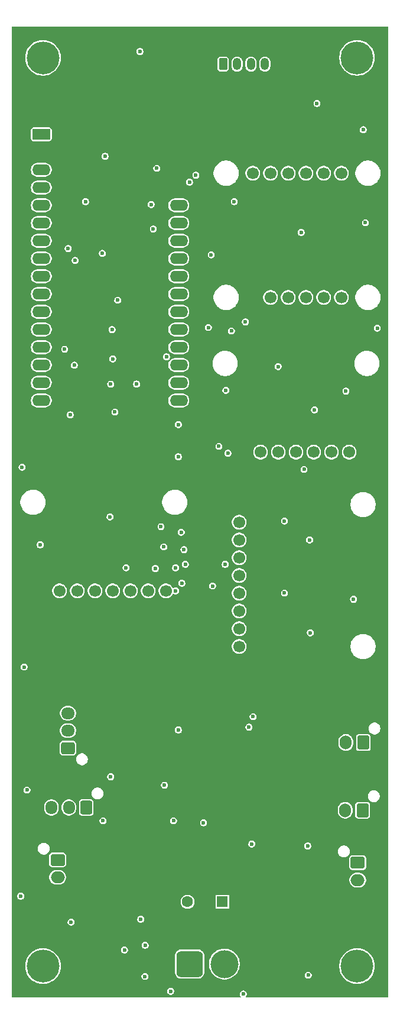
<source format=gbr>
%TF.GenerationSoftware,KiCad,Pcbnew,9.0.1*%
%TF.CreationDate,2025-04-21T23:50:45-04:00*%
%TF.ProjectId,2025SIMPLETVC,32303235-5349-44d5-904c-455456432e6b,rev?*%
%TF.SameCoordinates,Original*%
%TF.FileFunction,Copper,L2,Inr*%
%TF.FilePolarity,Positive*%
%FSLAX46Y46*%
G04 Gerber Fmt 4.6, Leading zero omitted, Abs format (unit mm)*
G04 Created by KiCad (PCBNEW 9.0.1) date 2025-04-21 23:50:45*
%MOMM*%
%LPD*%
G01*
G04 APERTURE LIST*
G04 Aperture macros list*
%AMRoundRect*
0 Rectangle with rounded corners*
0 $1 Rounding radius*
0 $2 $3 $4 $5 $6 $7 $8 $9 X,Y pos of 4 corners*
0 Add a 4 corners polygon primitive as box body*
4,1,4,$2,$3,$4,$5,$6,$7,$8,$9,$2,$3,0*
0 Add four circle primitives for the rounded corners*
1,1,$1+$1,$2,$3*
1,1,$1+$1,$4,$5*
1,1,$1+$1,$6,$7*
1,1,$1+$1,$8,$9*
0 Add four rect primitives between the rounded corners*
20,1,$1+$1,$2,$3,$4,$5,0*
20,1,$1+$1,$4,$5,$6,$7,0*
20,1,$1+$1,$6,$7,$8,$9,0*
20,1,$1+$1,$8,$9,$2,$3,0*%
G04 Aperture macros list end*
%TA.AperFunction,ComponentPad*%
%ADD10C,4.700000*%
%TD*%
%TA.AperFunction,ComponentPad*%
%ADD11RoundRect,0.250000X0.600000X0.750000X-0.600000X0.750000X-0.600000X-0.750000X0.600000X-0.750000X0*%
%TD*%
%TA.AperFunction,ComponentPad*%
%ADD12O,1.700000X2.000000*%
%TD*%
%TA.AperFunction,ComponentPad*%
%ADD13RoundRect,0.760000X-1.140000X-1.140000X1.140000X-1.140000X1.140000X1.140000X-1.140000X1.140000X0*%
%TD*%
%TA.AperFunction,ComponentPad*%
%ADD14C,4.000000*%
%TD*%
%TA.AperFunction,ComponentPad*%
%ADD15C,1.700000*%
%TD*%
%TA.AperFunction,ComponentPad*%
%ADD16R,1.600000X1.600000*%
%TD*%
%TA.AperFunction,ComponentPad*%
%ADD17C,1.600000*%
%TD*%
%TA.AperFunction,ComponentPad*%
%ADD18RoundRect,0.250000X-0.750000X0.600000X-0.750000X-0.600000X0.750000X-0.600000X0.750000X0.600000X0*%
%TD*%
%TA.AperFunction,ComponentPad*%
%ADD19O,2.000000X1.700000*%
%TD*%
%TA.AperFunction,ComponentPad*%
%ADD20RoundRect,0.250000X0.725000X-0.600000X0.725000X0.600000X-0.725000X0.600000X-0.725000X-0.600000X0*%
%TD*%
%TA.AperFunction,ComponentPad*%
%ADD21O,1.950000X1.700000*%
%TD*%
%TA.AperFunction,ComponentPad*%
%ADD22RoundRect,0.250000X-0.350000X-0.625000X0.350000X-0.625000X0.350000X0.625000X-0.350000X0.625000X0*%
%TD*%
%TA.AperFunction,ComponentPad*%
%ADD23O,1.200000X1.750000*%
%TD*%
%TA.AperFunction,ComponentPad*%
%ADD24RoundRect,0.250000X0.600000X0.725000X-0.600000X0.725000X-0.600000X-0.725000X0.600000X-0.725000X0*%
%TD*%
%TA.AperFunction,ComponentPad*%
%ADD25O,1.700000X1.950000*%
%TD*%
%TA.AperFunction,ComponentPad*%
%ADD26RoundRect,0.250000X-1.050000X-0.550000X1.050000X-0.550000X1.050000X0.550000X-1.050000X0.550000X0*%
%TD*%
%TA.AperFunction,ComponentPad*%
%ADD27O,2.600000X1.600000*%
%TD*%
%TA.AperFunction,ViaPad*%
%ADD28C,0.600000*%
%TD*%
G04 APERTURE END LIST*
D10*
%TO.N,GND*%
%TO.C,H3*%
X130500000Y-25000000D03*
%TD*%
%TO.N,GND*%
%TO.C,H4*%
X175500000Y-25000000D03*
%TD*%
D11*
%TO.N,VPYRO*%
%TO.C,J8*%
X176400000Y-123000000D03*
D12*
%TO.N,/PYO2*%
X173900000Y-123000000D03*
%TD*%
D10*
%TO.N,GND*%
%TO.C,H1*%
X130500000Y-155000000D03*
%TD*%
D13*
%TO.N,GND*%
%TO.C,J10*%
X151500000Y-154700000D03*
D14*
%TO.N,VBAT*%
X156500000Y-154700000D03*
%TD*%
D15*
%TO.N,+3V3*%
%TO.C,U2*%
X160550000Y-59290000D03*
%TO.N,unconnected-(U2-3Vo-Pad2)*%
X163090000Y-59290000D03*
%TO.N,GND*%
X165630000Y-59290000D03*
%TO.N,/SCK*%
X168170000Y-59290000D03*
%TO.N,/MISO*%
X170710000Y-59290000D03*
%TO.N,/IMU_INT1*%
X173250000Y-59290000D03*
%TO.N,unconnected-(U2-BT-Pad7)*%
X160550000Y-41510000D03*
%TO.N,unconnected-(U2-P0-Pad8)*%
X163090000Y-41510000D03*
%TO.N,unconnected-(U2-P1-Pad9)*%
X165630000Y-41510000D03*
%TO.N,/IMU_RST*%
X168170000Y-41510000D03*
%TO.N,/MOSI*%
X170710000Y-41510000D03*
%TO.N,/IMU_CS*%
X173250000Y-41510000D03*
%TD*%
D16*
%TO.N,VBAT*%
%TO.C,C1*%
X156202651Y-145800000D03*
D17*
%TO.N,GND*%
X151202651Y-145800000D03*
%TD*%
D18*
%TO.N,VPYRO*%
%TO.C,J5*%
X175600000Y-140200000D03*
D19*
%TO.N,VBAT*%
X175600000Y-142700000D03*
%TD*%
D18*
%TO.N,VIN*%
%TO.C,J4*%
X132600000Y-139800000D03*
D19*
%TO.N,VBAT*%
X132600000Y-142300000D03*
%TD*%
D20*
%TO.N,/SRV1O*%
%TO.C,J2*%
X134075000Y-123800000D03*
D21*
%TO.N,VIN*%
X134075000Y-121300000D03*
%TO.N,GND*%
X134075000Y-118800000D03*
%TD*%
D22*
%TO.N,/TX0*%
%TO.C,J7*%
X156300000Y-25900000D03*
D23*
%TO.N,/RX0*%
X158300000Y-25900000D03*
%TO.N,+5V*%
X160300000Y-25900000D03*
%TO.N,GND*%
X162300000Y-25900000D03*
%TD*%
D15*
%TO.N,+3V3*%
%TO.C,U7*%
X159130000Y-81450000D03*
%TO.N,unconnected-(U7-3Vo-Pad2)*%
X161670000Y-81450000D03*
%TO.N,GND*%
X164210000Y-81450000D03*
%TO.N,/SCK*%
X166750000Y-81450000D03*
%TO.N,/MISO*%
X169290000Y-81450000D03*
%TO.N,/MOSI*%
X171830000Y-81450000D03*
%TO.N,/MAG_CS*%
X174370000Y-81450000D03*
%TD*%
%TO.N,+3V3*%
%TO.C,U3*%
X158610000Y-88940000D03*
%TO.N,GND*%
X158610000Y-91480000D03*
%TO.N,/SCK*%
X158610000Y-94020000D03*
%TO.N,/MISO*%
X158610000Y-96560000D03*
%TO.N,/MOSI*%
X158610000Y-99100000D03*
%TO.N,/SD_CS*%
X158610000Y-101640000D03*
%TO.N,unconnected-(U3-D1-Pad7)*%
X158610000Y-104180000D03*
%TO.N,unconnected-(U3-DAT2-Pad8)*%
X158610000Y-106720000D03*
%TO.N,unconnected-(U3-DET-Pad9)*%
X158610000Y-109260000D03*
%TD*%
D10*
%TO.N,GND*%
%TO.C,H2*%
X175500000Y-155000000D03*
%TD*%
D15*
%TO.N,+3V3*%
%TO.C,U4*%
X130320000Y-101300000D03*
%TO.N,unconnected-(U4-3Vo-Pad2)*%
X132860000Y-101300000D03*
%TO.N,GND*%
X135400000Y-101300000D03*
%TO.N,/SCK*%
X137940000Y-101300000D03*
%TO.N,/MISO*%
X140480000Y-101300000D03*
%TO.N,/MOSI*%
X143020000Y-101300000D03*
%TO.N,/ALT_CS*%
X145560000Y-101300000D03*
%TO.N,unconnected-(U4-INT-Pad8)*%
X148100000Y-101300000D03*
%TD*%
D11*
%TO.N,VPYRO*%
%TO.C,J6*%
X176300000Y-132700000D03*
D12*
%TO.N,/PYO1*%
X173800000Y-132700000D03*
%TD*%
D24*
%TO.N,/SRV2O*%
%TO.C,J3*%
X136700000Y-132300000D03*
D25*
%TO.N,VIN*%
X134200000Y-132300000D03*
%TO.N,GND*%
X131700000Y-132300000D03*
%TD*%
D26*
%TO.N,unconnected-(A1-~{RESET}-Pad1)*%
%TO.C,A1*%
X130247500Y-35950000D03*
D27*
%TO.N,+3V3*%
X130247500Y-38490000D03*
%TO.N,unconnected-(A1-AREF-Pad3)*%
X130247500Y-41030000D03*
%TO.N,GND*%
X130247500Y-43570000D03*
%TO.N,/VINSENSE*%
X130247500Y-46110000D03*
%TO.N,/ALT_CS*%
X130247500Y-48650000D03*
%TO.N,/MAG_CS*%
X130247500Y-51190000D03*
%TO.N,/IMU_CS*%
X130247500Y-53730000D03*
%TO.N,/PYC1*%
X130247500Y-56270000D03*
%TO.N,/PYC2*%
X130247500Y-58810000D03*
%TO.N,/SCK*%
X130247500Y-61350000D03*
%TO.N,/MOSI*%
X130247500Y-63890000D03*
%TO.N,/MISO*%
X130247500Y-66430000D03*
%TO.N,/UART0_RX*%
X130247500Y-68970000D03*
%TO.N,/UART0_TX*%
X130247500Y-71510000D03*
%TO.N,unconnected-(A1-SPARE-Pad16)*%
X130247500Y-74050000D03*
%TO.N,unconnected-(A1-SDA-Pad17)*%
X149967500Y-74050000D03*
%TO.N,unconnected-(A1-SCL-Pad18)*%
X149967500Y-71510000D03*
%TO.N,/SRV1*%
X149967500Y-68970000D03*
%TO.N,/SRV2*%
X149967500Y-66430000D03*
%TO.N,/PYR1*%
X149967500Y-63890000D03*
%TO.N,/PYR2*%
X149967500Y-61350000D03*
%TO.N,/IMU_INT1*%
X149967500Y-58810000D03*
%TO.N,/IMU_RST*%
X149967500Y-56270000D03*
%TO.N,/SD_CS*%
X149967500Y-53730000D03*
%TO.N,unconnected-(A1-USB-Pad26)*%
X149967500Y-51190000D03*
%TO.N,unconnected-(A1-EN-Pad27)*%
X149967500Y-48650000D03*
%TO.N,+5V*%
X149967500Y-46110000D03*
%TD*%
D28*
%TO.N,/ALT_CS*%
X136600000Y-45600000D03*
%TO.N,/MAG_CS*%
X159500000Y-62800000D03*
X173900000Y-72700000D03*
%TO.N,/UART0_RX*%
X152400000Y-41800000D03*
X134100000Y-52300000D03*
%TO.N,/PYC1*%
X155700000Y-80600000D03*
%TO.N,/PYR1*%
X149497740Y-101300000D03*
X160000000Y-120800000D03*
%TO.N,/UART0_TX*%
X151500000Y-42800000D03*
X135100000Y-54000000D03*
%TO.N,GND*%
X168700000Y-94000000D03*
X146300000Y-49500000D03*
X149900000Y-82100000D03*
X140200000Y-127900000D03*
X178400000Y-63700000D03*
X144500000Y-148300000D03*
X147400000Y-92100000D03*
X167900000Y-83900000D03*
X157900000Y-45600000D03*
X154200000Y-63600000D03*
X146800000Y-40800000D03*
X150900000Y-97500000D03*
X169400000Y-75400000D03*
X140400000Y-63900000D03*
X149200000Y-134200000D03*
X165100000Y-91300000D03*
X154800000Y-100600000D03*
X175000000Y-102500000D03*
X153500000Y-134500000D03*
X176700000Y-48600000D03*
X149900000Y-121200000D03*
X142400000Y-98000000D03*
X169753648Y-31545905D03*
X130100000Y-94700000D03*
X127800000Y-112200000D03*
X168800000Y-107300000D03*
X140500000Y-68100000D03*
X147800000Y-95000000D03*
X156600000Y-97500000D03*
X150301362Y-92910649D03*
X134521413Y-148709119D03*
X157500000Y-64100000D03*
X133600000Y-66700000D03*
X134400000Y-76100000D03*
X140800000Y-75700000D03*
X176400000Y-35300000D03*
X156700000Y-72600000D03*
X167500000Y-50000000D03*
X145108175Y-156480253D03*
X146000000Y-46000000D03*
X168432954Y-137813374D03*
X139000000Y-53000000D03*
X141200000Y-59700000D03*
X148200000Y-67800000D03*
X144400000Y-24100000D03*
X148800000Y-158600000D03*
X159200000Y-159000000D03*
X150700000Y-95400000D03*
X128200000Y-129800000D03*
X139100000Y-134200000D03*
X127500000Y-83600000D03*
X165100000Y-101600000D03*
X139400000Y-39100000D03*
X164200000Y-69200000D03*
X168500000Y-156300000D03*
X147900000Y-129100000D03*
X145130700Y-152020298D03*
X146600000Y-98100000D03*
X140200000Y-71700000D03*
X142179922Y-152696048D03*
X135000000Y-69000000D03*
X143900000Y-71700000D03*
X140100000Y-90700000D03*
X160408427Y-137527530D03*
X127300000Y-145000000D03*
X149500000Y-98000000D03*
X149900000Y-77500000D03*
%TO.N,/PYC2*%
X157000000Y-81600000D03*
%TO.N,/PYR2*%
X160600000Y-119300000D03*
X150400000Y-100200000D03*
%TO.N,/SD_CS*%
X154600000Y-53200000D03*
%TO.N,+3V3*%
X147000000Y-132500000D03*
X147100000Y-124500000D03*
X143300000Y-121200000D03*
X143700000Y-129600000D03*
X161300000Y-34100000D03*
%TD*%
%TA.AperFunction,Conductor*%
%TO.N,+3V3*%
G36*
X179958691Y-20519407D02*
G01*
X179994655Y-20568907D01*
X179999500Y-20599500D01*
X179999500Y-159400500D01*
X179980593Y-159458691D01*
X179931093Y-159494655D01*
X179900500Y-159499500D01*
X159647321Y-159499500D01*
X159589130Y-159480593D01*
X159553166Y-159431093D01*
X159553166Y-159369907D01*
X159577315Y-159330498D01*
X159600500Y-159307314D01*
X159666392Y-159193186D01*
X159700500Y-159065892D01*
X159700500Y-158934108D01*
X159666392Y-158806814D01*
X159666390Y-158806811D01*
X159666390Y-158806809D01*
X159600503Y-158692690D01*
X159600501Y-158692688D01*
X159600500Y-158692686D01*
X159507314Y-158599500D01*
X159507311Y-158599498D01*
X159507309Y-158599496D01*
X159393189Y-158533609D01*
X159393191Y-158533609D01*
X159343799Y-158520375D01*
X159265892Y-158499500D01*
X159134108Y-158499500D01*
X159056200Y-158520375D01*
X159006809Y-158533609D01*
X158892690Y-158599496D01*
X158799496Y-158692690D01*
X158733609Y-158806809D01*
X158733608Y-158806814D01*
X158699500Y-158934108D01*
X158699500Y-159065892D01*
X158708773Y-159100500D01*
X158733609Y-159193190D01*
X158799496Y-159307309D01*
X158799498Y-159307311D01*
X158799500Y-159307314D01*
X158822684Y-159330498D01*
X158850460Y-159385013D01*
X158840889Y-159445445D01*
X158797624Y-159488710D01*
X158752679Y-159499500D01*
X126099500Y-159499500D01*
X126041309Y-159480593D01*
X126005345Y-159431093D01*
X126000500Y-159400500D01*
X126000500Y-158534108D01*
X148299500Y-158534108D01*
X148299500Y-158665892D01*
X148329579Y-158778151D01*
X148333609Y-158793190D01*
X148399496Y-158907309D01*
X148399498Y-158907311D01*
X148399500Y-158907314D01*
X148492686Y-159000500D01*
X148492688Y-159000501D01*
X148492690Y-159000503D01*
X148606810Y-159066390D01*
X148606808Y-159066390D01*
X148606812Y-159066391D01*
X148606814Y-159066392D01*
X148734108Y-159100500D01*
X148734110Y-159100500D01*
X148865890Y-159100500D01*
X148865892Y-159100500D01*
X148993186Y-159066392D01*
X148993188Y-159066390D01*
X148993190Y-159066390D01*
X149107309Y-159000503D01*
X149107309Y-159000502D01*
X149107314Y-159000500D01*
X149200500Y-158907314D01*
X149266392Y-158793186D01*
X149300500Y-158665892D01*
X149300500Y-158534108D01*
X149266392Y-158406814D01*
X149266390Y-158406811D01*
X149266390Y-158406809D01*
X149200503Y-158292690D01*
X149200501Y-158292688D01*
X149200500Y-158292686D01*
X149107314Y-158199500D01*
X149107311Y-158199498D01*
X149107309Y-158199496D01*
X148993189Y-158133609D01*
X148993191Y-158133609D01*
X148943799Y-158120375D01*
X148865892Y-158099500D01*
X148734108Y-158099500D01*
X148656200Y-158120375D01*
X148606809Y-158133609D01*
X148492690Y-158199496D01*
X148399496Y-158292690D01*
X148333609Y-158406809D01*
X148333608Y-158406814D01*
X148299500Y-158534108D01*
X126000500Y-158534108D01*
X126000500Y-154856765D01*
X127949500Y-154856765D01*
X127949500Y-155143234D01*
X127981573Y-155427896D01*
X128045318Y-155707185D01*
X128139930Y-155977569D01*
X128264223Y-156235667D01*
X128341074Y-156357974D01*
X128416634Y-156478227D01*
X128595243Y-156702195D01*
X128797805Y-156904757D01*
X129021773Y-157083366D01*
X129143052Y-157159570D01*
X129264332Y-157235776D01*
X129403256Y-157302678D01*
X129522428Y-157360068D01*
X129522431Y-157360069D01*
X129522430Y-157360069D01*
X129792814Y-157454681D01*
X129792817Y-157454681D01*
X129792818Y-157454682D01*
X130072102Y-157518426D01*
X130356767Y-157550500D01*
X130356768Y-157550500D01*
X130643232Y-157550500D01*
X130643233Y-157550500D01*
X130927898Y-157518426D01*
X131207182Y-157454682D01*
X131477572Y-157360068D01*
X131735669Y-157235775D01*
X131978227Y-157083366D01*
X132202195Y-156904757D01*
X132404757Y-156702195D01*
X132583366Y-156478227D01*
X132623496Y-156414361D01*
X144607675Y-156414361D01*
X144607675Y-156546145D01*
X144624064Y-156607309D01*
X144641784Y-156673443D01*
X144707671Y-156787562D01*
X144707673Y-156787564D01*
X144707675Y-156787567D01*
X144800861Y-156880753D01*
X144800863Y-156880754D01*
X144800865Y-156880756D01*
X144914985Y-156946643D01*
X144914983Y-156946643D01*
X144914987Y-156946644D01*
X144914989Y-156946645D01*
X145042283Y-156980753D01*
X145042285Y-156980753D01*
X145174065Y-156980753D01*
X145174067Y-156980753D01*
X145301361Y-156946645D01*
X145301363Y-156946643D01*
X145301365Y-156946643D01*
X145415484Y-156880756D01*
X145415484Y-156880755D01*
X145415489Y-156880753D01*
X145508675Y-156787567D01*
X145508678Y-156787562D01*
X145574565Y-156673443D01*
X145574565Y-156673441D01*
X145574567Y-156673439D01*
X145608675Y-156546145D01*
X145608675Y-156414361D01*
X145574567Y-156287067D01*
X145574565Y-156287064D01*
X145574565Y-156287062D01*
X145508678Y-156172943D01*
X145508676Y-156172941D01*
X145508675Y-156172939D01*
X145415489Y-156079753D01*
X145415486Y-156079751D01*
X145415484Y-156079749D01*
X145301364Y-156013862D01*
X145301366Y-156013862D01*
X145251974Y-156000628D01*
X145174067Y-155979753D01*
X145042283Y-155979753D01*
X144964375Y-156000628D01*
X144914984Y-156013862D01*
X144800865Y-156079749D01*
X144707671Y-156172943D01*
X144641784Y-156287062D01*
X144641783Y-156287067D01*
X144607675Y-156414361D01*
X132623496Y-156414361D01*
X132735775Y-156235669D01*
X132860068Y-155977572D01*
X132954682Y-155707182D01*
X133018426Y-155427898D01*
X133050500Y-155143233D01*
X133050500Y-154856767D01*
X133018426Y-154572102D01*
X132954682Y-154292818D01*
X132946624Y-154269790D01*
X132860069Y-154022430D01*
X132735776Y-153764332D01*
X132604097Y-153554766D01*
X132604096Y-153554765D01*
X132583367Y-153521775D01*
X132583366Y-153521773D01*
X132569426Y-153504293D01*
X149399500Y-153504293D01*
X149399500Y-155895706D01*
X149409690Y-156010327D01*
X149456221Y-156172943D01*
X149463429Y-156198134D01*
X149553874Y-156371282D01*
X149608953Y-156438831D01*
X149677319Y-156522675D01*
X149677322Y-156522678D01*
X149828718Y-156646126D01*
X150001866Y-156736571D01*
X150189672Y-156790309D01*
X150189671Y-156790309D01*
X150189675Y-156790310D01*
X150304290Y-156800500D01*
X150304294Y-156800500D01*
X152695706Y-156800500D01*
X152695710Y-156800500D01*
X152810325Y-156790310D01*
X152998134Y-156736571D01*
X153171282Y-156646126D01*
X153322678Y-156522678D01*
X153446126Y-156371282D01*
X153536571Y-156198134D01*
X153590310Y-156010325D01*
X153600500Y-155895710D01*
X153600500Y-154555770D01*
X154299500Y-154555770D01*
X154299500Y-154844229D01*
X154337150Y-155130209D01*
X154337150Y-155130214D01*
X154411809Y-155408846D01*
X154522194Y-155675341D01*
X154522196Y-155675346D01*
X154666423Y-155925153D01*
X154842020Y-156153997D01*
X154842022Y-156153999D01*
X154842026Y-156154004D01*
X155045996Y-156357974D01*
X155046000Y-156357977D01*
X155046002Y-156357979D01*
X155063335Y-156371279D01*
X155274844Y-156533575D01*
X155296616Y-156546145D01*
X155517101Y-156673443D01*
X155524655Y-156677804D01*
X155791155Y-156788191D01*
X156069783Y-156862849D01*
X156355772Y-156900500D01*
X156355773Y-156900500D01*
X156644227Y-156900500D01*
X156644228Y-156900500D01*
X156930217Y-156862849D01*
X157208845Y-156788191D01*
X157475345Y-156677804D01*
X157725156Y-156533575D01*
X157954004Y-156357974D01*
X158077870Y-156234108D01*
X167999500Y-156234108D01*
X167999500Y-156365892D01*
X168029579Y-156478151D01*
X168033609Y-156493190D01*
X168099496Y-156607309D01*
X168099498Y-156607311D01*
X168099500Y-156607314D01*
X168192686Y-156700500D01*
X168192688Y-156700501D01*
X168192690Y-156700503D01*
X168306810Y-156766390D01*
X168306808Y-156766390D01*
X168306812Y-156766391D01*
X168306814Y-156766392D01*
X168434108Y-156800500D01*
X168434110Y-156800500D01*
X168565890Y-156800500D01*
X168565892Y-156800500D01*
X168693186Y-156766392D01*
X168693188Y-156766390D01*
X168693190Y-156766390D01*
X168807309Y-156700503D01*
X168807309Y-156700502D01*
X168807314Y-156700500D01*
X168900500Y-156607314D01*
X168943073Y-156533576D01*
X168966390Y-156493190D01*
X168966390Y-156493188D01*
X168966392Y-156493186D01*
X169000500Y-156365892D01*
X169000500Y-156234108D01*
X168966392Y-156106814D01*
X168966390Y-156106811D01*
X168966390Y-156106809D01*
X168900503Y-155992690D01*
X168900501Y-155992688D01*
X168900500Y-155992686D01*
X168807314Y-155899500D01*
X168807311Y-155899498D01*
X168807309Y-155899496D01*
X168693189Y-155833609D01*
X168693191Y-155833609D01*
X168643799Y-155820375D01*
X168565892Y-155799500D01*
X168434108Y-155799500D01*
X168356200Y-155820375D01*
X168306809Y-155833609D01*
X168192690Y-155899496D01*
X168099496Y-155992690D01*
X168033609Y-156106809D01*
X168019996Y-156157615D01*
X167999500Y-156234108D01*
X158077870Y-156234108D01*
X158157974Y-156154004D01*
X158333575Y-155925156D01*
X158477804Y-155675345D01*
X158588191Y-155408845D01*
X158662849Y-155130217D01*
X158698849Y-154856765D01*
X172949500Y-154856765D01*
X172949500Y-155143234D01*
X172981573Y-155427896D01*
X173045318Y-155707185D01*
X173139930Y-155977569D01*
X173264223Y-156235667D01*
X173341074Y-156357974D01*
X173416634Y-156478227D01*
X173595243Y-156702195D01*
X173797805Y-156904757D01*
X174021773Y-157083366D01*
X174143052Y-157159570D01*
X174264332Y-157235776D01*
X174403256Y-157302678D01*
X174522428Y-157360068D01*
X174522431Y-157360069D01*
X174522430Y-157360069D01*
X174792814Y-157454681D01*
X174792817Y-157454681D01*
X174792818Y-157454682D01*
X175072102Y-157518426D01*
X175356767Y-157550500D01*
X175356768Y-157550500D01*
X175643232Y-157550500D01*
X175643233Y-157550500D01*
X175927898Y-157518426D01*
X176207182Y-157454682D01*
X176477572Y-157360068D01*
X176735669Y-157235775D01*
X176978227Y-157083366D01*
X177202195Y-156904757D01*
X177404757Y-156702195D01*
X177583366Y-156478227D01*
X177735775Y-156235669D01*
X177860068Y-155977572D01*
X177954682Y-155707182D01*
X178018426Y-155427898D01*
X178050500Y-155143233D01*
X178050500Y-154856767D01*
X178018426Y-154572102D01*
X177954682Y-154292818D01*
X177946624Y-154269790D01*
X177860069Y-154022430D01*
X177735776Y-153764332D01*
X177583365Y-153521772D01*
X177569426Y-153504293D01*
X177404757Y-153297805D01*
X177202195Y-153095243D01*
X176978227Y-152916634D01*
X176735667Y-152764223D01*
X176477568Y-152639930D01*
X176477569Y-152639930D01*
X176207185Y-152545318D01*
X175927896Y-152481573D01*
X175643234Y-152449500D01*
X175643233Y-152449500D01*
X175356767Y-152449500D01*
X175356765Y-152449500D01*
X175072103Y-152481573D01*
X174792814Y-152545318D01*
X174522430Y-152639930D01*
X174264332Y-152764223D01*
X174021772Y-152916634D01*
X173797806Y-153095242D01*
X173595242Y-153297806D01*
X173416634Y-153521772D01*
X173264223Y-153764332D01*
X173139930Y-154022430D01*
X173045318Y-154292814D01*
X172981573Y-154572103D01*
X172949500Y-154856765D01*
X158698849Y-154856765D01*
X158700500Y-154844228D01*
X158700500Y-154555772D01*
X158662849Y-154269783D01*
X158588191Y-153991155D01*
X158477804Y-153724655D01*
X158333575Y-153474844D01*
X158197729Y-153297806D01*
X158157979Y-153246002D01*
X158157977Y-153246000D01*
X158157974Y-153245996D01*
X157954004Y-153042026D01*
X157953999Y-153042022D01*
X157953997Y-153042020D01*
X157790590Y-152916634D01*
X157725156Y-152866425D01*
X157725153Y-152866423D01*
X157475346Y-152722196D01*
X157475341Y-152722194D01*
X157208846Y-152611809D01*
X157085988Y-152578889D01*
X156930217Y-152537151D01*
X156930214Y-152537150D01*
X156930212Y-152537150D01*
X156644229Y-152499500D01*
X156644228Y-152499500D01*
X156355772Y-152499500D01*
X156355770Y-152499500D01*
X156069790Y-152537150D01*
X156069785Y-152537150D01*
X155791153Y-152611809D01*
X155524658Y-152722194D01*
X155524653Y-152722196D01*
X155274846Y-152866423D01*
X155046002Y-153042020D01*
X154842020Y-153246002D01*
X154666423Y-153474846D01*
X154522196Y-153724653D01*
X154522194Y-153724658D01*
X154411809Y-153991153D01*
X154337150Y-154269785D01*
X154337150Y-154269790D01*
X154299500Y-154555770D01*
X153600500Y-154555770D01*
X153600500Y-153504290D01*
X153590310Y-153389675D01*
X153536571Y-153201866D01*
X153446126Y-153028718D01*
X153354733Y-152916634D01*
X153322680Y-152877324D01*
X153322675Y-152877319D01*
X153181174Y-152761940D01*
X153171282Y-152753874D01*
X153171280Y-152753873D01*
X153171279Y-152753872D01*
X152998134Y-152663429D01*
X152998128Y-152663427D01*
X152810325Y-152609690D01*
X152810328Y-152609690D01*
X152761204Y-152605322D01*
X152695710Y-152599500D01*
X150304290Y-152599500D01*
X150238795Y-152605322D01*
X150189672Y-152609690D01*
X150001871Y-152663427D01*
X150001865Y-152663429D01*
X149828720Y-152753872D01*
X149677324Y-152877319D01*
X149677319Y-152877324D01*
X149553872Y-153028720D01*
X149463429Y-153201865D01*
X149463427Y-153201871D01*
X149409690Y-153389672D01*
X149399500Y-153504293D01*
X132569426Y-153504293D01*
X132404757Y-153297805D01*
X132202195Y-153095243D01*
X131978227Y-152916634D01*
X131735667Y-152764223D01*
X131629015Y-152712863D01*
X131477568Y-152639930D01*
X131477569Y-152639930D01*
X131449637Y-152630156D01*
X141679422Y-152630156D01*
X141679422Y-152761940D01*
X141707418Y-152866423D01*
X141713531Y-152889238D01*
X141779418Y-153003357D01*
X141779420Y-153003359D01*
X141779422Y-153003362D01*
X141872608Y-153096548D01*
X141872610Y-153096549D01*
X141872612Y-153096551D01*
X141986732Y-153162438D01*
X141986730Y-153162438D01*
X141986734Y-153162439D01*
X141986736Y-153162440D01*
X142114030Y-153196548D01*
X142114032Y-153196548D01*
X142245812Y-153196548D01*
X142245814Y-153196548D01*
X142373108Y-153162440D01*
X142373110Y-153162438D01*
X142373112Y-153162438D01*
X142487231Y-153096551D01*
X142487231Y-153096550D01*
X142487236Y-153096548D01*
X142580422Y-153003362D01*
X142646314Y-152889234D01*
X142680422Y-152761940D01*
X142680422Y-152630156D01*
X142646314Y-152502862D01*
X142646312Y-152502859D01*
X142646312Y-152502857D01*
X142580425Y-152388738D01*
X142580423Y-152388736D01*
X142580422Y-152388734D01*
X142487236Y-152295548D01*
X142487233Y-152295546D01*
X142487231Y-152295544D01*
X142373111Y-152229657D01*
X142373113Y-152229657D01*
X142323721Y-152216423D01*
X142245814Y-152195548D01*
X142114030Y-152195548D01*
X142036122Y-152216423D01*
X141986731Y-152229657D01*
X141872612Y-152295544D01*
X141779418Y-152388738D01*
X141713531Y-152502857D01*
X141704342Y-152537151D01*
X141679422Y-152630156D01*
X131449637Y-152630156D01*
X131207185Y-152545318D01*
X130927896Y-152481573D01*
X130643234Y-152449500D01*
X130643233Y-152449500D01*
X130356767Y-152449500D01*
X130356765Y-152449500D01*
X130072103Y-152481573D01*
X129792814Y-152545318D01*
X129522430Y-152639930D01*
X129264332Y-152764223D01*
X129021772Y-152916634D01*
X128797806Y-153095242D01*
X128595242Y-153297806D01*
X128416634Y-153521772D01*
X128264223Y-153764332D01*
X128139930Y-154022430D01*
X128045318Y-154292814D01*
X127981573Y-154572103D01*
X127949500Y-154856765D01*
X126000500Y-154856765D01*
X126000500Y-151954406D01*
X144630200Y-151954406D01*
X144630200Y-152086190D01*
X144659502Y-152195548D01*
X144664309Y-152213488D01*
X144730196Y-152327607D01*
X144730198Y-152327609D01*
X144730200Y-152327612D01*
X144823386Y-152420798D01*
X144823388Y-152420799D01*
X144823390Y-152420801D01*
X144937510Y-152486688D01*
X144937508Y-152486688D01*
X144937512Y-152486689D01*
X144937514Y-152486690D01*
X145064808Y-152520798D01*
X145064810Y-152520798D01*
X145196590Y-152520798D01*
X145196592Y-152520798D01*
X145323886Y-152486690D01*
X145323888Y-152486688D01*
X145323890Y-152486688D01*
X145438009Y-152420801D01*
X145438009Y-152420800D01*
X145438014Y-152420798D01*
X145531200Y-152327612D01*
X145549715Y-152295544D01*
X145597090Y-152213488D01*
X145597090Y-152213486D01*
X145597092Y-152213484D01*
X145631200Y-152086190D01*
X145631200Y-151954406D01*
X145597092Y-151827112D01*
X145597090Y-151827109D01*
X145597090Y-151827107D01*
X145531203Y-151712988D01*
X145531201Y-151712986D01*
X145531200Y-151712984D01*
X145438014Y-151619798D01*
X145438011Y-151619796D01*
X145438009Y-151619794D01*
X145323889Y-151553907D01*
X145323891Y-151553907D01*
X145274499Y-151540673D01*
X145196592Y-151519798D01*
X145064808Y-151519798D01*
X144986900Y-151540673D01*
X144937509Y-151553907D01*
X144823390Y-151619794D01*
X144730196Y-151712988D01*
X144664309Y-151827107D01*
X144664308Y-151827112D01*
X144630200Y-151954406D01*
X126000500Y-151954406D01*
X126000500Y-148643227D01*
X134020913Y-148643227D01*
X134020913Y-148775011D01*
X134027743Y-148800500D01*
X134055022Y-148902309D01*
X134120909Y-149016428D01*
X134120911Y-149016430D01*
X134120913Y-149016433D01*
X134214099Y-149109619D01*
X134214101Y-149109620D01*
X134214103Y-149109622D01*
X134328223Y-149175509D01*
X134328221Y-149175509D01*
X134328225Y-149175510D01*
X134328227Y-149175511D01*
X134455521Y-149209619D01*
X134455523Y-149209619D01*
X134587303Y-149209619D01*
X134587305Y-149209619D01*
X134714599Y-149175511D01*
X134714601Y-149175509D01*
X134714603Y-149175509D01*
X134828722Y-149109622D01*
X134828722Y-149109621D01*
X134828727Y-149109619D01*
X134921913Y-149016433D01*
X134987805Y-148902305D01*
X135021913Y-148775011D01*
X135021913Y-148643227D01*
X134987805Y-148515933D01*
X134987803Y-148515930D01*
X134987803Y-148515928D01*
X134921916Y-148401809D01*
X134921914Y-148401807D01*
X134921913Y-148401805D01*
X134828727Y-148308619D01*
X134828724Y-148308617D01*
X134828720Y-148308614D01*
X134714602Y-148242728D01*
X134714604Y-148242728D01*
X134682432Y-148234108D01*
X143999500Y-148234108D01*
X143999500Y-148365892D01*
X144009123Y-148401805D01*
X144033609Y-148493190D01*
X144099496Y-148607309D01*
X144099498Y-148607311D01*
X144099500Y-148607314D01*
X144192686Y-148700500D01*
X144192688Y-148700501D01*
X144192690Y-148700503D01*
X144306810Y-148766390D01*
X144306808Y-148766390D01*
X144306812Y-148766391D01*
X144306814Y-148766392D01*
X144434108Y-148800500D01*
X144434110Y-148800500D01*
X144565890Y-148800500D01*
X144565892Y-148800500D01*
X144693186Y-148766392D01*
X144693188Y-148766390D01*
X144693190Y-148766390D01*
X144807309Y-148700503D01*
X144807309Y-148700502D01*
X144807314Y-148700500D01*
X144900500Y-148607314D01*
X144966392Y-148493186D01*
X145000500Y-148365892D01*
X145000500Y-148234108D01*
X144966392Y-148106814D01*
X144966390Y-148106811D01*
X144966390Y-148106809D01*
X144900503Y-147992690D01*
X144900501Y-147992688D01*
X144900500Y-147992686D01*
X144807314Y-147899500D01*
X144807311Y-147899498D01*
X144807309Y-147899496D01*
X144693189Y-147833609D01*
X144693191Y-147833609D01*
X144643799Y-147820375D01*
X144565892Y-147799500D01*
X144434108Y-147799500D01*
X144356200Y-147820375D01*
X144306809Y-147833609D01*
X144192690Y-147899496D01*
X144099496Y-147992690D01*
X144033609Y-148106809D01*
X144033608Y-148106814D01*
X143999500Y-148234108D01*
X134682432Y-148234108D01*
X134665212Y-148229494D01*
X134587305Y-148208619D01*
X134455521Y-148208619D01*
X134377613Y-148229494D01*
X134328222Y-148242728D01*
X134214103Y-148308615D01*
X134120909Y-148401809D01*
X134055022Y-148515928D01*
X134055021Y-148515933D01*
X134020913Y-148643227D01*
X126000500Y-148643227D01*
X126000500Y-145701456D01*
X150202151Y-145701456D01*
X150202151Y-145898543D01*
X150240600Y-146091834D01*
X150240600Y-146091836D01*
X150316018Y-146273913D01*
X150316019Y-146273914D01*
X150425512Y-146437782D01*
X150564869Y-146577139D01*
X150728737Y-146686632D01*
X150910816Y-146762051D01*
X151104110Y-146800500D01*
X151104111Y-146800500D01*
X151301191Y-146800500D01*
X151301192Y-146800500D01*
X151494486Y-146762051D01*
X151676565Y-146686632D01*
X151840433Y-146577139D01*
X151979790Y-146437782D01*
X152089283Y-146273914D01*
X152164702Y-146091835D01*
X152203151Y-145898541D01*
X152203151Y-145701459D01*
X152164702Y-145508165D01*
X152089283Y-145326086D01*
X151979790Y-145162218D01*
X151840433Y-145022861D01*
X151776666Y-144980253D01*
X155202151Y-144980253D01*
X155202151Y-146619746D01*
X155202152Y-146619758D01*
X155213783Y-146678227D01*
X155213784Y-146678231D01*
X155258099Y-146744552D01*
X155324420Y-146788867D01*
X155368882Y-146797711D01*
X155382892Y-146800498D01*
X155382897Y-146800498D01*
X155382903Y-146800500D01*
X155382904Y-146800500D01*
X157022398Y-146800500D01*
X157022399Y-146800500D01*
X157080882Y-146788867D01*
X157147203Y-146744552D01*
X157191518Y-146678231D01*
X157203151Y-146619748D01*
X157203151Y-144980252D01*
X157191518Y-144921769D01*
X157147203Y-144855448D01*
X157147199Y-144855445D01*
X157080884Y-144811134D01*
X157080882Y-144811133D01*
X157080879Y-144811132D01*
X157080878Y-144811132D01*
X157022409Y-144799501D01*
X157022399Y-144799500D01*
X155382903Y-144799500D01*
X155382902Y-144799500D01*
X155382892Y-144799501D01*
X155324423Y-144811132D01*
X155324417Y-144811134D01*
X155258102Y-144855445D01*
X155258096Y-144855451D01*
X155213785Y-144921766D01*
X155213783Y-144921772D01*
X155202152Y-144980241D01*
X155202151Y-144980253D01*
X151776666Y-144980253D01*
X151707605Y-144934108D01*
X151676564Y-144913367D01*
X151494486Y-144837949D01*
X151301194Y-144799500D01*
X151301192Y-144799500D01*
X151104110Y-144799500D01*
X151104107Y-144799500D01*
X150910816Y-144837949D01*
X150910814Y-144837949D01*
X150728737Y-144913367D01*
X150564869Y-145022861D01*
X150564865Y-145022864D01*
X150425515Y-145162214D01*
X150425512Y-145162218D01*
X150316018Y-145326086D01*
X150240600Y-145508163D01*
X150240600Y-145508165D01*
X150202151Y-145701456D01*
X126000500Y-145701456D01*
X126000500Y-144934108D01*
X126799500Y-144934108D01*
X126799500Y-145065892D01*
X126825309Y-145162214D01*
X126833609Y-145193190D01*
X126899496Y-145307309D01*
X126899498Y-145307311D01*
X126899500Y-145307314D01*
X126992686Y-145400500D01*
X126992688Y-145400501D01*
X126992690Y-145400503D01*
X127106810Y-145466390D01*
X127106808Y-145466390D01*
X127106812Y-145466391D01*
X127106814Y-145466392D01*
X127234108Y-145500500D01*
X127234110Y-145500500D01*
X127365890Y-145500500D01*
X127365892Y-145500500D01*
X127493186Y-145466392D01*
X127493188Y-145466390D01*
X127493190Y-145466390D01*
X127607309Y-145400503D01*
X127607309Y-145400502D01*
X127607314Y-145400500D01*
X127700500Y-145307314D01*
X127766392Y-145193186D01*
X127800500Y-145065892D01*
X127800500Y-144934108D01*
X127766392Y-144806814D01*
X127766390Y-144806811D01*
X127766390Y-144806809D01*
X127700503Y-144692690D01*
X127700501Y-144692688D01*
X127700500Y-144692686D01*
X127607314Y-144599500D01*
X127607311Y-144599498D01*
X127607309Y-144599496D01*
X127493189Y-144533609D01*
X127493191Y-144533609D01*
X127443799Y-144520375D01*
X127365892Y-144499500D01*
X127234108Y-144499500D01*
X127156200Y-144520375D01*
X127106809Y-144533609D01*
X126992690Y-144599496D01*
X126899496Y-144692690D01*
X126833609Y-144806809D01*
X126832450Y-144811134D01*
X126799500Y-144934108D01*
X126000500Y-144934108D01*
X126000500Y-142196532D01*
X131399500Y-142196532D01*
X131399500Y-142403467D01*
X131439869Y-142606418D01*
X131519058Y-142797597D01*
X131634020Y-142969651D01*
X131634023Y-142969655D01*
X131780345Y-143115977D01*
X131952402Y-143230941D01*
X132143580Y-143310130D01*
X132346535Y-143350500D01*
X132346536Y-143350500D01*
X132853464Y-143350500D01*
X132853465Y-143350500D01*
X133056420Y-143310130D01*
X133247598Y-143230941D01*
X133419655Y-143115977D01*
X133565977Y-142969655D01*
X133680941Y-142797598D01*
X133760130Y-142606420D01*
X133762097Y-142596532D01*
X174399500Y-142596532D01*
X174399500Y-142803467D01*
X174439869Y-143006418D01*
X174519058Y-143197597D01*
X174519059Y-143197598D01*
X174634023Y-143369655D01*
X174780345Y-143515977D01*
X174952402Y-143630941D01*
X175143580Y-143710130D01*
X175346535Y-143750500D01*
X175346536Y-143750500D01*
X175853464Y-143750500D01*
X175853465Y-143750500D01*
X176056420Y-143710130D01*
X176247598Y-143630941D01*
X176419655Y-143515977D01*
X176565977Y-143369655D01*
X176680941Y-143197598D01*
X176760130Y-143006420D01*
X176800500Y-142803465D01*
X176800500Y-142596535D01*
X176760130Y-142393580D01*
X176680941Y-142202402D01*
X176565977Y-142030345D01*
X176419655Y-141884023D01*
X176247598Y-141769059D01*
X176247599Y-141769059D01*
X176247597Y-141769058D01*
X176056418Y-141689869D01*
X175853467Y-141649500D01*
X175853465Y-141649500D01*
X175346535Y-141649500D01*
X175346532Y-141649500D01*
X175143581Y-141689869D01*
X174952402Y-141769058D01*
X174780348Y-141884020D01*
X174634020Y-142030348D01*
X174519058Y-142202402D01*
X174439869Y-142393581D01*
X174399500Y-142596532D01*
X133762097Y-142596532D01*
X133800500Y-142403465D01*
X133800500Y-142196535D01*
X133760130Y-141993580D01*
X133680941Y-141802402D01*
X133565977Y-141630345D01*
X133419655Y-141484023D01*
X133247598Y-141369059D01*
X133247599Y-141369059D01*
X133247597Y-141369058D01*
X133056418Y-141289869D01*
X132853467Y-141249500D01*
X132853465Y-141249500D01*
X132346535Y-141249500D01*
X132346532Y-141249500D01*
X132143581Y-141289869D01*
X131952402Y-141369058D01*
X131780348Y-141484020D01*
X131634020Y-141630348D01*
X131519058Y-141802402D01*
X131439869Y-141993581D01*
X131399500Y-142196532D01*
X126000500Y-142196532D01*
X126000500Y-139145725D01*
X131399500Y-139145725D01*
X131399500Y-140454274D01*
X131402353Y-140484694D01*
X131402355Y-140484703D01*
X131447207Y-140612883D01*
X131527845Y-140722144D01*
X131527847Y-140722146D01*
X131527850Y-140722150D01*
X131527853Y-140722152D01*
X131527855Y-140722154D01*
X131637116Y-140802792D01*
X131637117Y-140802792D01*
X131637118Y-140802793D01*
X131765301Y-140847646D01*
X131795725Y-140850499D01*
X131795727Y-140850500D01*
X131795734Y-140850500D01*
X133404273Y-140850500D01*
X133404273Y-140850499D01*
X133434699Y-140847646D01*
X133562882Y-140802793D01*
X133672150Y-140722150D01*
X133752793Y-140612882D01*
X133797646Y-140484699D01*
X133800499Y-140454273D01*
X133800500Y-140454273D01*
X133800500Y-139545725D01*
X174399500Y-139545725D01*
X174399500Y-140854274D01*
X174402353Y-140884694D01*
X174402355Y-140884703D01*
X174447207Y-141012883D01*
X174527845Y-141122144D01*
X174527847Y-141122146D01*
X174527850Y-141122150D01*
X174527853Y-141122152D01*
X174527855Y-141122154D01*
X174637116Y-141202792D01*
X174637117Y-141202792D01*
X174637118Y-141202793D01*
X174765301Y-141247646D01*
X174795725Y-141250499D01*
X174795727Y-141250500D01*
X174795734Y-141250500D01*
X176404273Y-141250500D01*
X176404273Y-141250499D01*
X176434699Y-141247646D01*
X176562882Y-141202793D01*
X176672150Y-141122150D01*
X176752793Y-141012882D01*
X176797646Y-140884699D01*
X176800499Y-140854273D01*
X176800500Y-140854273D01*
X176800500Y-139545727D01*
X176800499Y-139545725D01*
X176797646Y-139515305D01*
X176797646Y-139515301D01*
X176752793Y-139387118D01*
X176672150Y-139277850D01*
X176672146Y-139277847D01*
X176672144Y-139277845D01*
X176562883Y-139197207D01*
X176434703Y-139152355D01*
X176434694Y-139152353D01*
X176404274Y-139149500D01*
X176404266Y-139149500D01*
X174795734Y-139149500D01*
X174795725Y-139149500D01*
X174765305Y-139152353D01*
X174765296Y-139152355D01*
X174637116Y-139197207D01*
X174527855Y-139277845D01*
X174527845Y-139277855D01*
X174447207Y-139387116D01*
X174402355Y-139515296D01*
X174402353Y-139515305D01*
X174399500Y-139545725D01*
X133800500Y-139545725D01*
X133800500Y-139145727D01*
X133800499Y-139145725D01*
X133797646Y-139115305D01*
X133797646Y-139115301D01*
X133752793Y-138987118D01*
X133672150Y-138877850D01*
X133672146Y-138877847D01*
X133672144Y-138877845D01*
X133562883Y-138797207D01*
X133434703Y-138752355D01*
X133434694Y-138752353D01*
X133404274Y-138749500D01*
X133404266Y-138749500D01*
X131795734Y-138749500D01*
X131795725Y-138749500D01*
X131765305Y-138752353D01*
X131765296Y-138752355D01*
X131637116Y-138797207D01*
X131527855Y-138877845D01*
X131527845Y-138877855D01*
X131447207Y-138987116D01*
X131402355Y-139115296D01*
X131402353Y-139115305D01*
X131399500Y-139145725D01*
X126000500Y-139145725D01*
X126000500Y-138116230D01*
X129749500Y-138116230D01*
X129749500Y-138283769D01*
X129782183Y-138448079D01*
X129782185Y-138448085D01*
X129846296Y-138602862D01*
X129846297Y-138602863D01*
X129939374Y-138742162D01*
X130057838Y-138860626D01*
X130197137Y-138953703D01*
X130351918Y-139017816D01*
X130516233Y-139050500D01*
X130516234Y-139050500D01*
X130683766Y-139050500D01*
X130683767Y-139050500D01*
X130701474Y-139046977D01*
X130704777Y-139046321D01*
X130727476Y-139041805D01*
X130848082Y-139017816D01*
X131002863Y-138953703D01*
X131142162Y-138860626D01*
X131260626Y-138742162D01*
X131353703Y-138602863D01*
X131389588Y-138516230D01*
X172749500Y-138516230D01*
X172749500Y-138683769D01*
X172782183Y-138848079D01*
X172782185Y-138848085D01*
X172846296Y-139002862D01*
X172846297Y-139002863D01*
X172939374Y-139142162D01*
X173057838Y-139260626D01*
X173197137Y-139353703D01*
X173351918Y-139417816D01*
X173516233Y-139450500D01*
X173516234Y-139450500D01*
X173683766Y-139450500D01*
X173683767Y-139450500D01*
X173701474Y-139446977D01*
X173704777Y-139446321D01*
X173727476Y-139441805D01*
X173848082Y-139417816D01*
X174002863Y-139353703D01*
X174142162Y-139260626D01*
X174260626Y-139142162D01*
X174353703Y-139002863D01*
X174417816Y-138848082D01*
X174450500Y-138683767D01*
X174450500Y-138516233D01*
X174417816Y-138351918D01*
X174353703Y-138197137D01*
X174260626Y-138057838D01*
X174142162Y-137939374D01*
X174002863Y-137846297D01*
X174002864Y-137846297D01*
X174002862Y-137846296D01*
X173848085Y-137782185D01*
X173848079Y-137782183D01*
X173683769Y-137749500D01*
X173683767Y-137749500D01*
X173516233Y-137749500D01*
X173516230Y-137749500D01*
X173351920Y-137782183D01*
X173351914Y-137782185D01*
X173197137Y-137846296D01*
X173057838Y-137939374D01*
X173057834Y-137939377D01*
X172939377Y-138057834D01*
X172939374Y-138057838D01*
X172846296Y-138197137D01*
X172782185Y-138351914D01*
X172782183Y-138351920D01*
X172749500Y-138516230D01*
X131389588Y-138516230D01*
X131417816Y-138448082D01*
X131450500Y-138283767D01*
X131450500Y-138116233D01*
X131417816Y-137951918D01*
X131353703Y-137797137D01*
X131260626Y-137657838D01*
X131142162Y-137539374D01*
X131025824Y-137461639D01*
X131025823Y-137461638D01*
X159907927Y-137461638D01*
X159907927Y-137593422D01*
X159915098Y-137620183D01*
X159942036Y-137720720D01*
X160007923Y-137834839D01*
X160007925Y-137834841D01*
X160007927Y-137834844D01*
X160101113Y-137928030D01*
X160101115Y-137928031D01*
X160101117Y-137928033D01*
X160215237Y-137993920D01*
X160215235Y-137993920D01*
X160215239Y-137993921D01*
X160215241Y-137993922D01*
X160342535Y-138028030D01*
X160342537Y-138028030D01*
X160474317Y-138028030D01*
X160474319Y-138028030D01*
X160601613Y-137993922D01*
X160601615Y-137993920D01*
X160601617Y-137993920D01*
X160715736Y-137928033D01*
X160715736Y-137928032D01*
X160715741Y-137928030D01*
X160808927Y-137834844D01*
X160839330Y-137782185D01*
X160859366Y-137747482D01*
X167932454Y-137747482D01*
X167932454Y-137879266D01*
X167962533Y-137991525D01*
X167966563Y-138006564D01*
X168032450Y-138120683D01*
X168032452Y-138120685D01*
X168032454Y-138120688D01*
X168125640Y-138213874D01*
X168125642Y-138213875D01*
X168125644Y-138213877D01*
X168239764Y-138279764D01*
X168239762Y-138279764D01*
X168239766Y-138279765D01*
X168239768Y-138279766D01*
X168367062Y-138313874D01*
X168367064Y-138313874D01*
X168498844Y-138313874D01*
X168498846Y-138313874D01*
X168626140Y-138279766D01*
X168626142Y-138279764D01*
X168626144Y-138279764D01*
X168740263Y-138213877D01*
X168740263Y-138213876D01*
X168740268Y-138213874D01*
X168833454Y-138120688D01*
X168869743Y-138057834D01*
X168899344Y-138006564D01*
X168899344Y-138006562D01*
X168899346Y-138006560D01*
X168933454Y-137879266D01*
X168933454Y-137747482D01*
X168899346Y-137620188D01*
X168899344Y-137620185D01*
X168899344Y-137620183D01*
X168833457Y-137506064D01*
X168833455Y-137506062D01*
X168833454Y-137506060D01*
X168740268Y-137412874D01*
X168740265Y-137412872D01*
X168740263Y-137412870D01*
X168626143Y-137346983D01*
X168626145Y-137346983D01*
X168576753Y-137333749D01*
X168498846Y-137312874D01*
X168367062Y-137312874D01*
X168289154Y-137333749D01*
X168239763Y-137346983D01*
X168125644Y-137412870D01*
X168032450Y-137506064D01*
X167966563Y-137620183D01*
X167966562Y-137620188D01*
X167932454Y-137747482D01*
X160859366Y-137747482D01*
X160874817Y-137720720D01*
X160874817Y-137720718D01*
X160874819Y-137720716D01*
X160908927Y-137593422D01*
X160908927Y-137461638D01*
X160874819Y-137334344D01*
X160874817Y-137334341D01*
X160874817Y-137334339D01*
X160808930Y-137220220D01*
X160808928Y-137220218D01*
X160808927Y-137220216D01*
X160715741Y-137127030D01*
X160715738Y-137127028D01*
X160715736Y-137127026D01*
X160601616Y-137061139D01*
X160601618Y-137061139D01*
X160552226Y-137047905D01*
X160474319Y-137027030D01*
X160342535Y-137027030D01*
X160264627Y-137047905D01*
X160215236Y-137061139D01*
X160101117Y-137127026D01*
X160007923Y-137220220D01*
X159942036Y-137334339D01*
X159938648Y-137346983D01*
X159907927Y-137461638D01*
X131025823Y-137461638D01*
X131002862Y-137446296D01*
X130848085Y-137382185D01*
X130848079Y-137382183D01*
X130683769Y-137349500D01*
X130683767Y-137349500D01*
X130516233Y-137349500D01*
X130516230Y-137349500D01*
X130351920Y-137382183D01*
X130351914Y-137382185D01*
X130197137Y-137446296D01*
X130057838Y-137539374D01*
X130057834Y-137539377D01*
X129939377Y-137657834D01*
X129939374Y-137657838D01*
X129846296Y-137797137D01*
X129782185Y-137951914D01*
X129782183Y-137951920D01*
X129749500Y-138116230D01*
X126000500Y-138116230D01*
X126000500Y-134134108D01*
X138599500Y-134134108D01*
X138599500Y-134265892D01*
X138610464Y-134306809D01*
X138633609Y-134393190D01*
X138699496Y-134507309D01*
X138699498Y-134507311D01*
X138699500Y-134507314D01*
X138792686Y-134600500D01*
X138792688Y-134600501D01*
X138792690Y-134600503D01*
X138906810Y-134666390D01*
X138906808Y-134666390D01*
X138906812Y-134666391D01*
X138906814Y-134666392D01*
X139034108Y-134700500D01*
X139034110Y-134700500D01*
X139165890Y-134700500D01*
X139165892Y-134700500D01*
X139293186Y-134666392D01*
X139293188Y-134666390D01*
X139293190Y-134666390D01*
X139407309Y-134600503D01*
X139407309Y-134600502D01*
X139407314Y-134600500D01*
X139500500Y-134507314D01*
X139566392Y-134393186D01*
X139600500Y-134265892D01*
X139600500Y-134134108D01*
X148699500Y-134134108D01*
X148699500Y-134265892D01*
X148710464Y-134306809D01*
X148733609Y-134393190D01*
X148799496Y-134507309D01*
X148799498Y-134507311D01*
X148799500Y-134507314D01*
X148892686Y-134600500D01*
X148892688Y-134600501D01*
X148892690Y-134600503D01*
X149006810Y-134666390D01*
X149006808Y-134666390D01*
X149006812Y-134666391D01*
X149006814Y-134666392D01*
X149134108Y-134700500D01*
X149134110Y-134700500D01*
X149265890Y-134700500D01*
X149265892Y-134700500D01*
X149393186Y-134666392D01*
X149393188Y-134666390D01*
X149393190Y-134666390D01*
X149507309Y-134600503D01*
X149507309Y-134600502D01*
X149507314Y-134600500D01*
X149600500Y-134507314D01*
X149642766Y-134434108D01*
X152999500Y-134434108D01*
X152999500Y-134565892D01*
X153008773Y-134600500D01*
X153033609Y-134693190D01*
X153099496Y-134807309D01*
X153099498Y-134807311D01*
X153099500Y-134807314D01*
X153192686Y-134900500D01*
X153192688Y-134900501D01*
X153192690Y-134900503D01*
X153306810Y-134966390D01*
X153306808Y-134966390D01*
X153306812Y-134966391D01*
X153306814Y-134966392D01*
X153434108Y-135000500D01*
X153434110Y-135000500D01*
X153565890Y-135000500D01*
X153565892Y-135000500D01*
X153693186Y-134966392D01*
X153693188Y-134966390D01*
X153693190Y-134966390D01*
X153807309Y-134900503D01*
X153807309Y-134900502D01*
X153807314Y-134900500D01*
X153900500Y-134807314D01*
X153900503Y-134807309D01*
X153966390Y-134693190D01*
X153966390Y-134693188D01*
X153966392Y-134693186D01*
X154000500Y-134565892D01*
X154000500Y-134434108D01*
X153966392Y-134306814D01*
X153966390Y-134306811D01*
X153966390Y-134306809D01*
X153900503Y-134192690D01*
X153900501Y-134192688D01*
X153900500Y-134192686D01*
X153807314Y-134099500D01*
X153807311Y-134099498D01*
X153807309Y-134099496D01*
X153693189Y-134033609D01*
X153693191Y-134033609D01*
X153643799Y-134020375D01*
X153565892Y-133999500D01*
X153434108Y-133999500D01*
X153356200Y-134020375D01*
X153306809Y-134033609D01*
X153192690Y-134099496D01*
X153099496Y-134192690D01*
X153033609Y-134306809D01*
X153033608Y-134306814D01*
X152999500Y-134434108D01*
X149642766Y-134434108D01*
X149666392Y-134393186D01*
X149700500Y-134265892D01*
X149700500Y-134134108D01*
X149666392Y-134006814D01*
X149666390Y-134006811D01*
X149666390Y-134006809D01*
X149600503Y-133892690D01*
X149600501Y-133892688D01*
X149600500Y-133892686D01*
X149507314Y-133799500D01*
X149507311Y-133799498D01*
X149507309Y-133799496D01*
X149393189Y-133733609D01*
X149393191Y-133733609D01*
X149343799Y-133720375D01*
X149265892Y-133699500D01*
X149134108Y-133699500D01*
X149056200Y-133720375D01*
X149006809Y-133733609D01*
X148892690Y-133799496D01*
X148799496Y-133892690D01*
X148733609Y-134006809D01*
X148726428Y-134033609D01*
X148699500Y-134134108D01*
X139600500Y-134134108D01*
X139566392Y-134006814D01*
X139566390Y-134006811D01*
X139566390Y-134006809D01*
X139500503Y-133892690D01*
X139500501Y-133892688D01*
X139500500Y-133892686D01*
X139407314Y-133799500D01*
X139407311Y-133799498D01*
X139407309Y-133799496D01*
X139293189Y-133733609D01*
X139293191Y-133733609D01*
X139243799Y-133720375D01*
X139165892Y-133699500D01*
X139034108Y-133699500D01*
X138956200Y-133720375D01*
X138906809Y-133733609D01*
X138792690Y-133799496D01*
X138699496Y-133892690D01*
X138633609Y-134006809D01*
X138626428Y-134033609D01*
X138599500Y-134134108D01*
X126000500Y-134134108D01*
X126000500Y-132071532D01*
X130649500Y-132071532D01*
X130649500Y-132528467D01*
X130689869Y-132731418D01*
X130769058Y-132922597D01*
X130884020Y-133094651D01*
X130884023Y-133094655D01*
X131030345Y-133240977D01*
X131202402Y-133355941D01*
X131393580Y-133435130D01*
X131596535Y-133475500D01*
X131596536Y-133475500D01*
X131803464Y-133475500D01*
X131803465Y-133475500D01*
X132006420Y-133435130D01*
X132197598Y-133355941D01*
X132369655Y-133240977D01*
X132515977Y-133094655D01*
X132630941Y-132922598D01*
X132710130Y-132731420D01*
X132750500Y-132528465D01*
X132750500Y-132071535D01*
X132750499Y-132071532D01*
X133149500Y-132071532D01*
X133149500Y-132528467D01*
X133189869Y-132731418D01*
X133269058Y-132922597D01*
X133384020Y-133094651D01*
X133384023Y-133094655D01*
X133530345Y-133240977D01*
X133702402Y-133355941D01*
X133893580Y-133435130D01*
X134096535Y-133475500D01*
X134096536Y-133475500D01*
X134303464Y-133475500D01*
X134303465Y-133475500D01*
X134506420Y-133435130D01*
X134697598Y-133355941D01*
X134869655Y-133240977D01*
X135015977Y-133094655D01*
X135130941Y-132922598D01*
X135210130Y-132731420D01*
X135250500Y-132528465D01*
X135250500Y-132071535D01*
X135210130Y-131868580D01*
X135130941Y-131677402D01*
X135026254Y-131520725D01*
X135649500Y-131520725D01*
X135649500Y-133079274D01*
X135652353Y-133109694D01*
X135652355Y-133109703D01*
X135697207Y-133237883D01*
X135777845Y-133347144D01*
X135777847Y-133347146D01*
X135777850Y-133347150D01*
X135777853Y-133347152D01*
X135777855Y-133347154D01*
X135887116Y-133427792D01*
X135887117Y-133427792D01*
X135887118Y-133427793D01*
X136015301Y-133472646D01*
X136045725Y-133475499D01*
X136045727Y-133475500D01*
X136045734Y-133475500D01*
X137354273Y-133475500D01*
X137354273Y-133475499D01*
X137384699Y-133472646D01*
X137512882Y-133427793D01*
X137622150Y-133347150D01*
X137702793Y-133237882D01*
X137747646Y-133109699D01*
X137750499Y-133079273D01*
X137750500Y-133079273D01*
X137750500Y-132446532D01*
X172749500Y-132446532D01*
X172749500Y-132953467D01*
X172789869Y-133156418D01*
X172869058Y-133347597D01*
X172984020Y-133519651D01*
X172984023Y-133519655D01*
X173130345Y-133665977D01*
X173302402Y-133780941D01*
X173493580Y-133860130D01*
X173696535Y-133900500D01*
X173696536Y-133900500D01*
X173903464Y-133900500D01*
X173903465Y-133900500D01*
X174106420Y-133860130D01*
X174297598Y-133780941D01*
X174469655Y-133665977D01*
X174615977Y-133519655D01*
X174730941Y-133347598D01*
X174810130Y-133156420D01*
X174850500Y-132953465D01*
X174850500Y-132446535D01*
X174810130Y-132243580D01*
X174730941Y-132052402D01*
X174626254Y-131895725D01*
X175249500Y-131895725D01*
X175249500Y-133504274D01*
X175252353Y-133534694D01*
X175252355Y-133534703D01*
X175297207Y-133662883D01*
X175377845Y-133772144D01*
X175377847Y-133772146D01*
X175377850Y-133772150D01*
X175377853Y-133772152D01*
X175377855Y-133772154D01*
X175487116Y-133852792D01*
X175487117Y-133852792D01*
X175487118Y-133852793D01*
X175615301Y-133897646D01*
X175645725Y-133900499D01*
X175645727Y-133900500D01*
X175645734Y-133900500D01*
X176954273Y-133900500D01*
X176954273Y-133900499D01*
X176984699Y-133897646D01*
X177112882Y-133852793D01*
X177222150Y-133772150D01*
X177302793Y-133662882D01*
X177347646Y-133534699D01*
X177350499Y-133504273D01*
X177350500Y-133504273D01*
X177350500Y-131895727D01*
X177350499Y-131895725D01*
X177349057Y-131880345D01*
X177347646Y-131865301D01*
X177302793Y-131737118D01*
X177222150Y-131627850D01*
X177222146Y-131627847D01*
X177222144Y-131627845D01*
X177112883Y-131547207D01*
X176984703Y-131502355D01*
X176984694Y-131502353D01*
X176954274Y-131499500D01*
X176954266Y-131499500D01*
X175645734Y-131499500D01*
X175645725Y-131499500D01*
X175615305Y-131502353D01*
X175615296Y-131502355D01*
X175487116Y-131547207D01*
X175377855Y-131627845D01*
X175377845Y-131627855D01*
X175297207Y-131737116D01*
X175252355Y-131865296D01*
X175252353Y-131865305D01*
X175249500Y-131895725D01*
X174626254Y-131895725D01*
X174615977Y-131880345D01*
X174469655Y-131734023D01*
X174469651Y-131734020D01*
X174297597Y-131619058D01*
X174106418Y-131539869D01*
X173903467Y-131499500D01*
X173903465Y-131499500D01*
X173696535Y-131499500D01*
X173696532Y-131499500D01*
X173493581Y-131539869D01*
X173302402Y-131619058D01*
X173130348Y-131734020D01*
X172984020Y-131880348D01*
X172869058Y-132052402D01*
X172789869Y-132243581D01*
X172749500Y-132446532D01*
X137750500Y-132446532D01*
X137750500Y-131520727D01*
X137750499Y-131520725D01*
X137748776Y-131502353D01*
X137747646Y-131490301D01*
X137702793Y-131362118D01*
X137701691Y-131360625D01*
X137622154Y-131252855D01*
X137622152Y-131252853D01*
X137622150Y-131252850D01*
X137622146Y-131252847D01*
X137622144Y-131252845D01*
X137512883Y-131172207D01*
X137384703Y-131127355D01*
X137384694Y-131127353D01*
X137354274Y-131124500D01*
X137354266Y-131124500D01*
X136045734Y-131124500D01*
X136045725Y-131124500D01*
X136015305Y-131127353D01*
X136015296Y-131127355D01*
X135887116Y-131172207D01*
X135777855Y-131252845D01*
X135777845Y-131252855D01*
X135697207Y-131362116D01*
X135652355Y-131490296D01*
X135652353Y-131490305D01*
X135649500Y-131520725D01*
X135026254Y-131520725D01*
X135015977Y-131505345D01*
X134869655Y-131359023D01*
X134869651Y-131359020D01*
X134697597Y-131244058D01*
X134506418Y-131164869D01*
X134303467Y-131124500D01*
X134303465Y-131124500D01*
X134096535Y-131124500D01*
X134096532Y-131124500D01*
X133893581Y-131164869D01*
X133702402Y-131244058D01*
X133530348Y-131359020D01*
X133384020Y-131505348D01*
X133269058Y-131677402D01*
X133189869Y-131868581D01*
X133149500Y-132071532D01*
X132750499Y-132071532D01*
X132710130Y-131868580D01*
X132630941Y-131677402D01*
X132515977Y-131505345D01*
X132369655Y-131359023D01*
X132369651Y-131359020D01*
X132197597Y-131244058D01*
X132006418Y-131164869D01*
X131803467Y-131124500D01*
X131803465Y-131124500D01*
X131596535Y-131124500D01*
X131596532Y-131124500D01*
X131393581Y-131164869D01*
X131202402Y-131244058D01*
X131030348Y-131359020D01*
X130884020Y-131505348D01*
X130769058Y-131677402D01*
X130689869Y-131868581D01*
X130649500Y-132071532D01*
X126000500Y-132071532D01*
X126000500Y-129734108D01*
X127699500Y-129734108D01*
X127699500Y-129865892D01*
X127703866Y-129882185D01*
X127733609Y-129993190D01*
X127799496Y-130107309D01*
X127799498Y-130107311D01*
X127799500Y-130107314D01*
X127892686Y-130200500D01*
X127892688Y-130200501D01*
X127892690Y-130200503D01*
X128006810Y-130266390D01*
X128006808Y-130266390D01*
X128006812Y-130266391D01*
X128006814Y-130266392D01*
X128134108Y-130300500D01*
X128134110Y-130300500D01*
X128265890Y-130300500D01*
X128265892Y-130300500D01*
X128393186Y-130266392D01*
X128393188Y-130266390D01*
X128393190Y-130266390D01*
X128480069Y-130216230D01*
X137449500Y-130216230D01*
X137449500Y-130383769D01*
X137482183Y-130548079D01*
X137482185Y-130548085D01*
X137546296Y-130702862D01*
X137546297Y-130702863D01*
X137639374Y-130842162D01*
X137757838Y-130960626D01*
X137897137Y-131053703D01*
X138051918Y-131117816D01*
X138216233Y-131150500D01*
X138216234Y-131150500D01*
X138383766Y-131150500D01*
X138383767Y-131150500D01*
X138548082Y-131117816D01*
X138702863Y-131053703D01*
X138842162Y-130960626D01*
X138960626Y-130842162D01*
X139053703Y-130702863D01*
X139089588Y-130616230D01*
X177049500Y-130616230D01*
X177049500Y-130783769D01*
X177082183Y-130948079D01*
X177082185Y-130948085D01*
X177146296Y-131102862D01*
X177146297Y-131102863D01*
X177239374Y-131242162D01*
X177357838Y-131360626D01*
X177497137Y-131453703D01*
X177651918Y-131517816D01*
X177816233Y-131550500D01*
X177816234Y-131550500D01*
X177983766Y-131550500D01*
X177983767Y-131550500D01*
X178148082Y-131517816D01*
X178302863Y-131453703D01*
X178442162Y-131360626D01*
X178560626Y-131242162D01*
X178653703Y-131102863D01*
X178717816Y-130948082D01*
X178750500Y-130783767D01*
X178750500Y-130616233D01*
X178717816Y-130451918D01*
X178653703Y-130297137D01*
X178560626Y-130157838D01*
X178442162Y-130039374D01*
X178302863Y-129946297D01*
X178302864Y-129946297D01*
X178302862Y-129946296D01*
X178148085Y-129882185D01*
X178148079Y-129882183D01*
X177983769Y-129849500D01*
X177983767Y-129849500D01*
X177816233Y-129849500D01*
X177816230Y-129849500D01*
X177651920Y-129882183D01*
X177651914Y-129882185D01*
X177497137Y-129946296D01*
X177357838Y-130039374D01*
X177357834Y-130039377D01*
X177239377Y-130157834D01*
X177239374Y-130157838D01*
X177146296Y-130297137D01*
X177082185Y-130451914D01*
X177082183Y-130451920D01*
X177049500Y-130616230D01*
X139089588Y-130616230D01*
X139117816Y-130548082D01*
X139150500Y-130383767D01*
X139150500Y-130216233D01*
X139117816Y-130051918D01*
X139053703Y-129897137D01*
X138960626Y-129757838D01*
X138842162Y-129639374D01*
X138702863Y-129546297D01*
X138702864Y-129546297D01*
X138702862Y-129546296D01*
X138548085Y-129482185D01*
X138548079Y-129482183D01*
X138383769Y-129449500D01*
X138383767Y-129449500D01*
X138216233Y-129449500D01*
X138216230Y-129449500D01*
X138051920Y-129482183D01*
X138051914Y-129482185D01*
X137897137Y-129546296D01*
X137757838Y-129639374D01*
X137757834Y-129639377D01*
X137639377Y-129757834D01*
X137639374Y-129757838D01*
X137546296Y-129897137D01*
X137482185Y-130051914D01*
X137482183Y-130051920D01*
X137449500Y-130216230D01*
X128480069Y-130216230D01*
X128507309Y-130200503D01*
X128507309Y-130200502D01*
X128507314Y-130200500D01*
X128600500Y-130107314D01*
X128639724Y-130039377D01*
X128666390Y-129993190D01*
X128666390Y-129993188D01*
X128666392Y-129993186D01*
X128700500Y-129865892D01*
X128700500Y-129734108D01*
X128666392Y-129606814D01*
X128666390Y-129606811D01*
X128666390Y-129606809D01*
X128600503Y-129492690D01*
X128600501Y-129492688D01*
X128600500Y-129492686D01*
X128507314Y-129399500D01*
X128507311Y-129399498D01*
X128507309Y-129399496D01*
X128393189Y-129333609D01*
X128393191Y-129333609D01*
X128343799Y-129320375D01*
X128265892Y-129299500D01*
X128134108Y-129299500D01*
X128056200Y-129320375D01*
X128006809Y-129333609D01*
X127892690Y-129399496D01*
X127799496Y-129492690D01*
X127733609Y-129606809D01*
X127724883Y-129639377D01*
X127699500Y-129734108D01*
X126000500Y-129734108D01*
X126000500Y-129034108D01*
X147399500Y-129034108D01*
X147399500Y-129165892D01*
X147429579Y-129278151D01*
X147433609Y-129293190D01*
X147499496Y-129407309D01*
X147499498Y-129407311D01*
X147499500Y-129407314D01*
X147592686Y-129500500D01*
X147592688Y-129500501D01*
X147592690Y-129500503D01*
X147706810Y-129566390D01*
X147706808Y-129566390D01*
X147706812Y-129566391D01*
X147706814Y-129566392D01*
X147834108Y-129600500D01*
X147834110Y-129600500D01*
X147965890Y-129600500D01*
X147965892Y-129600500D01*
X148093186Y-129566392D01*
X148093188Y-129566390D01*
X148093190Y-129566390D01*
X148207309Y-129500503D01*
X148207309Y-129500502D01*
X148207314Y-129500500D01*
X148300500Y-129407314D01*
X148300503Y-129407309D01*
X148366390Y-129293190D01*
X148366390Y-129293188D01*
X148366392Y-129293186D01*
X148400500Y-129165892D01*
X148400500Y-129034108D01*
X148366392Y-128906814D01*
X148366390Y-128906811D01*
X148366390Y-128906809D01*
X148300503Y-128792690D01*
X148300501Y-128792688D01*
X148300500Y-128792686D01*
X148207314Y-128699500D01*
X148207311Y-128699498D01*
X148207309Y-128699496D01*
X148093189Y-128633609D01*
X148093191Y-128633609D01*
X148043799Y-128620375D01*
X147965892Y-128599500D01*
X147834108Y-128599500D01*
X147756200Y-128620375D01*
X147706809Y-128633609D01*
X147592690Y-128699496D01*
X147499496Y-128792690D01*
X147433609Y-128906809D01*
X147433608Y-128906814D01*
X147399500Y-129034108D01*
X126000500Y-129034108D01*
X126000500Y-127834108D01*
X139699500Y-127834108D01*
X139699500Y-127965892D01*
X139729579Y-128078151D01*
X139733609Y-128093190D01*
X139799496Y-128207309D01*
X139799498Y-128207311D01*
X139799500Y-128207314D01*
X139892686Y-128300500D01*
X139892688Y-128300501D01*
X139892690Y-128300503D01*
X140006810Y-128366390D01*
X140006808Y-128366390D01*
X140006812Y-128366391D01*
X140006814Y-128366392D01*
X140134108Y-128400500D01*
X140134110Y-128400500D01*
X140265890Y-128400500D01*
X140265892Y-128400500D01*
X140393186Y-128366392D01*
X140393188Y-128366390D01*
X140393190Y-128366390D01*
X140507309Y-128300503D01*
X140507309Y-128300502D01*
X140507314Y-128300500D01*
X140600500Y-128207314D01*
X140666392Y-128093186D01*
X140700500Y-127965892D01*
X140700500Y-127834108D01*
X140666392Y-127706814D01*
X140666390Y-127706811D01*
X140666390Y-127706809D01*
X140600503Y-127592690D01*
X140600501Y-127592688D01*
X140600500Y-127592686D01*
X140507314Y-127499500D01*
X140507311Y-127499498D01*
X140507309Y-127499496D01*
X140393189Y-127433609D01*
X140393191Y-127433609D01*
X140343799Y-127420375D01*
X140265892Y-127399500D01*
X140134108Y-127399500D01*
X140056200Y-127420375D01*
X140006809Y-127433609D01*
X139892690Y-127499496D01*
X139799496Y-127592690D01*
X139733609Y-127706809D01*
X139733608Y-127706814D01*
X139699500Y-127834108D01*
X126000500Y-127834108D01*
X126000500Y-125316230D01*
X135224500Y-125316230D01*
X135224500Y-125483769D01*
X135257183Y-125648079D01*
X135257185Y-125648085D01*
X135321296Y-125802862D01*
X135321297Y-125802863D01*
X135414374Y-125942162D01*
X135532838Y-126060626D01*
X135672137Y-126153703D01*
X135826918Y-126217816D01*
X135991233Y-126250500D01*
X135991234Y-126250500D01*
X136158766Y-126250500D01*
X136158767Y-126250500D01*
X136323082Y-126217816D01*
X136477863Y-126153703D01*
X136617162Y-126060626D01*
X136735626Y-125942162D01*
X136828703Y-125802863D01*
X136892816Y-125648082D01*
X136925500Y-125483767D01*
X136925500Y-125316233D01*
X136892816Y-125151918D01*
X136828703Y-124997137D01*
X136735626Y-124857838D01*
X136617162Y-124739374D01*
X136477863Y-124646297D01*
X136477864Y-124646297D01*
X136477862Y-124646296D01*
X136323085Y-124582185D01*
X136323079Y-124582183D01*
X136158769Y-124549500D01*
X136158767Y-124549500D01*
X135991233Y-124549500D01*
X135991230Y-124549500D01*
X135826920Y-124582183D01*
X135826914Y-124582185D01*
X135672137Y-124646296D01*
X135532838Y-124739374D01*
X135532834Y-124739377D01*
X135414377Y-124857834D01*
X135414374Y-124857838D01*
X135321296Y-124997137D01*
X135257185Y-125151914D01*
X135257183Y-125151920D01*
X135224500Y-125316230D01*
X126000500Y-125316230D01*
X126000500Y-123145725D01*
X132899500Y-123145725D01*
X132899500Y-124454274D01*
X132902353Y-124484694D01*
X132902355Y-124484703D01*
X132947207Y-124612883D01*
X133027845Y-124722144D01*
X133027847Y-124722146D01*
X133027850Y-124722150D01*
X133027853Y-124722152D01*
X133027855Y-124722154D01*
X133137116Y-124802792D01*
X133137117Y-124802792D01*
X133137118Y-124802793D01*
X133265301Y-124847646D01*
X133295725Y-124850499D01*
X133295727Y-124850500D01*
X133295734Y-124850500D01*
X134854273Y-124850500D01*
X134854273Y-124850499D01*
X134884699Y-124847646D01*
X135012882Y-124802793D01*
X135122150Y-124722150D01*
X135202793Y-124612882D01*
X135247646Y-124484699D01*
X135250499Y-124454273D01*
X135250500Y-124454273D01*
X135250500Y-123145727D01*
X135250499Y-123145725D01*
X135247646Y-123115305D01*
X135247646Y-123115301D01*
X135202793Y-122987118D01*
X135122150Y-122877850D01*
X135122146Y-122877847D01*
X135122144Y-122877845D01*
X135045563Y-122821326D01*
X135012883Y-122797207D01*
X134884703Y-122752355D01*
X134884694Y-122752353D01*
X134854274Y-122749500D01*
X134854266Y-122749500D01*
X133295734Y-122749500D01*
X133295725Y-122749500D01*
X133265305Y-122752353D01*
X133265296Y-122752355D01*
X133137116Y-122797207D01*
X133027855Y-122877845D01*
X133027845Y-122877855D01*
X132947207Y-122987116D01*
X132902355Y-123115296D01*
X132902353Y-123115305D01*
X132899500Y-123145725D01*
X126000500Y-123145725D01*
X126000500Y-122746532D01*
X172849500Y-122746532D01*
X172849500Y-123253467D01*
X172889869Y-123456418D01*
X172969058Y-123647597D01*
X173084020Y-123819651D01*
X173084023Y-123819655D01*
X173230345Y-123965977D01*
X173402402Y-124080941D01*
X173593580Y-124160130D01*
X173796535Y-124200500D01*
X173796536Y-124200500D01*
X174003464Y-124200500D01*
X174003465Y-124200500D01*
X174206420Y-124160130D01*
X174397598Y-124080941D01*
X174569655Y-123965977D01*
X174715977Y-123819655D01*
X174830941Y-123647598D01*
X174910130Y-123456420D01*
X174950500Y-123253465D01*
X174950500Y-122746535D01*
X174910130Y-122543580D01*
X174830941Y-122352402D01*
X174726254Y-122195725D01*
X175349500Y-122195725D01*
X175349500Y-123804274D01*
X175352353Y-123834694D01*
X175352355Y-123834703D01*
X175397207Y-123962883D01*
X175477845Y-124072144D01*
X175477847Y-124072146D01*
X175477850Y-124072150D01*
X175477853Y-124072152D01*
X175477855Y-124072154D01*
X175587116Y-124152792D01*
X175587117Y-124152792D01*
X175587118Y-124152793D01*
X175715301Y-124197646D01*
X175745725Y-124200499D01*
X175745727Y-124200500D01*
X175745734Y-124200500D01*
X177054273Y-124200500D01*
X177054273Y-124200499D01*
X177084699Y-124197646D01*
X177212882Y-124152793D01*
X177322150Y-124072150D01*
X177402793Y-123962882D01*
X177447646Y-123834699D01*
X177450499Y-123804273D01*
X177450500Y-123804273D01*
X177450500Y-122195727D01*
X177450499Y-122195725D01*
X177447646Y-122165305D01*
X177447646Y-122165301D01*
X177402793Y-122037118D01*
X177353003Y-121969655D01*
X177322154Y-121927855D01*
X177322152Y-121927853D01*
X177322150Y-121927850D01*
X177322146Y-121927847D01*
X177322144Y-121927845D01*
X177212883Y-121847207D01*
X177084703Y-121802355D01*
X177084694Y-121802353D01*
X177054274Y-121799500D01*
X177054266Y-121799500D01*
X175745734Y-121799500D01*
X175745725Y-121799500D01*
X175715305Y-121802353D01*
X175715296Y-121802355D01*
X175587116Y-121847207D01*
X175477855Y-121927845D01*
X175477845Y-121927855D01*
X175397207Y-122037116D01*
X175352355Y-122165296D01*
X175352353Y-122165305D01*
X175349500Y-122195725D01*
X174726254Y-122195725D01*
X174715977Y-122180345D01*
X174569655Y-122034023D01*
X174473315Y-121969651D01*
X174397597Y-121919058D01*
X174206418Y-121839869D01*
X174003467Y-121799500D01*
X174003465Y-121799500D01*
X173796535Y-121799500D01*
X173796532Y-121799500D01*
X173593581Y-121839869D01*
X173402402Y-121919058D01*
X173230348Y-122034020D01*
X173084020Y-122180348D01*
X172969058Y-122352402D01*
X172889869Y-122543581D01*
X172849500Y-122746532D01*
X126000500Y-122746532D01*
X126000500Y-121196532D01*
X132899500Y-121196532D01*
X132899500Y-121403467D01*
X132939869Y-121606418D01*
X133019058Y-121797597D01*
X133106090Y-121927850D01*
X133134023Y-121969655D01*
X133280345Y-122115977D01*
X133452402Y-122230941D01*
X133643580Y-122310130D01*
X133846535Y-122350500D01*
X133846536Y-122350500D01*
X134303464Y-122350500D01*
X134303465Y-122350500D01*
X134506420Y-122310130D01*
X134697598Y-122230941D01*
X134869655Y-122115977D01*
X135015977Y-121969655D01*
X135130941Y-121797598D01*
X135210130Y-121606420D01*
X135250500Y-121403465D01*
X135250500Y-121196535D01*
X135250499Y-121196529D01*
X135240634Y-121146932D01*
X135238083Y-121134108D01*
X149399500Y-121134108D01*
X149399500Y-121265892D01*
X149408773Y-121300500D01*
X149433609Y-121393190D01*
X149499496Y-121507309D01*
X149499498Y-121507311D01*
X149499500Y-121507314D01*
X149592686Y-121600500D01*
X149592688Y-121600501D01*
X149592690Y-121600503D01*
X149706810Y-121666390D01*
X149706808Y-121666390D01*
X149706812Y-121666391D01*
X149706814Y-121666392D01*
X149834108Y-121700500D01*
X149834110Y-121700500D01*
X149965890Y-121700500D01*
X149965892Y-121700500D01*
X150093186Y-121666392D01*
X150093188Y-121666390D01*
X150093190Y-121666390D01*
X150207309Y-121600503D01*
X150207309Y-121600502D01*
X150207314Y-121600500D01*
X150300500Y-121507314D01*
X150300503Y-121507309D01*
X150366390Y-121393190D01*
X150366390Y-121393188D01*
X150366392Y-121393186D01*
X150400500Y-121265892D01*
X150400500Y-121134108D01*
X150366392Y-121006814D01*
X150366390Y-121006811D01*
X150366390Y-121006809D01*
X150300503Y-120892690D01*
X150300501Y-120892688D01*
X150300500Y-120892686D01*
X150207314Y-120799500D01*
X150207311Y-120799498D01*
X150207309Y-120799496D01*
X150094053Y-120734108D01*
X159499500Y-120734108D01*
X159499500Y-120865892D01*
X159512988Y-120916230D01*
X159533609Y-120993190D01*
X159599496Y-121107309D01*
X159599498Y-121107311D01*
X159599500Y-121107314D01*
X159692686Y-121200500D01*
X159692688Y-121200501D01*
X159692690Y-121200503D01*
X159806810Y-121266390D01*
X159806808Y-121266390D01*
X159806812Y-121266391D01*
X159806814Y-121266392D01*
X159934108Y-121300500D01*
X159934110Y-121300500D01*
X160065890Y-121300500D01*
X160065892Y-121300500D01*
X160193186Y-121266392D01*
X160193188Y-121266390D01*
X160193190Y-121266390D01*
X160307309Y-121200503D01*
X160307309Y-121200502D01*
X160307314Y-121200500D01*
X160400500Y-121107314D01*
X160466392Y-120993186D01*
X160487012Y-120916230D01*
X177149500Y-120916230D01*
X177149500Y-121083769D01*
X177182183Y-121248079D01*
X177182185Y-121248085D01*
X177246296Y-121402862D01*
X177277181Y-121449084D01*
X177339374Y-121542162D01*
X177457838Y-121660626D01*
X177597137Y-121753703D01*
X177751918Y-121817816D01*
X177916233Y-121850500D01*
X177916234Y-121850500D01*
X178083766Y-121850500D01*
X178083767Y-121850500D01*
X178248082Y-121817816D01*
X178402863Y-121753703D01*
X178542162Y-121660626D01*
X178660626Y-121542162D01*
X178753703Y-121402863D01*
X178817816Y-121248082D01*
X178850500Y-121083767D01*
X178850500Y-120916233D01*
X178817816Y-120751918D01*
X178753703Y-120597137D01*
X178660626Y-120457838D01*
X178542162Y-120339374D01*
X178402863Y-120246297D01*
X178402864Y-120246297D01*
X178402862Y-120246296D01*
X178248085Y-120182185D01*
X178248079Y-120182183D01*
X178083769Y-120149500D01*
X178083767Y-120149500D01*
X177916233Y-120149500D01*
X177916230Y-120149500D01*
X177751920Y-120182183D01*
X177751914Y-120182185D01*
X177597137Y-120246296D01*
X177457838Y-120339374D01*
X177457834Y-120339377D01*
X177339377Y-120457834D01*
X177339374Y-120457838D01*
X177246296Y-120597137D01*
X177182185Y-120751914D01*
X177182183Y-120751920D01*
X177149500Y-120916230D01*
X160487012Y-120916230D01*
X160500500Y-120865892D01*
X160500500Y-120734108D01*
X160466392Y-120606814D01*
X160466390Y-120606811D01*
X160466390Y-120606809D01*
X160400503Y-120492690D01*
X160400501Y-120492688D01*
X160400500Y-120492686D01*
X160307314Y-120399500D01*
X160307311Y-120399498D01*
X160307309Y-120399496D01*
X160193189Y-120333609D01*
X160193191Y-120333609D01*
X160143799Y-120320375D01*
X160065892Y-120299500D01*
X159934108Y-120299500D01*
X159856200Y-120320375D01*
X159806809Y-120333609D01*
X159692690Y-120399496D01*
X159599496Y-120492690D01*
X159533609Y-120606809D01*
X159533608Y-120606814D01*
X159499500Y-120734108D01*
X150094053Y-120734108D01*
X150093189Y-120733609D01*
X150093191Y-120733609D01*
X150043799Y-120720375D01*
X149965892Y-120699500D01*
X149834108Y-120699500D01*
X149756200Y-120720375D01*
X149706809Y-120733609D01*
X149592690Y-120799496D01*
X149499496Y-120892690D01*
X149433609Y-121006809D01*
X149433608Y-121006814D01*
X149399500Y-121134108D01*
X135238083Y-121134108D01*
X135210130Y-120993581D01*
X135209966Y-120993186D01*
X135130941Y-120802402D01*
X135015977Y-120630345D01*
X134869655Y-120484023D01*
X134869651Y-120484020D01*
X134697597Y-120369058D01*
X134506418Y-120289869D01*
X134303467Y-120249500D01*
X134303465Y-120249500D01*
X133846535Y-120249500D01*
X133846532Y-120249500D01*
X133643581Y-120289869D01*
X133452402Y-120369058D01*
X133280348Y-120484020D01*
X133134020Y-120630348D01*
X133019058Y-120802402D01*
X132939869Y-120993581D01*
X132899500Y-121196532D01*
X126000500Y-121196532D01*
X126000500Y-118696532D01*
X132899500Y-118696532D01*
X132899500Y-118903467D01*
X132939869Y-119106418D01*
X133019058Y-119297597D01*
X133019059Y-119297598D01*
X133134023Y-119469655D01*
X133280345Y-119615977D01*
X133452402Y-119730941D01*
X133643580Y-119810130D01*
X133846535Y-119850500D01*
X133846536Y-119850500D01*
X134303464Y-119850500D01*
X134303465Y-119850500D01*
X134506420Y-119810130D01*
X134697598Y-119730941D01*
X134869655Y-119615977D01*
X135015977Y-119469655D01*
X135130941Y-119297598D01*
X135157240Y-119234108D01*
X160099500Y-119234108D01*
X160099500Y-119365892D01*
X160127302Y-119469651D01*
X160133609Y-119493190D01*
X160199496Y-119607309D01*
X160199498Y-119607311D01*
X160199500Y-119607314D01*
X160292686Y-119700500D01*
X160292688Y-119700501D01*
X160292690Y-119700503D01*
X160406810Y-119766390D01*
X160406808Y-119766390D01*
X160406812Y-119766391D01*
X160406814Y-119766392D01*
X160534108Y-119800500D01*
X160534110Y-119800500D01*
X160665890Y-119800500D01*
X160665892Y-119800500D01*
X160793186Y-119766392D01*
X160793188Y-119766390D01*
X160793190Y-119766390D01*
X160907309Y-119700503D01*
X160907309Y-119700502D01*
X160907314Y-119700500D01*
X161000500Y-119607314D01*
X161066392Y-119493186D01*
X161100500Y-119365892D01*
X161100500Y-119234108D01*
X161066392Y-119106814D01*
X161066390Y-119106811D01*
X161066390Y-119106809D01*
X161000503Y-118992690D01*
X161000501Y-118992688D01*
X161000500Y-118992686D01*
X160907314Y-118899500D01*
X160907311Y-118899498D01*
X160907309Y-118899496D01*
X160793189Y-118833609D01*
X160793191Y-118833609D01*
X160743799Y-118820375D01*
X160665892Y-118799500D01*
X160534108Y-118799500D01*
X160456200Y-118820375D01*
X160406809Y-118833609D01*
X160292690Y-118899496D01*
X160199496Y-118992690D01*
X160133609Y-119106809D01*
X160133608Y-119106814D01*
X160099500Y-119234108D01*
X135157240Y-119234108D01*
X135210130Y-119106420D01*
X135250500Y-118903465D01*
X135250500Y-118696535D01*
X135210130Y-118493580D01*
X135130941Y-118302402D01*
X135015977Y-118130345D01*
X134869655Y-117984023D01*
X134697598Y-117869059D01*
X134697599Y-117869059D01*
X134697597Y-117869058D01*
X134506418Y-117789869D01*
X134303467Y-117749500D01*
X134303465Y-117749500D01*
X133846535Y-117749500D01*
X133846532Y-117749500D01*
X133643581Y-117789869D01*
X133452402Y-117869058D01*
X133280348Y-117984020D01*
X133134020Y-118130348D01*
X133019058Y-118302402D01*
X132939869Y-118493581D01*
X132899500Y-118696532D01*
X126000500Y-118696532D01*
X126000500Y-112134108D01*
X127299500Y-112134108D01*
X127299500Y-112265892D01*
X127329579Y-112378151D01*
X127333609Y-112393190D01*
X127399496Y-112507309D01*
X127399498Y-112507311D01*
X127399500Y-112507314D01*
X127492686Y-112600500D01*
X127492688Y-112600501D01*
X127492690Y-112600503D01*
X127606810Y-112666390D01*
X127606808Y-112666390D01*
X127606812Y-112666391D01*
X127606814Y-112666392D01*
X127734108Y-112700500D01*
X127734110Y-112700500D01*
X127865890Y-112700500D01*
X127865892Y-112700500D01*
X127993186Y-112666392D01*
X127993188Y-112666390D01*
X127993190Y-112666390D01*
X128107309Y-112600503D01*
X128107309Y-112600502D01*
X128107314Y-112600500D01*
X128200500Y-112507314D01*
X128266392Y-112393186D01*
X128300500Y-112265892D01*
X128300500Y-112134108D01*
X128266392Y-112006814D01*
X128266390Y-112006811D01*
X128266390Y-112006809D01*
X128200503Y-111892690D01*
X128200501Y-111892688D01*
X128200500Y-111892686D01*
X128107314Y-111799500D01*
X128107311Y-111799498D01*
X128107309Y-111799496D01*
X127993189Y-111733609D01*
X127993191Y-111733609D01*
X127943799Y-111720375D01*
X127865892Y-111699500D01*
X127734108Y-111699500D01*
X127656200Y-111720375D01*
X127606809Y-111733609D01*
X127492690Y-111799496D01*
X127399496Y-111892690D01*
X127333609Y-112006809D01*
X127333608Y-112006814D01*
X127299500Y-112134108D01*
X126000500Y-112134108D01*
X126000500Y-109156532D01*
X157559500Y-109156532D01*
X157559500Y-109363467D01*
X157599869Y-109566418D01*
X157679058Y-109757597D01*
X157734113Y-109839993D01*
X157794023Y-109929655D01*
X157940345Y-110075977D01*
X158112402Y-110190941D01*
X158303580Y-110270130D01*
X158506535Y-110310500D01*
X158506536Y-110310500D01*
X158713464Y-110310500D01*
X158713465Y-110310500D01*
X158916420Y-110270130D01*
X159107598Y-110190941D01*
X159279655Y-110075977D01*
X159425977Y-109929655D01*
X159540941Y-109757598D01*
X159620130Y-109566420D01*
X159660500Y-109363465D01*
X159660500Y-109156535D01*
X159657607Y-109141989D01*
X174559500Y-109141989D01*
X174559500Y-109181635D01*
X174559500Y-109378011D01*
X174590306Y-109612006D01*
X174590306Y-109612011D01*
X174651393Y-109839992D01*
X174741713Y-110058044D01*
X174859729Y-110262453D01*
X175003402Y-110449692D01*
X175003404Y-110449694D01*
X175003408Y-110449699D01*
X175170301Y-110616592D01*
X175170305Y-110616595D01*
X175170307Y-110616597D01*
X175357546Y-110760270D01*
X175357550Y-110760273D01*
X175561951Y-110878284D01*
X175561952Y-110878284D01*
X175561955Y-110878286D01*
X175780007Y-110968606D01*
X176007986Y-111029693D01*
X176241989Y-111060500D01*
X176241990Y-111060500D01*
X176478010Y-111060500D01*
X176478011Y-111060500D01*
X176712014Y-111029693D01*
X176939993Y-110968606D01*
X177158049Y-110878284D01*
X177362450Y-110760273D01*
X177549699Y-110616592D01*
X177716592Y-110449699D01*
X177860273Y-110262450D01*
X177978284Y-110058049D01*
X178068606Y-109839993D01*
X178129693Y-109612014D01*
X178160500Y-109378011D01*
X178160500Y-109141989D01*
X178129693Y-108907986D01*
X178068606Y-108680007D01*
X178031467Y-108590345D01*
X177978286Y-108461955D01*
X177967933Y-108444023D01*
X177860273Y-108257550D01*
X177716592Y-108070301D01*
X177549699Y-107903408D01*
X177549694Y-107903404D01*
X177549692Y-107903402D01*
X177362453Y-107759729D01*
X177311186Y-107730130D01*
X177158049Y-107641716D01*
X177158044Y-107641713D01*
X176939992Y-107551393D01*
X176784277Y-107509670D01*
X176712014Y-107490307D01*
X176712011Y-107490306D01*
X176712009Y-107490306D01*
X176478012Y-107459500D01*
X176478011Y-107459500D01*
X176241989Y-107459500D01*
X176241987Y-107459500D01*
X176007993Y-107490306D01*
X176007988Y-107490306D01*
X175780007Y-107551393D01*
X175561955Y-107641713D01*
X175357546Y-107759729D01*
X175170307Y-107903402D01*
X175003402Y-108070307D01*
X174859729Y-108257546D01*
X174741713Y-108461955D01*
X174651393Y-108680007D01*
X174590306Y-108907988D01*
X174590306Y-108907993D01*
X174559500Y-109141989D01*
X159657607Y-109141989D01*
X159620130Y-108953580D01*
X159540941Y-108762402D01*
X159425977Y-108590345D01*
X159279655Y-108444023D01*
X159107598Y-108329059D01*
X159107599Y-108329059D01*
X159107597Y-108329058D01*
X158916418Y-108249869D01*
X158713467Y-108209500D01*
X158713465Y-108209500D01*
X158506535Y-108209500D01*
X158506532Y-108209500D01*
X158303581Y-108249869D01*
X158112402Y-108329058D01*
X157940348Y-108444020D01*
X157794020Y-108590348D01*
X157679058Y-108762402D01*
X157599869Y-108953581D01*
X157559500Y-109156532D01*
X126000500Y-109156532D01*
X126000500Y-106616532D01*
X157559500Y-106616532D01*
X157559500Y-106823467D01*
X157599869Y-107026418D01*
X157679058Y-107217597D01*
X157690091Y-107234109D01*
X157794023Y-107389655D01*
X157940345Y-107535977D01*
X158112402Y-107650941D01*
X158303580Y-107730130D01*
X158506535Y-107770500D01*
X158506536Y-107770500D01*
X158713464Y-107770500D01*
X158713465Y-107770500D01*
X158916420Y-107730130D01*
X159107598Y-107650941D01*
X159279655Y-107535977D01*
X159425977Y-107389655D01*
X159529909Y-107234108D01*
X168299500Y-107234108D01*
X168299500Y-107365892D01*
X168324582Y-107459500D01*
X168333609Y-107493190D01*
X168399496Y-107607309D01*
X168399498Y-107607311D01*
X168399500Y-107607314D01*
X168492686Y-107700500D01*
X168492688Y-107700501D01*
X168492690Y-107700503D01*
X168606810Y-107766390D01*
X168606808Y-107766390D01*
X168606812Y-107766391D01*
X168606814Y-107766392D01*
X168734108Y-107800500D01*
X168734110Y-107800500D01*
X168865890Y-107800500D01*
X168865892Y-107800500D01*
X168993186Y-107766392D01*
X168993188Y-107766390D01*
X168993190Y-107766390D01*
X169107309Y-107700503D01*
X169107309Y-107700502D01*
X169107314Y-107700500D01*
X169200500Y-107607314D01*
X169232786Y-107551393D01*
X169266390Y-107493190D01*
X169266390Y-107493188D01*
X169266392Y-107493186D01*
X169300500Y-107365892D01*
X169300500Y-107234108D01*
X169266392Y-107106814D01*
X169266390Y-107106811D01*
X169266390Y-107106809D01*
X169200503Y-106992690D01*
X169200501Y-106992688D01*
X169200500Y-106992686D01*
X169107314Y-106899500D01*
X169107311Y-106899498D01*
X169107309Y-106899496D01*
X168993189Y-106833609D01*
X168993191Y-106833609D01*
X168943799Y-106820375D01*
X168865892Y-106799500D01*
X168734108Y-106799500D01*
X168656200Y-106820375D01*
X168606809Y-106833609D01*
X168492690Y-106899496D01*
X168399496Y-106992690D01*
X168333609Y-107106809D01*
X168333608Y-107106814D01*
X168299500Y-107234108D01*
X159529909Y-107234108D01*
X159540941Y-107217598D01*
X159620130Y-107026420D01*
X159660500Y-106823465D01*
X159660500Y-106616535D01*
X159620130Y-106413580D01*
X159540941Y-106222402D01*
X159425977Y-106050345D01*
X159279655Y-105904023D01*
X159107598Y-105789059D01*
X159107599Y-105789059D01*
X159107597Y-105789058D01*
X158916418Y-105709869D01*
X158713467Y-105669500D01*
X158713465Y-105669500D01*
X158506535Y-105669500D01*
X158506532Y-105669500D01*
X158303581Y-105709869D01*
X158112402Y-105789058D01*
X157940348Y-105904020D01*
X157794020Y-106050348D01*
X157679058Y-106222402D01*
X157599869Y-106413581D01*
X157559500Y-106616532D01*
X126000500Y-106616532D01*
X126000500Y-104076532D01*
X157559500Y-104076532D01*
X157559500Y-104283467D01*
X157599869Y-104486418D01*
X157679058Y-104677597D01*
X157679059Y-104677598D01*
X157794023Y-104849655D01*
X157940345Y-104995977D01*
X158112402Y-105110941D01*
X158303580Y-105190130D01*
X158506535Y-105230500D01*
X158506536Y-105230500D01*
X158713464Y-105230500D01*
X158713465Y-105230500D01*
X158916420Y-105190130D01*
X159107598Y-105110941D01*
X159279655Y-104995977D01*
X159425977Y-104849655D01*
X159540941Y-104677598D01*
X159620130Y-104486420D01*
X159660500Y-104283465D01*
X159660500Y-104076535D01*
X159620130Y-103873580D01*
X159540941Y-103682402D01*
X159425977Y-103510345D01*
X159279655Y-103364023D01*
X159107598Y-103249059D01*
X159107599Y-103249059D01*
X159107597Y-103249058D01*
X158916418Y-103169869D01*
X158713467Y-103129500D01*
X158713465Y-103129500D01*
X158506535Y-103129500D01*
X158506532Y-103129500D01*
X158303581Y-103169869D01*
X158112402Y-103249058D01*
X157940348Y-103364020D01*
X157794020Y-103510348D01*
X157679058Y-103682402D01*
X157599869Y-103873581D01*
X157559500Y-104076532D01*
X126000500Y-104076532D01*
X126000500Y-101196532D01*
X131809500Y-101196532D01*
X131809500Y-101403467D01*
X131849869Y-101606418D01*
X131929058Y-101797597D01*
X132028498Y-101946420D01*
X132044023Y-101969655D01*
X132190345Y-102115977D01*
X132362402Y-102230941D01*
X132553580Y-102310130D01*
X132756535Y-102350500D01*
X132756536Y-102350500D01*
X132963464Y-102350500D01*
X132963465Y-102350500D01*
X133166420Y-102310130D01*
X133357598Y-102230941D01*
X133529655Y-102115977D01*
X133675977Y-101969655D01*
X133790941Y-101797598D01*
X133870130Y-101606420D01*
X133910500Y-101403465D01*
X133910500Y-101196535D01*
X133910499Y-101196532D01*
X134349500Y-101196532D01*
X134349500Y-101403467D01*
X134389869Y-101606418D01*
X134469058Y-101797597D01*
X134568498Y-101946420D01*
X134584023Y-101969655D01*
X134730345Y-102115977D01*
X134902402Y-102230941D01*
X135093580Y-102310130D01*
X135296535Y-102350500D01*
X135296536Y-102350500D01*
X135503464Y-102350500D01*
X135503465Y-102350500D01*
X135706420Y-102310130D01*
X135897598Y-102230941D01*
X136069655Y-102115977D01*
X136215977Y-101969655D01*
X136330941Y-101797598D01*
X136410130Y-101606420D01*
X136450500Y-101403465D01*
X136450500Y-101196535D01*
X136450499Y-101196532D01*
X136889500Y-101196532D01*
X136889500Y-101403467D01*
X136929869Y-101606418D01*
X137009058Y-101797597D01*
X137108498Y-101946420D01*
X137124023Y-101969655D01*
X137270345Y-102115977D01*
X137442402Y-102230941D01*
X137633580Y-102310130D01*
X137836535Y-102350500D01*
X137836536Y-102350500D01*
X138043464Y-102350500D01*
X138043465Y-102350500D01*
X138246420Y-102310130D01*
X138437598Y-102230941D01*
X138609655Y-102115977D01*
X138755977Y-101969655D01*
X138870941Y-101797598D01*
X138950130Y-101606420D01*
X138990500Y-101403465D01*
X138990500Y-101196535D01*
X138990499Y-101196532D01*
X139429500Y-101196532D01*
X139429500Y-101403467D01*
X139469869Y-101606418D01*
X139549058Y-101797597D01*
X139648498Y-101946420D01*
X139664023Y-101969655D01*
X139810345Y-102115977D01*
X139982402Y-102230941D01*
X140173580Y-102310130D01*
X140376535Y-102350500D01*
X140376536Y-102350500D01*
X140583464Y-102350500D01*
X140583465Y-102350500D01*
X140786420Y-102310130D01*
X140977598Y-102230941D01*
X141149655Y-102115977D01*
X141295977Y-101969655D01*
X141410941Y-101797598D01*
X141490130Y-101606420D01*
X141530500Y-101403465D01*
X141530500Y-101196535D01*
X141530499Y-101196532D01*
X141969500Y-101196532D01*
X141969500Y-101403467D01*
X142009869Y-101606418D01*
X142089058Y-101797597D01*
X142188498Y-101946420D01*
X142204023Y-101969655D01*
X142350345Y-102115977D01*
X142522402Y-102230941D01*
X142713580Y-102310130D01*
X142916535Y-102350500D01*
X142916536Y-102350500D01*
X143123464Y-102350500D01*
X143123465Y-102350500D01*
X143326420Y-102310130D01*
X143517598Y-102230941D01*
X143689655Y-102115977D01*
X143835977Y-101969655D01*
X143950941Y-101797598D01*
X144030130Y-101606420D01*
X144070500Y-101403465D01*
X144070500Y-101196535D01*
X144070499Y-101196532D01*
X144509500Y-101196532D01*
X144509500Y-101403467D01*
X144549869Y-101606418D01*
X144629058Y-101797597D01*
X144728498Y-101946420D01*
X144744023Y-101969655D01*
X144890345Y-102115977D01*
X145062402Y-102230941D01*
X145253580Y-102310130D01*
X145456535Y-102350500D01*
X145456536Y-102350500D01*
X145663464Y-102350500D01*
X145663465Y-102350500D01*
X145866420Y-102310130D01*
X146057598Y-102230941D01*
X146229655Y-102115977D01*
X146375977Y-101969655D01*
X146490941Y-101797598D01*
X146570130Y-101606420D01*
X146610500Y-101403465D01*
X146610500Y-101196535D01*
X146610499Y-101196532D01*
X147049500Y-101196532D01*
X147049500Y-101403467D01*
X147089869Y-101606418D01*
X147169058Y-101797597D01*
X147268498Y-101946420D01*
X147284023Y-101969655D01*
X147430345Y-102115977D01*
X147602402Y-102230941D01*
X147793580Y-102310130D01*
X147996535Y-102350500D01*
X147996536Y-102350500D01*
X148203464Y-102350500D01*
X148203465Y-102350500D01*
X148406420Y-102310130D01*
X148597598Y-102230941D01*
X148769655Y-102115977D01*
X148915977Y-101969655D01*
X149030941Y-101797598D01*
X149050977Y-101749225D01*
X149090713Y-101702700D01*
X149150207Y-101688416D01*
X149191941Y-101701375D01*
X149304550Y-101766390D01*
X149304548Y-101766390D01*
X149304552Y-101766391D01*
X149304554Y-101766392D01*
X149431848Y-101800500D01*
X149431850Y-101800500D01*
X149563630Y-101800500D01*
X149563632Y-101800500D01*
X149690926Y-101766392D01*
X149690928Y-101766390D01*
X149690930Y-101766390D01*
X149805049Y-101700503D01*
X149805049Y-101700502D01*
X149805054Y-101700500D01*
X149898240Y-101607314D01*
X149939106Y-101536532D01*
X157559500Y-101536532D01*
X157559500Y-101743467D01*
X157599869Y-101946418D01*
X157679058Y-102137597D01*
X157794020Y-102309651D01*
X157794023Y-102309655D01*
X157940345Y-102455977D01*
X158112402Y-102570941D01*
X158303580Y-102650130D01*
X158506535Y-102690500D01*
X158506536Y-102690500D01*
X158713464Y-102690500D01*
X158713465Y-102690500D01*
X158916420Y-102650130D01*
X159107598Y-102570941D01*
X159279655Y-102455977D01*
X159301524Y-102434108D01*
X174499500Y-102434108D01*
X174499500Y-102565892D01*
X174500853Y-102570941D01*
X174533609Y-102693190D01*
X174599496Y-102807309D01*
X174599498Y-102807311D01*
X174599500Y-102807314D01*
X174692686Y-102900500D01*
X174692688Y-102900501D01*
X174692690Y-102900503D01*
X174806810Y-102966390D01*
X174806808Y-102966390D01*
X174806812Y-102966391D01*
X174806814Y-102966392D01*
X174934108Y-103000500D01*
X174934110Y-103000500D01*
X175065890Y-103000500D01*
X175065892Y-103000500D01*
X175193186Y-102966392D01*
X175193188Y-102966390D01*
X175193190Y-102966390D01*
X175307309Y-102900503D01*
X175307309Y-102900502D01*
X175307314Y-102900500D01*
X175400500Y-102807314D01*
X175466392Y-102693186D01*
X175500500Y-102565892D01*
X175500500Y-102434108D01*
X175466392Y-102306814D01*
X175466390Y-102306811D01*
X175466390Y-102306809D01*
X175400503Y-102192690D01*
X175400501Y-102192688D01*
X175400500Y-102192686D01*
X175307314Y-102099500D01*
X175307311Y-102099498D01*
X175307309Y-102099496D01*
X175193189Y-102033609D01*
X175193191Y-102033609D01*
X175143799Y-102020375D01*
X175065892Y-101999500D01*
X174934108Y-101999500D01*
X174856200Y-102020375D01*
X174806809Y-102033609D01*
X174692690Y-102099496D01*
X174599496Y-102192690D01*
X174533609Y-102306809D01*
X174532719Y-102310130D01*
X174499500Y-102434108D01*
X159301524Y-102434108D01*
X159425977Y-102309655D01*
X159540941Y-102137598D01*
X159620130Y-101946420D01*
X159660500Y-101743465D01*
X159660500Y-101536535D01*
X159660017Y-101534108D01*
X164599500Y-101534108D01*
X164599500Y-101665892D01*
X164620286Y-101743467D01*
X164633609Y-101793190D01*
X164699496Y-101907309D01*
X164699498Y-101907311D01*
X164699500Y-101907314D01*
X164792686Y-102000500D01*
X164792688Y-102000501D01*
X164792690Y-102000503D01*
X164906810Y-102066390D01*
X164906808Y-102066390D01*
X164906812Y-102066391D01*
X164906814Y-102066392D01*
X165034108Y-102100500D01*
X165034110Y-102100500D01*
X165165890Y-102100500D01*
X165165892Y-102100500D01*
X165293186Y-102066392D01*
X165293188Y-102066390D01*
X165293190Y-102066390D01*
X165407309Y-102000503D01*
X165407309Y-102000502D01*
X165407314Y-102000500D01*
X165500500Y-101907314D01*
X165500503Y-101907309D01*
X165566390Y-101793190D01*
X165566390Y-101793188D01*
X165566392Y-101793186D01*
X165600500Y-101665892D01*
X165600500Y-101534108D01*
X165566392Y-101406814D01*
X165566390Y-101406811D01*
X165566390Y-101406809D01*
X165500503Y-101292690D01*
X165500501Y-101292688D01*
X165500500Y-101292686D01*
X165407314Y-101199500D01*
X165407311Y-101199498D01*
X165407309Y-101199496D01*
X165293189Y-101133609D01*
X165293191Y-101133609D01*
X165243799Y-101120375D01*
X165165892Y-101099500D01*
X165034108Y-101099500D01*
X164956200Y-101120375D01*
X164906809Y-101133609D01*
X164792690Y-101199496D01*
X164699496Y-101292690D01*
X164633609Y-101406809D01*
X164633608Y-101406814D01*
X164599500Y-101534108D01*
X159660017Y-101534108D01*
X159620130Y-101333580D01*
X159540941Y-101142402D01*
X159425977Y-100970345D01*
X159279655Y-100824023D01*
X159247297Y-100802402D01*
X159107597Y-100709058D01*
X158916418Y-100629869D01*
X158713467Y-100589500D01*
X158713465Y-100589500D01*
X158506535Y-100589500D01*
X158506532Y-100589500D01*
X158303581Y-100629869D01*
X158112402Y-100709058D01*
X157940348Y-100824020D01*
X157794020Y-100970348D01*
X157679058Y-101142402D01*
X157599869Y-101333581D01*
X157559500Y-101536532D01*
X149939106Y-101536532D01*
X149964132Y-101493186D01*
X149998240Y-101365892D01*
X149998240Y-101234108D01*
X149964132Y-101106814D01*
X149964130Y-101106811D01*
X149964130Y-101106809D01*
X149898243Y-100992690D01*
X149898241Y-100992688D01*
X149898240Y-100992686D01*
X149805054Y-100899500D01*
X149805051Y-100899498D01*
X149805049Y-100899496D01*
X149690929Y-100833609D01*
X149690931Y-100833609D01*
X149641539Y-100820375D01*
X149563632Y-100799500D01*
X149431848Y-100799500D01*
X149368201Y-100816554D01*
X149304552Y-100833608D01*
X149191941Y-100898625D01*
X149132093Y-100911346D01*
X149076197Y-100886459D01*
X149050977Y-100850773D01*
X149030942Y-100802404D01*
X149024785Y-100793190D01*
X148915977Y-100630345D01*
X148769655Y-100484023D01*
X148769651Y-100484020D01*
X148597597Y-100369058D01*
X148406418Y-100289869D01*
X148203467Y-100249500D01*
X148203465Y-100249500D01*
X147996535Y-100249500D01*
X147996532Y-100249500D01*
X147793581Y-100289869D01*
X147602402Y-100369058D01*
X147430348Y-100484020D01*
X147284020Y-100630348D01*
X147169058Y-100802402D01*
X147089869Y-100993581D01*
X147049500Y-101196532D01*
X146610499Y-101196532D01*
X146570130Y-100993580D01*
X146490941Y-100802402D01*
X146375977Y-100630345D01*
X146229655Y-100484023D01*
X146229651Y-100484020D01*
X146057597Y-100369058D01*
X145866418Y-100289869D01*
X145663467Y-100249500D01*
X145663465Y-100249500D01*
X145456535Y-100249500D01*
X145456532Y-100249500D01*
X145253581Y-100289869D01*
X145062402Y-100369058D01*
X144890348Y-100484020D01*
X144744020Y-100630348D01*
X144629058Y-100802402D01*
X144549869Y-100993581D01*
X144509500Y-101196532D01*
X144070499Y-101196532D01*
X144030130Y-100993580D01*
X143950941Y-100802402D01*
X143835977Y-100630345D01*
X143689655Y-100484023D01*
X143689651Y-100484020D01*
X143517597Y-100369058D01*
X143326418Y-100289869D01*
X143123467Y-100249500D01*
X143123465Y-100249500D01*
X142916535Y-100249500D01*
X142916532Y-100249500D01*
X142713581Y-100289869D01*
X142522402Y-100369058D01*
X142350348Y-100484020D01*
X142204020Y-100630348D01*
X142089058Y-100802402D01*
X142009869Y-100993581D01*
X141969500Y-101196532D01*
X141530499Y-101196532D01*
X141490130Y-100993580D01*
X141410941Y-100802402D01*
X141295977Y-100630345D01*
X141149655Y-100484023D01*
X141149651Y-100484020D01*
X140977597Y-100369058D01*
X140786418Y-100289869D01*
X140583467Y-100249500D01*
X140583465Y-100249500D01*
X140376535Y-100249500D01*
X140376532Y-100249500D01*
X140173581Y-100289869D01*
X139982402Y-100369058D01*
X139810348Y-100484020D01*
X139664020Y-100630348D01*
X139549058Y-100802402D01*
X139469869Y-100993581D01*
X139429500Y-101196532D01*
X138990499Y-101196532D01*
X138950130Y-100993580D01*
X138870941Y-100802402D01*
X138755977Y-100630345D01*
X138609655Y-100484023D01*
X138609651Y-100484020D01*
X138437597Y-100369058D01*
X138246418Y-100289869D01*
X138043467Y-100249500D01*
X138043465Y-100249500D01*
X137836535Y-100249500D01*
X137836532Y-100249500D01*
X137633581Y-100289869D01*
X137442402Y-100369058D01*
X137270348Y-100484020D01*
X137124020Y-100630348D01*
X137009058Y-100802402D01*
X136929869Y-100993581D01*
X136889500Y-101196532D01*
X136450499Y-101196532D01*
X136410130Y-100993580D01*
X136330941Y-100802402D01*
X136215977Y-100630345D01*
X136069655Y-100484023D01*
X136069651Y-100484020D01*
X135897597Y-100369058D01*
X135706418Y-100289869D01*
X135503467Y-100249500D01*
X135503465Y-100249500D01*
X135296535Y-100249500D01*
X135296532Y-100249500D01*
X135093581Y-100289869D01*
X134902402Y-100369058D01*
X134730348Y-100484020D01*
X134584020Y-100630348D01*
X134469058Y-100802402D01*
X134389869Y-100993581D01*
X134349500Y-101196532D01*
X133910499Y-101196532D01*
X133870130Y-100993580D01*
X133790941Y-100802402D01*
X133675977Y-100630345D01*
X133529655Y-100484023D01*
X133529651Y-100484020D01*
X133357597Y-100369058D01*
X133166418Y-100289869D01*
X132963467Y-100249500D01*
X132963465Y-100249500D01*
X132756535Y-100249500D01*
X132756532Y-100249500D01*
X132553581Y-100289869D01*
X132362402Y-100369058D01*
X132190348Y-100484020D01*
X132044020Y-100630348D01*
X131929058Y-100802402D01*
X131849869Y-100993581D01*
X131809500Y-101196532D01*
X126000500Y-101196532D01*
X126000500Y-100134108D01*
X149899500Y-100134108D01*
X149899500Y-100265892D01*
X149927143Y-100369058D01*
X149933609Y-100393190D01*
X149999496Y-100507309D01*
X149999498Y-100507311D01*
X149999500Y-100507314D01*
X150092686Y-100600500D01*
X150092688Y-100600501D01*
X150092690Y-100600503D01*
X150206810Y-100666390D01*
X150206808Y-100666390D01*
X150206812Y-100666391D01*
X150206814Y-100666392D01*
X150334108Y-100700500D01*
X150334110Y-100700500D01*
X150465890Y-100700500D01*
X150465892Y-100700500D01*
X150593186Y-100666392D01*
X150593188Y-100666390D01*
X150593190Y-100666390D01*
X150707309Y-100600503D01*
X150707309Y-100600502D01*
X150707314Y-100600500D01*
X150773706Y-100534108D01*
X154299500Y-100534108D01*
X154299500Y-100665892D01*
X154329579Y-100778151D01*
X154333609Y-100793190D01*
X154399496Y-100907309D01*
X154399498Y-100907311D01*
X154399500Y-100907314D01*
X154492686Y-101000500D01*
X154492688Y-101000501D01*
X154492690Y-101000503D01*
X154606810Y-101066390D01*
X154606808Y-101066390D01*
X154606812Y-101066391D01*
X154606814Y-101066392D01*
X154734108Y-101100500D01*
X154734110Y-101100500D01*
X154865890Y-101100500D01*
X154865892Y-101100500D01*
X154993186Y-101066392D01*
X154993188Y-101066390D01*
X154993190Y-101066390D01*
X155107309Y-101000503D01*
X155107309Y-101000502D01*
X155107314Y-101000500D01*
X155200500Y-100907314D01*
X155200503Y-100907309D01*
X155266390Y-100793190D01*
X155266390Y-100793188D01*
X155266392Y-100793186D01*
X155300500Y-100665892D01*
X155300500Y-100534108D01*
X155266392Y-100406814D01*
X155266390Y-100406811D01*
X155266390Y-100406809D01*
X155200503Y-100292690D01*
X155200501Y-100292688D01*
X155200500Y-100292686D01*
X155107314Y-100199500D01*
X155107311Y-100199498D01*
X155107309Y-100199496D01*
X154993189Y-100133609D01*
X154993191Y-100133609D01*
X154943799Y-100120375D01*
X154865892Y-100099500D01*
X154734108Y-100099500D01*
X154656200Y-100120375D01*
X154606809Y-100133609D01*
X154492690Y-100199496D01*
X154399496Y-100292690D01*
X154333609Y-100406809D01*
X154333608Y-100406814D01*
X154299500Y-100534108D01*
X150773706Y-100534108D01*
X150800500Y-100507314D01*
X150813949Y-100484020D01*
X150817357Y-100478118D01*
X150858524Y-100406814D01*
X150866392Y-100393186D01*
X150900500Y-100265892D01*
X150900500Y-100134108D01*
X150866392Y-100006814D01*
X150866390Y-100006811D01*
X150866390Y-100006809D01*
X150800503Y-99892690D01*
X150800501Y-99892688D01*
X150800500Y-99892686D01*
X150707314Y-99799500D01*
X150707311Y-99799498D01*
X150707309Y-99799496D01*
X150593189Y-99733609D01*
X150593191Y-99733609D01*
X150543799Y-99720375D01*
X150465892Y-99699500D01*
X150334108Y-99699500D01*
X150256200Y-99720375D01*
X150206809Y-99733609D01*
X150092690Y-99799496D01*
X149999496Y-99892690D01*
X149933609Y-100006809D01*
X149933608Y-100006814D01*
X149899500Y-100134108D01*
X126000500Y-100134108D01*
X126000500Y-98996532D01*
X157559500Y-98996532D01*
X157559500Y-99203467D01*
X157599869Y-99406418D01*
X157679058Y-99597597D01*
X157679059Y-99597598D01*
X157794023Y-99769655D01*
X157940345Y-99915977D01*
X158112402Y-100030941D01*
X158303580Y-100110130D01*
X158506535Y-100150500D01*
X158506536Y-100150500D01*
X158713464Y-100150500D01*
X158713465Y-100150500D01*
X158916420Y-100110130D01*
X159107598Y-100030941D01*
X159279655Y-99915977D01*
X159425977Y-99769655D01*
X159540941Y-99597598D01*
X159620130Y-99406420D01*
X159660500Y-99203465D01*
X159660500Y-98996535D01*
X159620130Y-98793580D01*
X159540941Y-98602402D01*
X159425977Y-98430345D01*
X159279655Y-98284023D01*
X159107598Y-98169059D01*
X159107599Y-98169059D01*
X159107597Y-98169058D01*
X158916418Y-98089869D01*
X158713467Y-98049500D01*
X158713465Y-98049500D01*
X158506535Y-98049500D01*
X158506532Y-98049500D01*
X158303581Y-98089869D01*
X158112402Y-98169058D01*
X157940348Y-98284020D01*
X157794020Y-98430348D01*
X157679058Y-98602402D01*
X157599869Y-98793581D01*
X157559500Y-98996532D01*
X126000500Y-98996532D01*
X126000500Y-97934108D01*
X141899500Y-97934108D01*
X141899500Y-98065892D01*
X141905925Y-98089869D01*
X141933609Y-98193190D01*
X141999496Y-98307309D01*
X141999498Y-98307311D01*
X141999500Y-98307314D01*
X142092686Y-98400500D01*
X142092688Y-98400501D01*
X142092690Y-98400503D01*
X142206810Y-98466390D01*
X142206808Y-98466390D01*
X142206812Y-98466391D01*
X142206814Y-98466392D01*
X142334108Y-98500500D01*
X142334110Y-98500500D01*
X142465890Y-98500500D01*
X142465892Y-98500500D01*
X142593186Y-98466392D01*
X142593188Y-98466390D01*
X142593190Y-98466390D01*
X142707309Y-98400503D01*
X142707309Y-98400502D01*
X142707314Y-98400500D01*
X142800500Y-98307314D01*
X142866392Y-98193186D01*
X142900500Y-98065892D01*
X142900500Y-98034108D01*
X146099500Y-98034108D01*
X146099500Y-98165892D01*
X146129579Y-98278151D01*
X146133609Y-98293190D01*
X146199496Y-98407309D01*
X146199498Y-98407311D01*
X146199500Y-98407314D01*
X146292686Y-98500500D01*
X146292688Y-98500501D01*
X146292690Y-98500503D01*
X146406810Y-98566390D01*
X146406808Y-98566390D01*
X146406812Y-98566391D01*
X146406814Y-98566392D01*
X146534108Y-98600500D01*
X146534110Y-98600500D01*
X146665890Y-98600500D01*
X146665892Y-98600500D01*
X146793186Y-98566392D01*
X146793188Y-98566390D01*
X146793190Y-98566390D01*
X146907309Y-98500503D01*
X146907309Y-98500502D01*
X146907314Y-98500500D01*
X147000500Y-98407314D01*
X147066392Y-98293186D01*
X147100500Y-98165892D01*
X147100500Y-98034108D01*
X147073705Y-97934108D01*
X148999500Y-97934108D01*
X148999500Y-98065892D01*
X149005925Y-98089869D01*
X149033609Y-98193190D01*
X149099496Y-98307309D01*
X149099498Y-98307311D01*
X149099500Y-98307314D01*
X149192686Y-98400500D01*
X149192688Y-98400501D01*
X149192690Y-98400503D01*
X149306810Y-98466390D01*
X149306808Y-98466390D01*
X149306812Y-98466391D01*
X149306814Y-98466392D01*
X149434108Y-98500500D01*
X149434110Y-98500500D01*
X149565890Y-98500500D01*
X149565892Y-98500500D01*
X149693186Y-98466392D01*
X149693188Y-98466390D01*
X149693190Y-98466390D01*
X149807309Y-98400503D01*
X149807309Y-98400502D01*
X149807314Y-98400500D01*
X149900500Y-98307314D01*
X149966392Y-98193186D01*
X150000500Y-98065892D01*
X150000500Y-97934108D01*
X149966392Y-97806814D01*
X149966390Y-97806811D01*
X149966390Y-97806809D01*
X149900503Y-97692690D01*
X149900501Y-97692688D01*
X149900500Y-97692686D01*
X149807314Y-97599500D01*
X149807311Y-97599498D01*
X149807309Y-97599496D01*
X149693189Y-97533609D01*
X149693191Y-97533609D01*
X149678722Y-97529732D01*
X149565892Y-97499500D01*
X149434108Y-97499500D01*
X149356200Y-97520375D01*
X149306809Y-97533609D01*
X149192690Y-97599496D01*
X149099496Y-97692690D01*
X149033609Y-97806809D01*
X149033608Y-97806814D01*
X148999500Y-97934108D01*
X147073705Y-97934108D01*
X147066392Y-97906814D01*
X147066390Y-97906811D01*
X147066390Y-97906809D01*
X147000503Y-97792690D01*
X147000501Y-97792688D01*
X147000500Y-97792686D01*
X146907314Y-97699500D01*
X146907311Y-97699498D01*
X146907309Y-97699496D01*
X146793189Y-97633609D01*
X146793191Y-97633609D01*
X146743799Y-97620375D01*
X146665892Y-97599500D01*
X146534108Y-97599500D01*
X146456200Y-97620375D01*
X146406809Y-97633609D01*
X146292690Y-97699496D01*
X146199496Y-97792690D01*
X146133609Y-97906809D01*
X146126294Y-97934109D01*
X146099500Y-98034108D01*
X142900500Y-98034108D01*
X142900500Y-97934108D01*
X142866392Y-97806814D01*
X142866390Y-97806811D01*
X142866390Y-97806809D01*
X142800503Y-97692690D01*
X142800501Y-97692688D01*
X142800500Y-97692686D01*
X142707314Y-97599500D01*
X142707311Y-97599498D01*
X142707309Y-97599496D01*
X142593189Y-97533609D01*
X142593191Y-97533609D01*
X142543799Y-97520375D01*
X142465892Y-97499500D01*
X142334108Y-97499500D01*
X142256200Y-97520375D01*
X142206809Y-97533609D01*
X142092690Y-97599496D01*
X141999496Y-97692690D01*
X141933609Y-97806809D01*
X141933608Y-97806814D01*
X141899500Y-97934108D01*
X126000500Y-97934108D01*
X126000500Y-97434108D01*
X150399500Y-97434108D01*
X150399500Y-97565892D01*
X150411453Y-97610500D01*
X150433609Y-97693190D01*
X150499496Y-97807309D01*
X150499498Y-97807311D01*
X150499500Y-97807314D01*
X150592686Y-97900500D01*
X150592688Y-97900501D01*
X150592690Y-97900503D01*
X150706810Y-97966390D01*
X150706808Y-97966390D01*
X150706812Y-97966391D01*
X150706814Y-97966392D01*
X150834108Y-98000500D01*
X150834110Y-98000500D01*
X150965890Y-98000500D01*
X150965892Y-98000500D01*
X151093186Y-97966392D01*
X151093188Y-97966390D01*
X151093190Y-97966390D01*
X151207309Y-97900503D01*
X151207309Y-97900502D01*
X151207314Y-97900500D01*
X151300500Y-97807314D01*
X151366392Y-97693186D01*
X151400500Y-97565892D01*
X151400500Y-97434108D01*
X156099500Y-97434108D01*
X156099500Y-97565892D01*
X156111453Y-97610500D01*
X156133609Y-97693190D01*
X156199496Y-97807309D01*
X156199498Y-97807311D01*
X156199500Y-97807314D01*
X156292686Y-97900500D01*
X156292688Y-97900501D01*
X156292690Y-97900503D01*
X156406810Y-97966390D01*
X156406808Y-97966390D01*
X156406812Y-97966391D01*
X156406814Y-97966392D01*
X156534108Y-98000500D01*
X156534110Y-98000500D01*
X156665890Y-98000500D01*
X156665892Y-98000500D01*
X156793186Y-97966392D01*
X156793188Y-97966390D01*
X156793190Y-97966390D01*
X156907309Y-97900503D01*
X156907309Y-97900502D01*
X156907314Y-97900500D01*
X157000500Y-97807314D01*
X157066392Y-97693186D01*
X157100500Y-97565892D01*
X157100500Y-97434108D01*
X157066392Y-97306814D01*
X157066390Y-97306811D01*
X157066390Y-97306809D01*
X157000503Y-97192690D01*
X157000501Y-97192688D01*
X157000500Y-97192686D01*
X156907314Y-97099500D01*
X156907311Y-97099498D01*
X156907309Y-97099496D01*
X156793189Y-97033609D01*
X156793191Y-97033609D01*
X156743799Y-97020375D01*
X156665892Y-96999500D01*
X156534108Y-96999500D01*
X156456200Y-97020375D01*
X156406809Y-97033609D01*
X156292690Y-97099496D01*
X156199496Y-97192690D01*
X156133609Y-97306809D01*
X156133608Y-97306814D01*
X156099500Y-97434108D01*
X151400500Y-97434108D01*
X151366392Y-97306814D01*
X151366390Y-97306811D01*
X151366390Y-97306809D01*
X151300503Y-97192690D01*
X151300501Y-97192688D01*
X151300500Y-97192686D01*
X151207314Y-97099500D01*
X151207311Y-97099498D01*
X151207309Y-97099496D01*
X151093189Y-97033609D01*
X151093191Y-97033609D01*
X151043799Y-97020375D01*
X150965892Y-96999500D01*
X150834108Y-96999500D01*
X150756200Y-97020375D01*
X150706809Y-97033609D01*
X150592690Y-97099496D01*
X150499496Y-97192690D01*
X150433609Y-97306809D01*
X150433608Y-97306814D01*
X150399500Y-97434108D01*
X126000500Y-97434108D01*
X126000500Y-96456532D01*
X157559500Y-96456532D01*
X157559500Y-96663467D01*
X157599869Y-96866418D01*
X157679058Y-97057597D01*
X157769321Y-97192686D01*
X157794023Y-97229655D01*
X157940345Y-97375977D01*
X158112402Y-97490941D01*
X158303580Y-97570130D01*
X158506535Y-97610500D01*
X158506536Y-97610500D01*
X158713464Y-97610500D01*
X158713465Y-97610500D01*
X158916420Y-97570130D01*
X159107598Y-97490941D01*
X159279655Y-97375977D01*
X159425977Y-97229655D01*
X159540941Y-97057598D01*
X159620130Y-96866420D01*
X159660500Y-96663465D01*
X159660500Y-96456535D01*
X159620130Y-96253580D01*
X159540941Y-96062402D01*
X159425977Y-95890345D01*
X159279655Y-95744023D01*
X159224716Y-95707314D01*
X159107597Y-95629058D01*
X158916418Y-95549869D01*
X158713467Y-95509500D01*
X158713465Y-95509500D01*
X158506535Y-95509500D01*
X158506532Y-95509500D01*
X158303581Y-95549869D01*
X158112402Y-95629058D01*
X157940348Y-95744020D01*
X157794020Y-95890348D01*
X157679058Y-96062402D01*
X157599869Y-96253581D01*
X157559500Y-96456532D01*
X126000500Y-96456532D01*
X126000500Y-94634108D01*
X129599500Y-94634108D01*
X129599500Y-94765892D01*
X129610464Y-94806809D01*
X129633609Y-94893190D01*
X129699496Y-95007309D01*
X129699498Y-95007311D01*
X129699500Y-95007314D01*
X129792686Y-95100500D01*
X129792688Y-95100501D01*
X129792690Y-95100503D01*
X129906810Y-95166390D01*
X129906808Y-95166390D01*
X129906812Y-95166391D01*
X129906814Y-95166392D01*
X130034108Y-95200500D01*
X130034110Y-95200500D01*
X130165890Y-95200500D01*
X130165892Y-95200500D01*
X130293186Y-95166392D01*
X130293188Y-95166390D01*
X130293190Y-95166390D01*
X130407309Y-95100503D01*
X130407309Y-95100502D01*
X130407314Y-95100500D01*
X130500500Y-95007314D01*
X130505012Y-94999500D01*
X130542766Y-94934108D01*
X147299500Y-94934108D01*
X147299500Y-95065892D01*
X147308773Y-95100500D01*
X147333609Y-95193190D01*
X147399496Y-95307309D01*
X147399498Y-95307311D01*
X147399500Y-95307314D01*
X147492686Y-95400500D01*
X147492688Y-95400501D01*
X147492690Y-95400503D01*
X147606810Y-95466390D01*
X147606808Y-95466390D01*
X147606812Y-95466391D01*
X147606814Y-95466392D01*
X147734108Y-95500500D01*
X147734110Y-95500500D01*
X147865890Y-95500500D01*
X147865892Y-95500500D01*
X147993186Y-95466392D01*
X147993188Y-95466390D01*
X147993190Y-95466390D01*
X148107309Y-95400503D01*
X148107309Y-95400502D01*
X148107314Y-95400500D01*
X148173706Y-95334108D01*
X150199500Y-95334108D01*
X150199500Y-95465892D01*
X150208773Y-95500500D01*
X150233609Y-95593190D01*
X150299496Y-95707309D01*
X150299498Y-95707311D01*
X150299500Y-95707314D01*
X150392686Y-95800500D01*
X150392688Y-95800501D01*
X150392690Y-95800503D01*
X150506810Y-95866390D01*
X150506808Y-95866390D01*
X150506812Y-95866391D01*
X150506814Y-95866392D01*
X150634108Y-95900500D01*
X150634110Y-95900500D01*
X150765890Y-95900500D01*
X150765892Y-95900500D01*
X150893186Y-95866392D01*
X150893188Y-95866390D01*
X150893190Y-95866390D01*
X151007309Y-95800503D01*
X151007309Y-95800502D01*
X151007314Y-95800500D01*
X151100500Y-95707314D01*
X151166392Y-95593186D01*
X151200500Y-95465892D01*
X151200500Y-95334108D01*
X151166392Y-95206814D01*
X151166390Y-95206811D01*
X151166390Y-95206809D01*
X151100503Y-95092690D01*
X151100501Y-95092688D01*
X151100500Y-95092686D01*
X151007314Y-94999500D01*
X151007311Y-94999498D01*
X151007309Y-94999496D01*
X150893189Y-94933609D01*
X150893191Y-94933609D01*
X150843799Y-94920375D01*
X150765892Y-94899500D01*
X150634108Y-94899500D01*
X150556200Y-94920375D01*
X150506809Y-94933609D01*
X150392690Y-94999496D01*
X150299496Y-95092690D01*
X150233609Y-95206809D01*
X150233608Y-95206814D01*
X150199500Y-95334108D01*
X148173706Y-95334108D01*
X148200500Y-95307314D01*
X148209504Y-95291717D01*
X148217357Y-95278118D01*
X148258524Y-95206814D01*
X148266392Y-95193186D01*
X148300500Y-95065892D01*
X148300500Y-94934108D01*
X148266392Y-94806814D01*
X148266390Y-94806811D01*
X148266390Y-94806809D01*
X148200503Y-94692690D01*
X148200501Y-94692688D01*
X148200500Y-94692686D01*
X148107314Y-94599500D01*
X148107311Y-94599498D01*
X148107309Y-94599496D01*
X147993189Y-94533609D01*
X147993191Y-94533609D01*
X147933435Y-94517598D01*
X147865892Y-94499500D01*
X147734108Y-94499500D01*
X147666565Y-94517598D01*
X147606809Y-94533609D01*
X147492690Y-94599496D01*
X147399496Y-94692690D01*
X147333609Y-94806809D01*
X147333608Y-94806814D01*
X147299500Y-94934108D01*
X130542766Y-94934108D01*
X130566388Y-94893193D01*
X130566388Y-94893192D01*
X130566392Y-94893186D01*
X130600500Y-94765892D01*
X130600500Y-94634108D01*
X130566392Y-94506814D01*
X130566390Y-94506811D01*
X130566390Y-94506809D01*
X130500503Y-94392690D01*
X130500501Y-94392688D01*
X130500500Y-94392686D01*
X130407314Y-94299500D01*
X130407311Y-94299498D01*
X130407309Y-94299496D01*
X130293189Y-94233609D01*
X130293191Y-94233609D01*
X130243799Y-94220375D01*
X130165892Y-94199500D01*
X130034108Y-94199500D01*
X129956200Y-94220375D01*
X129906809Y-94233609D01*
X129792690Y-94299496D01*
X129699496Y-94392690D01*
X129633609Y-94506809D01*
X129626428Y-94533609D01*
X129599500Y-94634108D01*
X126000500Y-94634108D01*
X126000500Y-93916532D01*
X157559500Y-93916532D01*
X157559500Y-94123467D01*
X157599869Y-94326418D01*
X157679058Y-94517597D01*
X157794020Y-94689651D01*
X157794023Y-94689655D01*
X157940345Y-94835977D01*
X158112402Y-94950941D01*
X158303580Y-95030130D01*
X158506535Y-95070500D01*
X158506536Y-95070500D01*
X158713464Y-95070500D01*
X158713465Y-95070500D01*
X158916420Y-95030130D01*
X159107598Y-94950941D01*
X159279655Y-94835977D01*
X159425977Y-94689655D01*
X159540941Y-94517598D01*
X159620130Y-94326420D01*
X159660500Y-94123465D01*
X159660500Y-93934108D01*
X168199500Y-93934108D01*
X168199500Y-94065892D01*
X168214927Y-94123467D01*
X168233609Y-94193190D01*
X168299496Y-94307309D01*
X168299498Y-94307311D01*
X168299500Y-94307314D01*
X168392686Y-94400500D01*
X168392688Y-94400501D01*
X168392690Y-94400503D01*
X168506810Y-94466390D01*
X168506808Y-94466390D01*
X168506812Y-94466391D01*
X168506814Y-94466392D01*
X168634108Y-94500500D01*
X168634110Y-94500500D01*
X168765890Y-94500500D01*
X168765892Y-94500500D01*
X168893186Y-94466392D01*
X168893188Y-94466390D01*
X168893190Y-94466390D01*
X169007309Y-94400503D01*
X169007309Y-94400502D01*
X169007314Y-94400500D01*
X169100500Y-94307314D01*
X169100503Y-94307309D01*
X169166390Y-94193190D01*
X169166390Y-94193188D01*
X169166392Y-94193186D01*
X169200500Y-94065892D01*
X169200500Y-93934108D01*
X169166392Y-93806814D01*
X169166390Y-93806811D01*
X169166390Y-93806809D01*
X169100503Y-93692690D01*
X169100501Y-93692688D01*
X169100500Y-93692686D01*
X169007314Y-93599500D01*
X169007311Y-93599498D01*
X169007309Y-93599496D01*
X168893189Y-93533609D01*
X168893191Y-93533609D01*
X168843799Y-93520375D01*
X168765892Y-93499500D01*
X168634108Y-93499500D01*
X168556200Y-93520375D01*
X168506809Y-93533609D01*
X168392690Y-93599496D01*
X168299496Y-93692690D01*
X168233609Y-93806809D01*
X168233608Y-93806814D01*
X168199500Y-93934108D01*
X159660500Y-93934108D01*
X159660500Y-93916535D01*
X159620130Y-93713580D01*
X159540941Y-93522402D01*
X159425977Y-93350345D01*
X159279655Y-93204023D01*
X159107598Y-93089059D01*
X159107599Y-93089059D01*
X159107597Y-93089058D01*
X158916418Y-93009869D01*
X158713467Y-92969500D01*
X158713465Y-92969500D01*
X158506535Y-92969500D01*
X158506532Y-92969500D01*
X158303581Y-93009869D01*
X158112402Y-93089058D01*
X157940348Y-93204020D01*
X157794020Y-93350348D01*
X157679058Y-93522402D01*
X157599869Y-93713581D01*
X157559500Y-93916532D01*
X126000500Y-93916532D01*
X126000500Y-92844757D01*
X149800862Y-92844757D01*
X149800862Y-92976541D01*
X149830941Y-93088800D01*
X149834971Y-93103839D01*
X149900858Y-93217958D01*
X149900860Y-93217960D01*
X149900862Y-93217963D01*
X149994048Y-93311149D01*
X149994050Y-93311150D01*
X149994052Y-93311152D01*
X150108172Y-93377039D01*
X150108170Y-93377039D01*
X150108174Y-93377040D01*
X150108176Y-93377041D01*
X150235470Y-93411149D01*
X150235472Y-93411149D01*
X150367252Y-93411149D01*
X150367254Y-93411149D01*
X150494548Y-93377041D01*
X150494550Y-93377039D01*
X150494552Y-93377039D01*
X150608671Y-93311152D01*
X150608671Y-93311151D01*
X150608676Y-93311149D01*
X150701862Y-93217963D01*
X150767754Y-93103835D01*
X150801862Y-92976541D01*
X150801862Y-92844757D01*
X150767754Y-92717463D01*
X150767752Y-92717460D01*
X150767752Y-92717458D01*
X150701865Y-92603339D01*
X150701863Y-92603337D01*
X150701862Y-92603335D01*
X150608676Y-92510149D01*
X150608673Y-92510147D01*
X150608671Y-92510145D01*
X150494551Y-92444258D01*
X150494553Y-92444258D01*
X150445161Y-92431024D01*
X150367254Y-92410149D01*
X150235470Y-92410149D01*
X150157562Y-92431024D01*
X150108171Y-92444258D01*
X149994052Y-92510145D01*
X149900858Y-92603339D01*
X149834971Y-92717458D01*
X149834970Y-92717463D01*
X149800862Y-92844757D01*
X126000500Y-92844757D01*
X126000500Y-92034108D01*
X146899500Y-92034108D01*
X146899500Y-92165892D01*
X146929579Y-92278151D01*
X146933609Y-92293190D01*
X146999496Y-92407309D01*
X146999498Y-92407311D01*
X146999500Y-92407314D01*
X147092686Y-92500500D01*
X147092688Y-92500501D01*
X147092690Y-92500503D01*
X147206810Y-92566390D01*
X147206808Y-92566390D01*
X147206812Y-92566391D01*
X147206814Y-92566392D01*
X147334108Y-92600500D01*
X147334110Y-92600500D01*
X147465890Y-92600500D01*
X147465892Y-92600500D01*
X147593186Y-92566392D01*
X147593188Y-92566390D01*
X147593190Y-92566390D01*
X147707309Y-92500503D01*
X147707309Y-92500502D01*
X147707314Y-92500500D01*
X147800500Y-92407314D01*
X147800503Y-92407309D01*
X147866390Y-92293190D01*
X147866390Y-92293188D01*
X147866392Y-92293186D01*
X147900500Y-92165892D01*
X147900500Y-92034108D01*
X147866392Y-91906814D01*
X147866390Y-91906811D01*
X147866390Y-91906809D01*
X147800503Y-91792690D01*
X147800501Y-91792688D01*
X147800500Y-91792686D01*
X147707314Y-91699500D01*
X147707311Y-91699498D01*
X147707309Y-91699496D01*
X147593189Y-91633609D01*
X147593191Y-91633609D01*
X147543799Y-91620375D01*
X147465892Y-91599500D01*
X147334108Y-91599500D01*
X147256200Y-91620375D01*
X147206809Y-91633609D01*
X147092690Y-91699496D01*
X146999496Y-91792690D01*
X146933609Y-91906809D01*
X146933608Y-91906814D01*
X146899500Y-92034108D01*
X126000500Y-92034108D01*
X126000500Y-91376532D01*
X157559500Y-91376532D01*
X157559500Y-91583467D01*
X157599869Y-91786418D01*
X157679058Y-91977597D01*
X157716818Y-92034109D01*
X157794023Y-92149655D01*
X157940345Y-92295977D01*
X158112402Y-92410941D01*
X158303580Y-92490130D01*
X158506535Y-92530500D01*
X158506536Y-92530500D01*
X158713464Y-92530500D01*
X158713465Y-92530500D01*
X158916420Y-92490130D01*
X159107598Y-92410941D01*
X159279655Y-92295977D01*
X159425977Y-92149655D01*
X159540941Y-91977598D01*
X159620130Y-91786420D01*
X159660500Y-91583465D01*
X159660500Y-91376535D01*
X159632170Y-91234108D01*
X164599500Y-91234108D01*
X164599500Y-91365892D01*
X164629579Y-91478151D01*
X164633609Y-91493190D01*
X164699496Y-91607309D01*
X164699498Y-91607311D01*
X164699500Y-91607314D01*
X164792686Y-91700500D01*
X164792688Y-91700501D01*
X164792690Y-91700503D01*
X164906810Y-91766390D01*
X164906808Y-91766390D01*
X164906812Y-91766391D01*
X164906814Y-91766392D01*
X165034108Y-91800500D01*
X165034110Y-91800500D01*
X165165890Y-91800500D01*
X165165892Y-91800500D01*
X165293186Y-91766392D01*
X165293188Y-91766390D01*
X165293190Y-91766390D01*
X165407309Y-91700503D01*
X165407309Y-91700502D01*
X165407314Y-91700500D01*
X165500500Y-91607314D01*
X165500503Y-91607309D01*
X165566390Y-91493190D01*
X165566390Y-91493188D01*
X165566392Y-91493186D01*
X165600500Y-91365892D01*
X165600500Y-91234108D01*
X165566392Y-91106814D01*
X165566390Y-91106811D01*
X165566390Y-91106809D01*
X165500503Y-90992690D01*
X165500501Y-90992688D01*
X165500500Y-90992686D01*
X165407314Y-90899500D01*
X165407311Y-90899498D01*
X165407309Y-90899496D01*
X165293189Y-90833609D01*
X165293191Y-90833609D01*
X165243799Y-90820375D01*
X165165892Y-90799500D01*
X165034108Y-90799500D01*
X164956200Y-90820375D01*
X164906809Y-90833609D01*
X164792690Y-90899496D01*
X164699496Y-90992690D01*
X164633609Y-91106809D01*
X164633608Y-91106814D01*
X164599500Y-91234108D01*
X159632170Y-91234108D01*
X159620130Y-91173580D01*
X159540941Y-90982402D01*
X159425977Y-90810345D01*
X159279655Y-90664023D01*
X159256582Y-90648606D01*
X159107597Y-90549058D01*
X158916418Y-90469869D01*
X158713467Y-90429500D01*
X158713465Y-90429500D01*
X158506535Y-90429500D01*
X158506532Y-90429500D01*
X158303581Y-90469869D01*
X158112402Y-90549058D01*
X157940348Y-90664020D01*
X157794020Y-90810348D01*
X157679058Y-90982402D01*
X157599869Y-91173581D01*
X157559500Y-91376532D01*
X126000500Y-91376532D01*
X126000500Y-90634108D01*
X139599500Y-90634108D01*
X139599500Y-90765892D01*
X139611411Y-90810345D01*
X139633609Y-90893190D01*
X139699496Y-91007309D01*
X139699498Y-91007311D01*
X139699500Y-91007314D01*
X139792686Y-91100500D01*
X139792688Y-91100501D01*
X139792690Y-91100503D01*
X139906810Y-91166390D01*
X139906808Y-91166390D01*
X139906812Y-91166391D01*
X139906814Y-91166392D01*
X140034108Y-91200500D01*
X140034110Y-91200500D01*
X140165890Y-91200500D01*
X140165892Y-91200500D01*
X140293186Y-91166392D01*
X140293188Y-91166390D01*
X140293190Y-91166390D01*
X140407309Y-91100503D01*
X140407309Y-91100502D01*
X140407314Y-91100500D01*
X140500500Y-91007314D01*
X140566392Y-90893186D01*
X140600500Y-90765892D01*
X140600500Y-90634108D01*
X140566392Y-90506814D01*
X140566390Y-90506811D01*
X140566390Y-90506809D01*
X140500503Y-90392690D01*
X140500501Y-90392688D01*
X140500500Y-90392686D01*
X140407314Y-90299500D01*
X140407311Y-90299498D01*
X140407309Y-90299496D01*
X140293189Y-90233609D01*
X140293191Y-90233609D01*
X140236003Y-90218286D01*
X140165892Y-90199500D01*
X140034108Y-90199500D01*
X139963997Y-90218286D01*
X139906809Y-90233609D01*
X139792690Y-90299496D01*
X139699496Y-90392690D01*
X139633609Y-90506809D01*
X139619817Y-90558284D01*
X139599500Y-90634108D01*
X126000500Y-90634108D01*
X126000500Y-88481987D01*
X127249500Y-88481987D01*
X127249500Y-88718012D01*
X127280306Y-88952006D01*
X127280306Y-88952011D01*
X127341393Y-89179992D01*
X127431713Y-89398044D01*
X127431716Y-89398049D01*
X127524076Y-89558022D01*
X127549729Y-89602453D01*
X127693402Y-89789692D01*
X127693404Y-89789694D01*
X127693408Y-89789699D01*
X127860301Y-89956592D01*
X127860305Y-89956595D01*
X127860307Y-89956597D01*
X128047546Y-90100270D01*
X128047550Y-90100273D01*
X128251951Y-90218284D01*
X128251952Y-90218284D01*
X128251955Y-90218286D01*
X128448023Y-90299500D01*
X128470007Y-90308606D01*
X128697986Y-90369693D01*
X128931989Y-90400500D01*
X128931990Y-90400500D01*
X129168010Y-90400500D01*
X129168011Y-90400500D01*
X129402014Y-90369693D01*
X129629993Y-90308606D01*
X129848049Y-90218284D01*
X130052450Y-90100273D01*
X130239699Y-89956592D01*
X130406592Y-89789699D01*
X130550273Y-89602450D01*
X130668284Y-89398049D01*
X130758606Y-89179993D01*
X130819693Y-88952014D01*
X130850500Y-88718011D01*
X130850500Y-88481989D01*
X130850500Y-88481987D01*
X147569500Y-88481987D01*
X147569500Y-88718012D01*
X147600306Y-88952006D01*
X147600306Y-88952011D01*
X147661393Y-89179992D01*
X147751713Y-89398044D01*
X147751716Y-89398049D01*
X147844076Y-89558022D01*
X147869729Y-89602453D01*
X148013402Y-89789692D01*
X148013404Y-89789694D01*
X148013408Y-89789699D01*
X148180301Y-89956592D01*
X148180305Y-89956595D01*
X148180307Y-89956597D01*
X148367546Y-90100270D01*
X148367550Y-90100273D01*
X148571951Y-90218284D01*
X148571952Y-90218284D01*
X148571955Y-90218286D01*
X148768023Y-90299500D01*
X148790007Y-90308606D01*
X149017986Y-90369693D01*
X149251989Y-90400500D01*
X149251990Y-90400500D01*
X149488010Y-90400500D01*
X149488011Y-90400500D01*
X149722014Y-90369693D01*
X149949993Y-90308606D01*
X150168049Y-90218284D01*
X150372450Y-90100273D01*
X150559699Y-89956592D01*
X150726592Y-89789699D01*
X150870273Y-89602450D01*
X150988284Y-89398049D01*
X151078606Y-89179993D01*
X151139693Y-88952014D01*
X151156811Y-88821987D01*
X174559500Y-88821987D01*
X174559500Y-89058012D01*
X174590306Y-89292006D01*
X174590306Y-89292011D01*
X174651393Y-89519992D01*
X174741713Y-89738044D01*
X174859729Y-89942453D01*
X175003402Y-90129692D01*
X175003404Y-90129694D01*
X175003408Y-90129699D01*
X175170301Y-90296592D01*
X175170305Y-90296595D01*
X175170307Y-90296597D01*
X175305715Y-90400499D01*
X175357550Y-90440273D01*
X175561951Y-90558284D01*
X175561952Y-90558284D01*
X175561955Y-90558286D01*
X175745006Y-90634108D01*
X175780007Y-90648606D01*
X176007986Y-90709693D01*
X176241989Y-90740500D01*
X176241990Y-90740500D01*
X176478010Y-90740500D01*
X176478011Y-90740500D01*
X176712014Y-90709693D01*
X176939993Y-90648606D01*
X177158049Y-90558284D01*
X177362450Y-90440273D01*
X177549699Y-90296592D01*
X177716592Y-90129699D01*
X177860273Y-89942450D01*
X177978284Y-89738049D01*
X178068606Y-89519993D01*
X178129693Y-89292014D01*
X178160500Y-89058011D01*
X178160500Y-88821989D01*
X178129693Y-88587986D01*
X178068606Y-88360007D01*
X178022205Y-88247986D01*
X177978286Y-88141955D01*
X177949908Y-88092803D01*
X177860273Y-87937550D01*
X177758065Y-87804350D01*
X177716597Y-87750307D01*
X177716595Y-87750305D01*
X177716592Y-87750301D01*
X177549699Y-87583408D01*
X177549694Y-87583404D01*
X177549692Y-87583402D01*
X177362453Y-87439729D01*
X177311482Y-87410301D01*
X177158049Y-87321716D01*
X177158044Y-87321713D01*
X176939992Y-87231393D01*
X176784277Y-87189670D01*
X176712014Y-87170307D01*
X176712011Y-87170306D01*
X176712009Y-87170306D01*
X176478012Y-87139500D01*
X176478011Y-87139500D01*
X176241989Y-87139500D01*
X176241987Y-87139500D01*
X176007993Y-87170306D01*
X176007988Y-87170306D01*
X175780007Y-87231393D01*
X175561955Y-87321713D01*
X175357546Y-87439729D01*
X175170307Y-87583402D01*
X175003402Y-87750307D01*
X174859729Y-87937546D01*
X174741713Y-88141955D01*
X174651393Y-88360007D01*
X174590306Y-88587988D01*
X174590306Y-88587993D01*
X174559500Y-88821987D01*
X151156811Y-88821987D01*
X151170500Y-88718011D01*
X151170500Y-88481989D01*
X151139693Y-88247986D01*
X151078606Y-88020007D01*
X151044451Y-87937550D01*
X150988286Y-87801955D01*
X150958467Y-87750307D01*
X150870273Y-87597550D01*
X150870270Y-87597546D01*
X150726597Y-87410307D01*
X150726595Y-87410305D01*
X150726592Y-87410301D01*
X150559699Y-87243408D01*
X150559694Y-87243404D01*
X150559692Y-87243402D01*
X150372453Y-87099729D01*
X150168044Y-86981713D01*
X149949992Y-86891393D01*
X149794277Y-86849670D01*
X149722014Y-86830307D01*
X149722011Y-86830306D01*
X149722009Y-86830306D01*
X149488012Y-86799500D01*
X149488011Y-86799500D01*
X149251989Y-86799500D01*
X149251987Y-86799500D01*
X149017993Y-86830306D01*
X149017988Y-86830306D01*
X148790007Y-86891393D01*
X148571955Y-86981713D01*
X148367546Y-87099729D01*
X148180307Y-87243402D01*
X148013402Y-87410307D01*
X147869729Y-87597546D01*
X147751713Y-87801955D01*
X147661393Y-88020007D01*
X147600306Y-88247988D01*
X147600306Y-88247993D01*
X147569500Y-88481987D01*
X130850500Y-88481987D01*
X130819693Y-88247986D01*
X130758606Y-88020007D01*
X130724451Y-87937550D01*
X130668286Y-87801955D01*
X130638467Y-87750307D01*
X130550273Y-87597550D01*
X130550270Y-87597546D01*
X130406597Y-87410307D01*
X130406595Y-87410305D01*
X130406592Y-87410301D01*
X130239699Y-87243408D01*
X130239694Y-87243404D01*
X130239692Y-87243402D01*
X130052453Y-87099729D01*
X129848044Y-86981713D01*
X129629992Y-86891393D01*
X129474277Y-86849670D01*
X129402014Y-86830307D01*
X129402011Y-86830306D01*
X129402009Y-86830306D01*
X129168012Y-86799500D01*
X129168011Y-86799500D01*
X128931989Y-86799500D01*
X128931987Y-86799500D01*
X128697993Y-86830306D01*
X128697988Y-86830306D01*
X128470007Y-86891393D01*
X128251955Y-86981713D01*
X128047546Y-87099729D01*
X127860307Y-87243402D01*
X127693402Y-87410307D01*
X127549729Y-87597546D01*
X127431713Y-87801955D01*
X127341393Y-88020007D01*
X127280306Y-88247988D01*
X127280306Y-88247993D01*
X127249500Y-88481987D01*
X126000500Y-88481987D01*
X126000500Y-83534108D01*
X126999500Y-83534108D01*
X126999500Y-83665892D01*
X127010464Y-83706809D01*
X127033609Y-83793190D01*
X127099496Y-83907309D01*
X127099498Y-83907311D01*
X127099500Y-83907314D01*
X127192686Y-84000500D01*
X127192688Y-84000501D01*
X127192690Y-84000503D01*
X127306810Y-84066390D01*
X127306808Y-84066390D01*
X127306812Y-84066391D01*
X127306814Y-84066392D01*
X127434108Y-84100500D01*
X127434110Y-84100500D01*
X127565890Y-84100500D01*
X127565892Y-84100500D01*
X127693186Y-84066392D01*
X127693188Y-84066390D01*
X127693190Y-84066390D01*
X127807309Y-84000503D01*
X127807309Y-84000502D01*
X127807314Y-84000500D01*
X127900500Y-83907314D01*
X127942766Y-83834108D01*
X167399500Y-83834108D01*
X167399500Y-83965892D01*
X167408773Y-84000500D01*
X167433609Y-84093190D01*
X167499496Y-84207309D01*
X167499498Y-84207311D01*
X167499500Y-84207314D01*
X167592686Y-84300500D01*
X167592688Y-84300501D01*
X167592690Y-84300503D01*
X167706810Y-84366390D01*
X167706808Y-84366390D01*
X167706812Y-84366391D01*
X167706814Y-84366392D01*
X167834108Y-84400500D01*
X167834110Y-84400500D01*
X167965890Y-84400500D01*
X167965892Y-84400500D01*
X168093186Y-84366392D01*
X168093188Y-84366390D01*
X168093190Y-84366390D01*
X168207309Y-84300503D01*
X168207309Y-84300502D01*
X168207314Y-84300500D01*
X168300500Y-84207314D01*
X168300503Y-84207309D01*
X168366390Y-84093190D01*
X168366390Y-84093188D01*
X168366392Y-84093186D01*
X168400500Y-83965892D01*
X168400500Y-83834108D01*
X168366392Y-83706814D01*
X168366390Y-83706811D01*
X168366390Y-83706809D01*
X168300503Y-83592690D01*
X168300501Y-83592688D01*
X168300500Y-83592686D01*
X168207314Y-83499500D01*
X168207311Y-83499498D01*
X168207309Y-83499496D01*
X168093189Y-83433609D01*
X168093191Y-83433609D01*
X168043799Y-83420375D01*
X167965892Y-83399500D01*
X167834108Y-83399500D01*
X167756200Y-83420375D01*
X167706809Y-83433609D01*
X167592690Y-83499496D01*
X167499496Y-83592690D01*
X167433609Y-83706809D01*
X167433608Y-83706814D01*
X167399500Y-83834108D01*
X127942766Y-83834108D01*
X127966392Y-83793186D01*
X128000500Y-83665892D01*
X128000500Y-83534108D01*
X127966392Y-83406814D01*
X127966390Y-83406811D01*
X127966390Y-83406809D01*
X127900503Y-83292690D01*
X127900501Y-83292688D01*
X127900500Y-83292686D01*
X127807314Y-83199500D01*
X127807311Y-83199498D01*
X127807309Y-83199496D01*
X127693189Y-83133609D01*
X127693191Y-83133609D01*
X127643799Y-83120375D01*
X127565892Y-83099500D01*
X127434108Y-83099500D01*
X127356200Y-83120375D01*
X127306809Y-83133609D01*
X127192690Y-83199496D01*
X127099496Y-83292690D01*
X127033609Y-83406809D01*
X127026428Y-83433609D01*
X126999500Y-83534108D01*
X126000500Y-83534108D01*
X126000500Y-82034108D01*
X149399500Y-82034108D01*
X149399500Y-82165892D01*
X149426317Y-82265977D01*
X149433609Y-82293190D01*
X149499496Y-82407309D01*
X149499498Y-82407311D01*
X149499500Y-82407314D01*
X149592686Y-82500500D01*
X149592688Y-82500501D01*
X149592690Y-82500503D01*
X149706810Y-82566390D01*
X149706808Y-82566390D01*
X149706812Y-82566391D01*
X149706814Y-82566392D01*
X149834108Y-82600500D01*
X149834110Y-82600500D01*
X149965890Y-82600500D01*
X149965892Y-82600500D01*
X150093186Y-82566392D01*
X150093188Y-82566390D01*
X150093190Y-82566390D01*
X150207309Y-82500503D01*
X150207309Y-82500502D01*
X150207314Y-82500500D01*
X150300500Y-82407314D01*
X150300503Y-82407309D01*
X150366390Y-82293190D01*
X150366390Y-82293188D01*
X150366392Y-82293186D01*
X150400500Y-82165892D01*
X150400500Y-82034108D01*
X150366392Y-81906814D01*
X150366390Y-81906811D01*
X150366390Y-81906809D01*
X150300503Y-81792690D01*
X150300501Y-81792688D01*
X150300500Y-81792686D01*
X150207314Y-81699500D01*
X150207311Y-81699498D01*
X150207309Y-81699496D01*
X150093189Y-81633609D01*
X150093191Y-81633609D01*
X150078722Y-81629732D01*
X149965892Y-81599500D01*
X149834108Y-81599500D01*
X149756200Y-81620375D01*
X149706809Y-81633609D01*
X149592690Y-81699496D01*
X149499496Y-81792690D01*
X149433609Y-81906809D01*
X149433608Y-81906814D01*
X149399500Y-82034108D01*
X126000500Y-82034108D01*
X126000500Y-81534108D01*
X156499500Y-81534108D01*
X156499500Y-81665892D01*
X156523756Y-81756418D01*
X156533609Y-81793190D01*
X156599496Y-81907309D01*
X156599498Y-81907311D01*
X156599500Y-81907314D01*
X156692686Y-82000500D01*
X156692688Y-82000501D01*
X156692690Y-82000503D01*
X156806810Y-82066390D01*
X156806808Y-82066390D01*
X156806812Y-82066391D01*
X156806814Y-82066392D01*
X156934108Y-82100500D01*
X156934110Y-82100500D01*
X157065890Y-82100500D01*
X157065892Y-82100500D01*
X157193186Y-82066392D01*
X157193188Y-82066390D01*
X157193190Y-82066390D01*
X157307309Y-82000503D01*
X157307309Y-82000502D01*
X157307314Y-82000500D01*
X157400500Y-81907314D01*
X157466392Y-81793186D01*
X157500500Y-81665892D01*
X157500500Y-81534108D01*
X157466392Y-81406814D01*
X157431588Y-81346532D01*
X160619500Y-81346532D01*
X160619500Y-81553467D01*
X160659869Y-81756418D01*
X160739058Y-81947597D01*
X160818434Y-82066392D01*
X160854023Y-82119655D01*
X161000345Y-82265977D01*
X161172402Y-82380941D01*
X161363580Y-82460130D01*
X161566535Y-82500500D01*
X161566536Y-82500500D01*
X161773464Y-82500500D01*
X161773465Y-82500500D01*
X161976420Y-82460130D01*
X162167598Y-82380941D01*
X162339655Y-82265977D01*
X162485977Y-82119655D01*
X162600941Y-81947598D01*
X162680130Y-81756420D01*
X162720500Y-81553465D01*
X162720500Y-81346535D01*
X162720499Y-81346532D01*
X163159500Y-81346532D01*
X163159500Y-81553467D01*
X163199869Y-81756418D01*
X163279058Y-81947597D01*
X163358434Y-82066392D01*
X163394023Y-82119655D01*
X163540345Y-82265977D01*
X163712402Y-82380941D01*
X163903580Y-82460130D01*
X164106535Y-82500500D01*
X164106536Y-82500500D01*
X164313464Y-82500500D01*
X164313465Y-82500500D01*
X164516420Y-82460130D01*
X164707598Y-82380941D01*
X164879655Y-82265977D01*
X165025977Y-82119655D01*
X165140941Y-81947598D01*
X165220130Y-81756420D01*
X165260500Y-81553465D01*
X165260500Y-81346535D01*
X165260499Y-81346532D01*
X165699500Y-81346532D01*
X165699500Y-81553467D01*
X165739869Y-81756418D01*
X165819058Y-81947597D01*
X165898434Y-82066392D01*
X165934023Y-82119655D01*
X166080345Y-82265977D01*
X166252402Y-82380941D01*
X166443580Y-82460130D01*
X166646535Y-82500500D01*
X166646536Y-82500500D01*
X166853464Y-82500500D01*
X166853465Y-82500500D01*
X167056420Y-82460130D01*
X167247598Y-82380941D01*
X167419655Y-82265977D01*
X167565977Y-82119655D01*
X167680941Y-81947598D01*
X167760130Y-81756420D01*
X167800500Y-81553465D01*
X167800500Y-81346535D01*
X167800499Y-81346532D01*
X168239500Y-81346532D01*
X168239500Y-81553467D01*
X168279869Y-81756418D01*
X168359058Y-81947597D01*
X168438434Y-82066392D01*
X168474023Y-82119655D01*
X168620345Y-82265977D01*
X168792402Y-82380941D01*
X168983580Y-82460130D01*
X169186535Y-82500500D01*
X169186536Y-82500500D01*
X169393464Y-82500500D01*
X169393465Y-82500500D01*
X169596420Y-82460130D01*
X169787598Y-82380941D01*
X169959655Y-82265977D01*
X170105977Y-82119655D01*
X170220941Y-81947598D01*
X170300130Y-81756420D01*
X170340500Y-81553465D01*
X170340500Y-81346535D01*
X170340499Y-81346532D01*
X170779500Y-81346532D01*
X170779500Y-81553467D01*
X170819869Y-81756418D01*
X170899058Y-81947597D01*
X170978434Y-82066392D01*
X171014023Y-82119655D01*
X171160345Y-82265977D01*
X171332402Y-82380941D01*
X171523580Y-82460130D01*
X171726535Y-82500500D01*
X171726536Y-82500500D01*
X171933464Y-82500500D01*
X171933465Y-82500500D01*
X172136420Y-82460130D01*
X172327598Y-82380941D01*
X172499655Y-82265977D01*
X172645977Y-82119655D01*
X172760941Y-81947598D01*
X172840130Y-81756420D01*
X172880500Y-81553465D01*
X172880500Y-81346535D01*
X172880499Y-81346532D01*
X173319500Y-81346532D01*
X173319500Y-81553467D01*
X173359869Y-81756418D01*
X173439058Y-81947597D01*
X173518434Y-82066392D01*
X173554023Y-82119655D01*
X173700345Y-82265977D01*
X173872402Y-82380941D01*
X174063580Y-82460130D01*
X174266535Y-82500500D01*
X174266536Y-82500500D01*
X174473464Y-82500500D01*
X174473465Y-82500500D01*
X174676420Y-82460130D01*
X174867598Y-82380941D01*
X175039655Y-82265977D01*
X175185977Y-82119655D01*
X175300941Y-81947598D01*
X175380130Y-81756420D01*
X175420500Y-81553465D01*
X175420500Y-81346535D01*
X175380130Y-81143580D01*
X175300941Y-80952402D01*
X175185977Y-80780345D01*
X175039655Y-80634023D01*
X175039651Y-80634020D01*
X174867597Y-80519058D01*
X174676418Y-80439869D01*
X174473467Y-80399500D01*
X174473465Y-80399500D01*
X174266535Y-80399500D01*
X174266532Y-80399500D01*
X174063581Y-80439869D01*
X173872402Y-80519058D01*
X173700348Y-80634020D01*
X173554020Y-80780348D01*
X173439058Y-80952402D01*
X173359869Y-81143581D01*
X173319500Y-81346532D01*
X172880499Y-81346532D01*
X172840130Y-81143580D01*
X172760941Y-80952402D01*
X172645977Y-80780345D01*
X172499655Y-80634023D01*
X172499651Y-80634020D01*
X172327597Y-80519058D01*
X172136418Y-80439869D01*
X171933467Y-80399500D01*
X171933465Y-80399500D01*
X171726535Y-80399500D01*
X171726532Y-80399500D01*
X171523581Y-80439869D01*
X171332402Y-80519058D01*
X171160348Y-80634020D01*
X171014020Y-80780348D01*
X170899058Y-80952402D01*
X170819869Y-81143581D01*
X170779500Y-81346532D01*
X170340499Y-81346532D01*
X170300130Y-81143580D01*
X170220941Y-80952402D01*
X170105977Y-80780345D01*
X169959655Y-80634023D01*
X169959651Y-80634020D01*
X169787597Y-80519058D01*
X169596418Y-80439869D01*
X169393467Y-80399500D01*
X169393465Y-80399500D01*
X169186535Y-80399500D01*
X169186532Y-80399500D01*
X168983581Y-80439869D01*
X168792402Y-80519058D01*
X168620348Y-80634020D01*
X168474020Y-80780348D01*
X168359058Y-80952402D01*
X168279869Y-81143581D01*
X168239500Y-81346532D01*
X167800499Y-81346532D01*
X167760130Y-81143580D01*
X167680941Y-80952402D01*
X167565977Y-80780345D01*
X167419655Y-80634023D01*
X167419651Y-80634020D01*
X167247597Y-80519058D01*
X167056418Y-80439869D01*
X166853467Y-80399500D01*
X166853465Y-80399500D01*
X166646535Y-80399500D01*
X166646532Y-80399500D01*
X166443581Y-80439869D01*
X166252402Y-80519058D01*
X166080348Y-80634020D01*
X165934020Y-80780348D01*
X165819058Y-80952402D01*
X165739869Y-81143581D01*
X165699500Y-81346532D01*
X165260499Y-81346532D01*
X165220130Y-81143580D01*
X165140941Y-80952402D01*
X165025977Y-80780345D01*
X164879655Y-80634023D01*
X164879651Y-80634020D01*
X164707597Y-80519058D01*
X164516418Y-80439869D01*
X164313467Y-80399500D01*
X164313465Y-80399500D01*
X164106535Y-80399500D01*
X164106532Y-80399500D01*
X163903581Y-80439869D01*
X163712402Y-80519058D01*
X163540348Y-80634020D01*
X163394020Y-80780348D01*
X163279058Y-80952402D01*
X163199869Y-81143581D01*
X163159500Y-81346532D01*
X162720499Y-81346532D01*
X162680130Y-81143580D01*
X162600941Y-80952402D01*
X162485977Y-80780345D01*
X162339655Y-80634023D01*
X162339651Y-80634020D01*
X162167597Y-80519058D01*
X161976418Y-80439869D01*
X161773467Y-80399500D01*
X161773465Y-80399500D01*
X161566535Y-80399500D01*
X161566532Y-80399500D01*
X161363581Y-80439869D01*
X161172402Y-80519058D01*
X161000348Y-80634020D01*
X160854020Y-80780348D01*
X160739058Y-80952402D01*
X160659869Y-81143581D01*
X160619500Y-81346532D01*
X157431588Y-81346532D01*
X157400500Y-81292686D01*
X157307314Y-81199500D01*
X157307311Y-81199498D01*
X157307309Y-81199496D01*
X157193189Y-81133609D01*
X157193191Y-81133609D01*
X157143799Y-81120375D01*
X157065892Y-81099500D01*
X156934108Y-81099500D01*
X156856200Y-81120375D01*
X156806809Y-81133609D01*
X156692690Y-81199496D01*
X156599496Y-81292690D01*
X156533609Y-81406809D01*
X156533608Y-81406814D01*
X156499500Y-81534108D01*
X126000500Y-81534108D01*
X126000500Y-80534108D01*
X155199500Y-80534108D01*
X155199500Y-80665892D01*
X155229579Y-80778151D01*
X155233609Y-80793190D01*
X155299496Y-80907309D01*
X155299498Y-80907311D01*
X155299500Y-80907314D01*
X155392686Y-81000500D01*
X155392688Y-81000501D01*
X155392690Y-81000503D01*
X155506810Y-81066390D01*
X155506808Y-81066390D01*
X155506812Y-81066391D01*
X155506814Y-81066392D01*
X155634108Y-81100500D01*
X155634110Y-81100500D01*
X155765890Y-81100500D01*
X155765892Y-81100500D01*
X155893186Y-81066392D01*
X155893188Y-81066390D01*
X155893190Y-81066390D01*
X156007309Y-81000503D01*
X156007309Y-81000502D01*
X156007314Y-81000500D01*
X156100500Y-80907314D01*
X156166392Y-80793186D01*
X156200500Y-80665892D01*
X156200500Y-80534108D01*
X156166392Y-80406814D01*
X156166390Y-80406811D01*
X156166390Y-80406809D01*
X156100503Y-80292690D01*
X156100501Y-80292688D01*
X156100500Y-80292686D01*
X156007314Y-80199500D01*
X156007311Y-80199498D01*
X156007309Y-80199496D01*
X155893189Y-80133609D01*
X155893191Y-80133609D01*
X155843799Y-80120375D01*
X155765892Y-80099500D01*
X155634108Y-80099500D01*
X155556200Y-80120375D01*
X155506809Y-80133609D01*
X155392690Y-80199496D01*
X155299496Y-80292690D01*
X155233609Y-80406809D01*
X155233608Y-80406814D01*
X155199500Y-80534108D01*
X126000500Y-80534108D01*
X126000500Y-77434108D01*
X149399500Y-77434108D01*
X149399500Y-77565892D01*
X149429579Y-77678151D01*
X149433609Y-77693190D01*
X149499496Y-77807309D01*
X149499498Y-77807311D01*
X149499500Y-77807314D01*
X149592686Y-77900500D01*
X149592688Y-77900501D01*
X149592690Y-77900503D01*
X149706810Y-77966390D01*
X149706808Y-77966390D01*
X149706812Y-77966391D01*
X149706814Y-77966392D01*
X149834108Y-78000500D01*
X149834110Y-78000500D01*
X149965890Y-78000500D01*
X149965892Y-78000500D01*
X150093186Y-77966392D01*
X150093188Y-77966390D01*
X150093190Y-77966390D01*
X150207309Y-77900503D01*
X150207309Y-77900502D01*
X150207314Y-77900500D01*
X150300500Y-77807314D01*
X150366392Y-77693186D01*
X150400500Y-77565892D01*
X150400500Y-77434108D01*
X150366392Y-77306814D01*
X150366390Y-77306811D01*
X150366390Y-77306809D01*
X150300503Y-77192690D01*
X150300501Y-77192688D01*
X150300500Y-77192686D01*
X150207314Y-77099500D01*
X150207311Y-77099498D01*
X150207309Y-77099496D01*
X150093189Y-77033609D01*
X150093191Y-77033609D01*
X150043799Y-77020375D01*
X149965892Y-76999500D01*
X149834108Y-76999500D01*
X149756200Y-77020375D01*
X149706809Y-77033609D01*
X149592690Y-77099496D01*
X149499496Y-77192690D01*
X149433609Y-77306809D01*
X149433608Y-77306814D01*
X149399500Y-77434108D01*
X126000500Y-77434108D01*
X126000500Y-76034108D01*
X133899500Y-76034108D01*
X133899500Y-76165892D01*
X133908773Y-76200500D01*
X133933609Y-76293190D01*
X133999496Y-76407309D01*
X133999498Y-76407311D01*
X133999500Y-76407314D01*
X134092686Y-76500500D01*
X134092688Y-76500501D01*
X134092690Y-76500503D01*
X134206810Y-76566390D01*
X134206808Y-76566390D01*
X134206812Y-76566391D01*
X134206814Y-76566392D01*
X134334108Y-76600500D01*
X134334110Y-76600500D01*
X134465890Y-76600500D01*
X134465892Y-76600500D01*
X134593186Y-76566392D01*
X134593188Y-76566390D01*
X134593190Y-76566390D01*
X134707309Y-76500503D01*
X134707309Y-76500502D01*
X134707314Y-76500500D01*
X134800500Y-76407314D01*
X134866392Y-76293186D01*
X134900500Y-76165892D01*
X134900500Y-76034108D01*
X134866392Y-75906814D01*
X134866390Y-75906811D01*
X134866390Y-75906809D01*
X134800503Y-75792690D01*
X134800501Y-75792688D01*
X134800500Y-75792686D01*
X134707314Y-75699500D01*
X134707311Y-75699498D01*
X134707309Y-75699496D01*
X134594053Y-75634108D01*
X140299500Y-75634108D01*
X140299500Y-75765892D01*
X140308773Y-75800500D01*
X140333609Y-75893190D01*
X140399496Y-76007309D01*
X140399498Y-76007311D01*
X140399500Y-76007314D01*
X140492686Y-76100500D01*
X140492688Y-76100501D01*
X140492690Y-76100503D01*
X140606810Y-76166390D01*
X140606808Y-76166390D01*
X140606812Y-76166391D01*
X140606814Y-76166392D01*
X140734108Y-76200500D01*
X140734110Y-76200500D01*
X140865890Y-76200500D01*
X140865892Y-76200500D01*
X140993186Y-76166392D01*
X140993188Y-76166390D01*
X140993190Y-76166390D01*
X141107309Y-76100503D01*
X141107309Y-76100502D01*
X141107314Y-76100500D01*
X141200500Y-76007314D01*
X141258527Y-75906809D01*
X141266390Y-75893190D01*
X141266390Y-75893188D01*
X141266392Y-75893186D01*
X141300500Y-75765892D01*
X141300500Y-75634108D01*
X141266392Y-75506814D01*
X141266390Y-75506811D01*
X141266390Y-75506809D01*
X141200503Y-75392690D01*
X141200501Y-75392688D01*
X141200500Y-75392686D01*
X141141922Y-75334108D01*
X168899500Y-75334108D01*
X168899500Y-75465892D01*
X168910464Y-75506809D01*
X168933609Y-75593190D01*
X168999496Y-75707309D01*
X168999498Y-75707311D01*
X168999500Y-75707314D01*
X169092686Y-75800500D01*
X169092688Y-75800501D01*
X169092690Y-75800503D01*
X169206810Y-75866390D01*
X169206808Y-75866390D01*
X169206812Y-75866391D01*
X169206814Y-75866392D01*
X169334108Y-75900500D01*
X169334110Y-75900500D01*
X169465890Y-75900500D01*
X169465892Y-75900500D01*
X169593186Y-75866392D01*
X169593188Y-75866390D01*
X169593190Y-75866390D01*
X169707309Y-75800503D01*
X169707309Y-75800502D01*
X169707314Y-75800500D01*
X169800500Y-75707314D01*
X169800503Y-75707309D01*
X169866390Y-75593190D01*
X169866390Y-75593188D01*
X169866392Y-75593186D01*
X169900500Y-75465892D01*
X169900500Y-75334108D01*
X169866392Y-75206814D01*
X169866390Y-75206811D01*
X169866390Y-75206809D01*
X169800503Y-75092690D01*
X169800501Y-75092688D01*
X169800500Y-75092686D01*
X169707314Y-74999500D01*
X169707311Y-74999498D01*
X169707309Y-74999496D01*
X169593189Y-74933609D01*
X169593191Y-74933609D01*
X169543799Y-74920375D01*
X169465892Y-74899500D01*
X169334108Y-74899500D01*
X169256200Y-74920375D01*
X169206809Y-74933609D01*
X169092690Y-74999496D01*
X168999496Y-75092690D01*
X168933609Y-75206809D01*
X168926428Y-75233609D01*
X168899500Y-75334108D01*
X141141922Y-75334108D01*
X141107314Y-75299500D01*
X141107311Y-75299498D01*
X141107309Y-75299496D01*
X140993189Y-75233609D01*
X140993191Y-75233609D01*
X140943799Y-75220375D01*
X140865892Y-75199500D01*
X140734108Y-75199500D01*
X140656200Y-75220375D01*
X140606809Y-75233609D01*
X140492690Y-75299496D01*
X140399496Y-75392690D01*
X140333609Y-75506809D01*
X140333608Y-75506814D01*
X140299500Y-75634108D01*
X134594053Y-75634108D01*
X134593189Y-75633609D01*
X134593191Y-75633609D01*
X134543799Y-75620375D01*
X134465892Y-75599500D01*
X134334108Y-75599500D01*
X134256200Y-75620375D01*
X134206809Y-75633609D01*
X134092690Y-75699496D01*
X133999496Y-75792690D01*
X133933609Y-75906809D01*
X133933608Y-75906814D01*
X133899500Y-76034108D01*
X126000500Y-76034108D01*
X126000500Y-73951456D01*
X128747000Y-73951456D01*
X128747000Y-74148543D01*
X128785449Y-74341834D01*
X128785449Y-74341836D01*
X128860867Y-74523913D01*
X128860868Y-74523914D01*
X128970361Y-74687782D01*
X129109718Y-74827139D01*
X129273586Y-74936632D01*
X129455665Y-75012051D01*
X129648959Y-75050500D01*
X129648960Y-75050500D01*
X130846040Y-75050500D01*
X130846041Y-75050500D01*
X131039335Y-75012051D01*
X131221414Y-74936632D01*
X131385282Y-74827139D01*
X131524639Y-74687782D01*
X131634132Y-74523914D01*
X131709551Y-74341835D01*
X131748000Y-74148541D01*
X131748000Y-73951459D01*
X131747999Y-73951456D01*
X148467000Y-73951456D01*
X148467000Y-74148543D01*
X148505449Y-74341834D01*
X148505449Y-74341836D01*
X148580867Y-74523913D01*
X148580868Y-74523914D01*
X148690361Y-74687782D01*
X148829718Y-74827139D01*
X148993586Y-74936632D01*
X149175665Y-75012051D01*
X149368959Y-75050500D01*
X149368960Y-75050500D01*
X150566040Y-75050500D01*
X150566041Y-75050500D01*
X150759335Y-75012051D01*
X150941414Y-74936632D01*
X151105282Y-74827139D01*
X151244639Y-74687782D01*
X151354132Y-74523914D01*
X151429551Y-74341835D01*
X151468000Y-74148541D01*
X151468000Y-73951459D01*
X151429551Y-73758165D01*
X151354132Y-73576086D01*
X151244639Y-73412218D01*
X151105282Y-73272861D01*
X150941414Y-73163368D01*
X150941415Y-73163368D01*
X150941413Y-73163367D01*
X150759335Y-73087949D01*
X150566043Y-73049500D01*
X150566041Y-73049500D01*
X149368959Y-73049500D01*
X149368956Y-73049500D01*
X149175665Y-73087949D01*
X149175663Y-73087949D01*
X148993586Y-73163367D01*
X148829718Y-73272861D01*
X148829714Y-73272864D01*
X148690364Y-73412214D01*
X148690361Y-73412218D01*
X148580867Y-73576086D01*
X148505449Y-73758163D01*
X148505449Y-73758165D01*
X148467000Y-73951456D01*
X131747999Y-73951456D01*
X131709551Y-73758165D01*
X131634132Y-73576086D01*
X131524639Y-73412218D01*
X131385282Y-73272861D01*
X131221414Y-73163368D01*
X131221415Y-73163368D01*
X131221413Y-73163367D01*
X131039335Y-73087949D01*
X130846043Y-73049500D01*
X130846041Y-73049500D01*
X129648959Y-73049500D01*
X129648956Y-73049500D01*
X129455665Y-73087949D01*
X129455663Y-73087949D01*
X129273586Y-73163367D01*
X129109718Y-73272861D01*
X129109714Y-73272864D01*
X128970364Y-73412214D01*
X128970361Y-73412218D01*
X128860867Y-73576086D01*
X128785449Y-73758163D01*
X128785449Y-73758165D01*
X128747000Y-73951456D01*
X126000500Y-73951456D01*
X126000500Y-72534108D01*
X156199500Y-72534108D01*
X156199500Y-72665892D01*
X156226294Y-72765890D01*
X156233609Y-72793190D01*
X156299496Y-72907309D01*
X156299498Y-72907311D01*
X156299500Y-72907314D01*
X156392686Y-73000500D01*
X156392688Y-73000501D01*
X156392690Y-73000503D01*
X156506810Y-73066390D01*
X156506808Y-73066390D01*
X156506812Y-73066391D01*
X156506814Y-73066392D01*
X156634108Y-73100500D01*
X156634110Y-73100500D01*
X156765890Y-73100500D01*
X156765892Y-73100500D01*
X156893186Y-73066392D01*
X156893188Y-73066390D01*
X156893190Y-73066390D01*
X157007309Y-73000503D01*
X157007309Y-73000502D01*
X157007314Y-73000500D01*
X157100500Y-72907314D01*
X157166392Y-72793186D01*
X157200500Y-72665892D01*
X157200500Y-72634108D01*
X173399500Y-72634108D01*
X173399500Y-72765892D01*
X173429579Y-72878151D01*
X173433609Y-72893190D01*
X173499496Y-73007309D01*
X173499498Y-73007311D01*
X173499500Y-73007314D01*
X173592686Y-73100500D01*
X173592688Y-73100501D01*
X173592690Y-73100503D01*
X173706810Y-73166390D01*
X173706808Y-73166390D01*
X173706812Y-73166391D01*
X173706814Y-73166392D01*
X173834108Y-73200500D01*
X173834110Y-73200500D01*
X173965890Y-73200500D01*
X173965892Y-73200500D01*
X174093186Y-73166392D01*
X174093188Y-73166390D01*
X174093190Y-73166390D01*
X174207309Y-73100503D01*
X174207309Y-73100502D01*
X174207314Y-73100500D01*
X174300500Y-73007314D01*
X174366392Y-72893186D01*
X174400500Y-72765892D01*
X174400500Y-72634108D01*
X174366392Y-72506814D01*
X174366390Y-72506811D01*
X174366390Y-72506809D01*
X174300503Y-72392690D01*
X174300501Y-72392688D01*
X174300500Y-72392686D01*
X174207314Y-72299500D01*
X174207311Y-72299498D01*
X174207309Y-72299496D01*
X174093189Y-72233609D01*
X174093191Y-72233609D01*
X174043799Y-72220375D01*
X173965892Y-72199500D01*
X173834108Y-72199500D01*
X173756200Y-72220375D01*
X173706809Y-72233609D01*
X173592690Y-72299496D01*
X173499496Y-72392690D01*
X173433609Y-72506809D01*
X173426294Y-72534109D01*
X173399500Y-72634108D01*
X157200500Y-72634108D01*
X157200500Y-72534108D01*
X157166392Y-72406814D01*
X157166390Y-72406811D01*
X157166390Y-72406809D01*
X157100503Y-72292690D01*
X157100501Y-72292688D01*
X157100500Y-72292686D01*
X157007314Y-72199500D01*
X157007311Y-72199498D01*
X157007309Y-72199496D01*
X156893189Y-72133609D01*
X156893191Y-72133609D01*
X156843799Y-72120375D01*
X156765892Y-72099500D01*
X156634108Y-72099500D01*
X156556200Y-72120375D01*
X156506809Y-72133609D01*
X156392690Y-72199496D01*
X156299496Y-72292690D01*
X156233609Y-72406809D01*
X156233608Y-72406814D01*
X156199500Y-72534108D01*
X126000500Y-72534108D01*
X126000500Y-71411456D01*
X128747000Y-71411456D01*
X128747000Y-71608543D01*
X128752086Y-71634109D01*
X128778299Y-71765892D01*
X128785449Y-71801834D01*
X128785449Y-71801836D01*
X128860867Y-71983913D01*
X128860868Y-71983914D01*
X128970361Y-72147782D01*
X129109718Y-72287139D01*
X129273586Y-72396632D01*
X129455665Y-72472051D01*
X129648959Y-72510500D01*
X129648960Y-72510500D01*
X130846040Y-72510500D01*
X130846041Y-72510500D01*
X131039335Y-72472051D01*
X131221414Y-72396632D01*
X131385282Y-72287139D01*
X131524639Y-72147782D01*
X131634132Y-71983914D01*
X131709551Y-71801835D01*
X131742914Y-71634108D01*
X139699500Y-71634108D01*
X139699500Y-71765892D01*
X139709131Y-71801834D01*
X139733609Y-71893190D01*
X139799496Y-72007309D01*
X139799498Y-72007311D01*
X139799500Y-72007314D01*
X139892686Y-72100500D01*
X139892688Y-72100501D01*
X139892690Y-72100503D01*
X140006810Y-72166390D01*
X140006808Y-72166390D01*
X140006812Y-72166391D01*
X140006814Y-72166392D01*
X140134108Y-72200500D01*
X140134110Y-72200500D01*
X140265890Y-72200500D01*
X140265892Y-72200500D01*
X140393186Y-72166392D01*
X140393188Y-72166390D01*
X140393190Y-72166390D01*
X140507309Y-72100503D01*
X140507309Y-72100502D01*
X140507314Y-72100500D01*
X140600500Y-72007314D01*
X140666392Y-71893186D01*
X140700500Y-71765892D01*
X140700500Y-71634108D01*
X143399500Y-71634108D01*
X143399500Y-71765892D01*
X143409131Y-71801834D01*
X143433609Y-71893190D01*
X143499496Y-72007309D01*
X143499498Y-72007311D01*
X143499500Y-72007314D01*
X143592686Y-72100500D01*
X143592688Y-72100501D01*
X143592690Y-72100503D01*
X143706810Y-72166390D01*
X143706808Y-72166390D01*
X143706812Y-72166391D01*
X143706814Y-72166392D01*
X143834108Y-72200500D01*
X143834110Y-72200500D01*
X143965890Y-72200500D01*
X143965892Y-72200500D01*
X144093186Y-72166392D01*
X144093188Y-72166390D01*
X144093190Y-72166390D01*
X144207309Y-72100503D01*
X144207309Y-72100502D01*
X144207314Y-72100500D01*
X144300500Y-72007314D01*
X144366392Y-71893186D01*
X144400500Y-71765892D01*
X144400500Y-71634108D01*
X144366392Y-71506814D01*
X144366390Y-71506811D01*
X144366390Y-71506809D01*
X144337110Y-71456095D01*
X144311338Y-71411456D01*
X148467000Y-71411456D01*
X148467000Y-71608543D01*
X148472086Y-71634109D01*
X148498299Y-71765892D01*
X148505449Y-71801834D01*
X148505449Y-71801836D01*
X148580867Y-71983913D01*
X148580868Y-71983914D01*
X148690361Y-72147782D01*
X148829718Y-72287139D01*
X148993586Y-72396632D01*
X149175665Y-72472051D01*
X149368959Y-72510500D01*
X149368960Y-72510500D01*
X150566040Y-72510500D01*
X150566041Y-72510500D01*
X150759335Y-72472051D01*
X150817014Y-72448159D01*
X150845997Y-72436155D01*
X150916844Y-72406809D01*
X150941414Y-72396632D01*
X151105282Y-72287139D01*
X151244639Y-72147782D01*
X151354132Y-71983914D01*
X151429551Y-71801835D01*
X151468000Y-71608541D01*
X151468000Y-71411459D01*
X151429551Y-71218165D01*
X151354132Y-71036086D01*
X151244639Y-70872218D01*
X151105282Y-70732861D01*
X150941414Y-70623368D01*
X150941415Y-70623368D01*
X150941413Y-70623367D01*
X150759335Y-70547949D01*
X150566043Y-70509500D01*
X150566041Y-70509500D01*
X149368959Y-70509500D01*
X149368956Y-70509500D01*
X149175665Y-70547949D01*
X149175663Y-70547949D01*
X148993586Y-70623367D01*
X148829718Y-70732861D01*
X148829714Y-70732864D01*
X148690364Y-70872214D01*
X148690361Y-70872218D01*
X148580867Y-71036086D01*
X148505449Y-71218163D01*
X148505449Y-71218165D01*
X148467000Y-71411456D01*
X144311338Y-71411456D01*
X144300503Y-71392690D01*
X144300501Y-71392688D01*
X144300500Y-71392686D01*
X144207314Y-71299500D01*
X144207311Y-71299498D01*
X144207309Y-71299496D01*
X144093189Y-71233609D01*
X144093191Y-71233609D01*
X144035544Y-71218163D01*
X143965892Y-71199500D01*
X143834108Y-71199500D01*
X143764456Y-71218163D01*
X143706809Y-71233609D01*
X143592690Y-71299496D01*
X143499496Y-71392690D01*
X143433609Y-71506809D01*
X143433608Y-71506814D01*
X143399500Y-71634108D01*
X140700500Y-71634108D01*
X140666392Y-71506814D01*
X140666390Y-71506811D01*
X140666390Y-71506809D01*
X140600503Y-71392690D01*
X140600501Y-71392688D01*
X140600500Y-71392686D01*
X140507314Y-71299500D01*
X140507311Y-71299498D01*
X140507309Y-71299496D01*
X140393189Y-71233609D01*
X140393191Y-71233609D01*
X140335544Y-71218163D01*
X140265892Y-71199500D01*
X140134108Y-71199500D01*
X140064456Y-71218163D01*
X140006809Y-71233609D01*
X139892690Y-71299496D01*
X139799496Y-71392690D01*
X139733609Y-71506809D01*
X139733608Y-71506814D01*
X139699500Y-71634108D01*
X131742914Y-71634108D01*
X131748000Y-71608541D01*
X131748000Y-71411459D01*
X131709551Y-71218165D01*
X131634132Y-71036086D01*
X131524639Y-70872218D01*
X131385282Y-70732861D01*
X131221414Y-70623368D01*
X131221415Y-70623368D01*
X131221413Y-70623367D01*
X131039335Y-70547949D01*
X130846043Y-70509500D01*
X130846041Y-70509500D01*
X129648959Y-70509500D01*
X129648956Y-70509500D01*
X129455665Y-70547949D01*
X129455663Y-70547949D01*
X129273586Y-70623367D01*
X129109718Y-70732861D01*
X129109714Y-70732864D01*
X128970364Y-70872214D01*
X128970361Y-70872218D01*
X128860867Y-71036086D01*
X128785449Y-71218163D01*
X128785449Y-71218165D01*
X128747000Y-71411456D01*
X126000500Y-71411456D01*
X126000500Y-68871456D01*
X128747000Y-68871456D01*
X128747000Y-69068543D01*
X128772632Y-69197403D01*
X128784526Y-69257197D01*
X128785449Y-69261834D01*
X128785449Y-69261836D01*
X128860867Y-69443913D01*
X128875886Y-69466390D01*
X128970361Y-69607782D01*
X129109718Y-69747139D01*
X129273586Y-69856632D01*
X129455665Y-69932051D01*
X129648959Y-69970500D01*
X129648960Y-69970500D01*
X130846040Y-69970500D01*
X130846041Y-69970500D01*
X131039335Y-69932051D01*
X131221414Y-69856632D01*
X131385282Y-69747139D01*
X131524639Y-69607782D01*
X131634132Y-69443914D01*
X131709551Y-69261835D01*
X131748000Y-69068541D01*
X131748000Y-68934108D01*
X134499500Y-68934108D01*
X134499500Y-69065892D01*
X134509178Y-69102011D01*
X134533609Y-69193190D01*
X134599496Y-69307309D01*
X134599498Y-69307311D01*
X134599500Y-69307314D01*
X134692686Y-69400500D01*
X134692688Y-69400501D01*
X134692690Y-69400503D01*
X134806810Y-69466390D01*
X134806808Y-69466390D01*
X134806812Y-69466391D01*
X134806814Y-69466392D01*
X134934108Y-69500500D01*
X134934110Y-69500500D01*
X135065890Y-69500500D01*
X135065892Y-69500500D01*
X135193186Y-69466392D01*
X135193188Y-69466390D01*
X135193190Y-69466390D01*
X135307309Y-69400503D01*
X135307309Y-69400502D01*
X135307314Y-69400500D01*
X135400500Y-69307314D01*
X135426757Y-69261836D01*
X135466390Y-69193190D01*
X135466390Y-69193188D01*
X135466392Y-69193186D01*
X135500500Y-69065892D01*
X135500500Y-68934108D01*
X135483713Y-68871456D01*
X148467000Y-68871456D01*
X148467000Y-69068543D01*
X148492632Y-69197403D01*
X148504526Y-69257197D01*
X148505449Y-69261834D01*
X148505449Y-69261836D01*
X148580867Y-69443913D01*
X148595886Y-69466390D01*
X148690361Y-69607782D01*
X148829718Y-69747139D01*
X148993586Y-69856632D01*
X149175665Y-69932051D01*
X149368959Y-69970500D01*
X149368960Y-69970500D01*
X150566040Y-69970500D01*
X150566041Y-69970500D01*
X150759335Y-69932051D01*
X150941414Y-69856632D01*
X151105282Y-69747139D01*
X151244639Y-69607782D01*
X151354132Y-69443914D01*
X151429551Y-69261835D01*
X151468000Y-69068541D01*
X151468000Y-68871459D01*
X151429551Y-68678165D01*
X151410424Y-68631987D01*
X154789500Y-68631987D01*
X154789500Y-68868012D01*
X154820306Y-69102006D01*
X154820306Y-69102011D01*
X154881393Y-69329992D01*
X154971713Y-69548044D01*
X154971716Y-69548049D01*
X155086658Y-69747135D01*
X155089729Y-69752453D01*
X155233402Y-69939692D01*
X155233404Y-69939694D01*
X155233408Y-69939699D01*
X155400301Y-70106592D01*
X155400305Y-70106595D01*
X155400307Y-70106597D01*
X155587546Y-70250270D01*
X155587550Y-70250273D01*
X155791951Y-70368284D01*
X155791952Y-70368284D01*
X155791955Y-70368286D01*
X156010007Y-70458606D01*
X156237986Y-70519693D01*
X156471989Y-70550500D01*
X156471990Y-70550500D01*
X156708010Y-70550500D01*
X156708011Y-70550500D01*
X156942014Y-70519693D01*
X157169993Y-70458606D01*
X157388049Y-70368284D01*
X157592450Y-70250273D01*
X157779699Y-70106592D01*
X157946592Y-69939699D01*
X158090273Y-69752450D01*
X158208284Y-69548049D01*
X158298606Y-69329993D01*
X158351093Y-69134108D01*
X163699500Y-69134108D01*
X163699500Y-69265892D01*
X163716676Y-69329993D01*
X163733609Y-69393190D01*
X163799496Y-69507309D01*
X163799498Y-69507311D01*
X163799500Y-69507314D01*
X163892686Y-69600500D01*
X163892688Y-69600501D01*
X163892690Y-69600503D01*
X164006810Y-69666390D01*
X164006808Y-69666390D01*
X164006812Y-69666391D01*
X164006814Y-69666392D01*
X164134108Y-69700500D01*
X164134110Y-69700500D01*
X164265890Y-69700500D01*
X164265892Y-69700500D01*
X164393186Y-69666392D01*
X164393188Y-69666390D01*
X164393190Y-69666390D01*
X164507309Y-69600503D01*
X164507309Y-69600502D01*
X164507314Y-69600500D01*
X164600500Y-69507314D01*
X164604434Y-69500500D01*
X164666390Y-69393190D01*
X164666390Y-69393188D01*
X164666392Y-69393186D01*
X164700500Y-69265892D01*
X164700500Y-69134108D01*
X164666392Y-69006814D01*
X164666390Y-69006811D01*
X164666390Y-69006809D01*
X164600503Y-68892690D01*
X164600501Y-68892688D01*
X164600500Y-68892686D01*
X164507314Y-68799500D01*
X164507311Y-68799498D01*
X164507309Y-68799496D01*
X164393189Y-68733609D01*
X164393191Y-68733609D01*
X164378199Y-68729592D01*
X164265892Y-68699500D01*
X164134108Y-68699500D01*
X164056200Y-68720375D01*
X164006809Y-68733609D01*
X163892690Y-68799496D01*
X163799496Y-68892690D01*
X163733609Y-69006809D01*
X163733608Y-69006814D01*
X163699500Y-69134108D01*
X158351093Y-69134108D01*
X158359693Y-69102014D01*
X158390500Y-68868011D01*
X158390500Y-68631989D01*
X158390500Y-68631987D01*
X175109500Y-68631987D01*
X175109500Y-68868012D01*
X175140306Y-69102006D01*
X175140306Y-69102011D01*
X175201393Y-69329992D01*
X175291713Y-69548044D01*
X175291716Y-69548049D01*
X175406658Y-69747135D01*
X175409729Y-69752453D01*
X175553402Y-69939692D01*
X175553404Y-69939694D01*
X175553408Y-69939699D01*
X175720301Y-70106592D01*
X175720305Y-70106595D01*
X175720307Y-70106597D01*
X175907546Y-70250270D01*
X175907550Y-70250273D01*
X176111951Y-70368284D01*
X176111952Y-70368284D01*
X176111955Y-70368286D01*
X176330007Y-70458606D01*
X176557986Y-70519693D01*
X176791989Y-70550500D01*
X176791990Y-70550500D01*
X177028010Y-70550500D01*
X177028011Y-70550500D01*
X177262014Y-70519693D01*
X177489993Y-70458606D01*
X177708049Y-70368284D01*
X177912450Y-70250273D01*
X178099699Y-70106592D01*
X178266592Y-69939699D01*
X178410273Y-69752450D01*
X178528284Y-69548049D01*
X178618606Y-69329993D01*
X178679693Y-69102014D01*
X178710500Y-68868011D01*
X178710500Y-68631989D01*
X178679693Y-68397986D01*
X178618606Y-68170007D01*
X178582719Y-68083368D01*
X178528286Y-67951955D01*
X178502221Y-67906809D01*
X178410273Y-67747550D01*
X178322843Y-67633609D01*
X178266597Y-67560307D01*
X178266595Y-67560305D01*
X178266592Y-67560301D01*
X178099699Y-67393408D01*
X178099694Y-67393404D01*
X178099692Y-67393402D01*
X177912453Y-67249729D01*
X177838683Y-67207138D01*
X177708049Y-67131716D01*
X177708044Y-67131713D01*
X177489992Y-67041393D01*
X177334277Y-66999670D01*
X177262014Y-66980307D01*
X177262011Y-66980306D01*
X177262009Y-66980306D01*
X177028012Y-66949500D01*
X177028011Y-66949500D01*
X176791989Y-66949500D01*
X176791987Y-66949500D01*
X176557993Y-66980306D01*
X176557988Y-66980306D01*
X176330007Y-67041393D01*
X176111955Y-67131713D01*
X175907546Y-67249729D01*
X175720307Y-67393402D01*
X175553402Y-67560307D01*
X175409729Y-67747546D01*
X175291713Y-67951955D01*
X175201393Y-68170007D01*
X175140306Y-68397988D01*
X175140306Y-68397993D01*
X175109500Y-68631987D01*
X158390500Y-68631987D01*
X158359693Y-68397986D01*
X158298606Y-68170007D01*
X158262719Y-68083368D01*
X158208286Y-67951955D01*
X158182221Y-67906809D01*
X158090273Y-67747550D01*
X158002843Y-67633609D01*
X157946597Y-67560307D01*
X157946595Y-67560305D01*
X157946592Y-67560301D01*
X157779699Y-67393408D01*
X157779694Y-67393404D01*
X157779692Y-67393402D01*
X157592453Y-67249729D01*
X157518683Y-67207138D01*
X157388049Y-67131716D01*
X157388044Y-67131713D01*
X157169992Y-67041393D01*
X157014277Y-66999670D01*
X156942014Y-66980307D01*
X156942011Y-66980306D01*
X156942009Y-66980306D01*
X156708012Y-66949500D01*
X156708011Y-66949500D01*
X156471989Y-66949500D01*
X156471987Y-66949500D01*
X156237993Y-66980306D01*
X156237988Y-66980306D01*
X156010007Y-67041393D01*
X155791955Y-67131713D01*
X155587546Y-67249729D01*
X155400307Y-67393402D01*
X155233402Y-67560307D01*
X155089729Y-67747546D01*
X154971713Y-67951955D01*
X154881393Y-68170007D01*
X154820306Y-68397988D01*
X154820306Y-68397993D01*
X154789500Y-68631987D01*
X151410424Y-68631987D01*
X151354132Y-68496086D01*
X151244639Y-68332218D01*
X151105282Y-68192861D01*
X150941414Y-68083368D01*
X150941415Y-68083368D01*
X150941413Y-68083367D01*
X150759335Y-68007949D01*
X150566043Y-67969500D01*
X150566041Y-67969500D01*
X149368959Y-67969500D01*
X149368956Y-67969500D01*
X149175665Y-68007949D01*
X149175663Y-68007949D01*
X148993586Y-68083367D01*
X148829718Y-68192861D01*
X148829714Y-68192864D01*
X148690364Y-68332214D01*
X148690361Y-68332218D01*
X148580867Y-68496086D01*
X148505449Y-68678163D01*
X148505449Y-68678165D01*
X148467000Y-68871456D01*
X135483713Y-68871456D01*
X135466392Y-68806814D01*
X135466390Y-68806811D01*
X135466390Y-68806809D01*
X135400503Y-68692690D01*
X135400501Y-68692688D01*
X135400500Y-68692686D01*
X135307314Y-68599500D01*
X135307311Y-68599498D01*
X135307309Y-68599496D01*
X135193189Y-68533609D01*
X135193191Y-68533609D01*
X135134626Y-68517917D01*
X135065892Y-68499500D01*
X134934108Y-68499500D01*
X134865374Y-68517917D01*
X134806809Y-68533609D01*
X134692690Y-68599496D01*
X134599496Y-68692690D01*
X134533609Y-68806809D01*
X134533608Y-68806814D01*
X134499500Y-68934108D01*
X131748000Y-68934108D01*
X131748000Y-68871459D01*
X131709551Y-68678165D01*
X131634132Y-68496086D01*
X131524639Y-68332218D01*
X131385282Y-68192861D01*
X131221414Y-68083368D01*
X131221415Y-68083368D01*
X131221413Y-68083367D01*
X131102489Y-68034108D01*
X139999500Y-68034108D01*
X139999500Y-68165892D01*
X140006727Y-68192864D01*
X140033609Y-68293190D01*
X140099496Y-68407309D01*
X140099498Y-68407311D01*
X140099500Y-68407314D01*
X140192686Y-68500500D01*
X140192688Y-68500501D01*
X140192690Y-68500503D01*
X140306810Y-68566390D01*
X140306808Y-68566390D01*
X140306812Y-68566391D01*
X140306814Y-68566392D01*
X140434108Y-68600500D01*
X140434110Y-68600500D01*
X140565890Y-68600500D01*
X140565892Y-68600500D01*
X140693186Y-68566392D01*
X140693188Y-68566390D01*
X140693190Y-68566390D01*
X140807309Y-68500503D01*
X140807309Y-68500502D01*
X140807314Y-68500500D01*
X140900500Y-68407314D01*
X140900503Y-68407309D01*
X140966390Y-68293190D01*
X140966390Y-68293188D01*
X140966392Y-68293186D01*
X141000500Y-68165892D01*
X141000500Y-68034108D01*
X140966392Y-67906814D01*
X140966390Y-67906811D01*
X140966390Y-67906809D01*
X140900503Y-67792690D01*
X140900501Y-67792688D01*
X140900500Y-67792686D01*
X140841922Y-67734108D01*
X147699500Y-67734108D01*
X147699500Y-67865892D01*
X147710464Y-67906809D01*
X147733609Y-67993190D01*
X147799496Y-68107309D01*
X147799498Y-68107311D01*
X147799500Y-68107314D01*
X147892686Y-68200500D01*
X147892688Y-68200501D01*
X147892690Y-68200503D01*
X148006810Y-68266390D01*
X148006808Y-68266390D01*
X148006812Y-68266391D01*
X148006814Y-68266392D01*
X148134108Y-68300500D01*
X148134110Y-68300500D01*
X148265890Y-68300500D01*
X148265892Y-68300500D01*
X148393186Y-68266392D01*
X148393188Y-68266390D01*
X148393190Y-68266390D01*
X148507309Y-68200503D01*
X148507309Y-68200502D01*
X148507314Y-68200500D01*
X148600500Y-68107314D01*
X148666392Y-67993186D01*
X148700500Y-67865892D01*
X148700500Y-67734108D01*
X148666392Y-67606814D01*
X148666390Y-67606811D01*
X148666390Y-67606809D01*
X148600503Y-67492690D01*
X148600501Y-67492688D01*
X148600500Y-67492686D01*
X148507314Y-67399500D01*
X148507311Y-67399498D01*
X148507309Y-67399496D01*
X148393189Y-67333609D01*
X148393191Y-67333609D01*
X148329830Y-67316632D01*
X148265892Y-67299500D01*
X148134108Y-67299500D01*
X148070170Y-67316632D01*
X148006809Y-67333609D01*
X147892690Y-67399496D01*
X147799496Y-67492690D01*
X147733609Y-67606809D01*
X147726428Y-67633609D01*
X147699500Y-67734108D01*
X140841922Y-67734108D01*
X140807314Y-67699500D01*
X140807311Y-67699498D01*
X140807309Y-67699496D01*
X140693189Y-67633609D01*
X140693191Y-67633609D01*
X140643799Y-67620375D01*
X140565892Y-67599500D01*
X140434108Y-67599500D01*
X140356200Y-67620375D01*
X140306809Y-67633609D01*
X140192690Y-67699496D01*
X140099496Y-67792690D01*
X140033609Y-67906809D01*
X140020871Y-67954350D01*
X139999500Y-68034108D01*
X131102489Y-68034108D01*
X131039335Y-68007949D01*
X130846043Y-67969500D01*
X130846041Y-67969500D01*
X129648959Y-67969500D01*
X129648956Y-67969500D01*
X129455665Y-68007949D01*
X129455663Y-68007949D01*
X129273586Y-68083367D01*
X129109718Y-68192861D01*
X129109714Y-68192864D01*
X128970364Y-68332214D01*
X128970361Y-68332218D01*
X128860867Y-68496086D01*
X128785449Y-68678163D01*
X128785449Y-68678165D01*
X128747000Y-68871456D01*
X126000500Y-68871456D01*
X126000500Y-66331456D01*
X128747000Y-66331456D01*
X128747000Y-66528543D01*
X128785449Y-66721834D01*
X128785449Y-66721836D01*
X128860867Y-66903913D01*
X128860868Y-66903914D01*
X128970361Y-67067782D01*
X129109718Y-67207139D01*
X129273586Y-67316632D01*
X129455665Y-67392051D01*
X129648959Y-67430500D01*
X129648960Y-67430500D01*
X130846040Y-67430500D01*
X130846041Y-67430500D01*
X131039335Y-67392051D01*
X131221414Y-67316632D01*
X131385282Y-67207139D01*
X131524639Y-67067782D01*
X131634132Y-66903914D01*
X131709551Y-66721835D01*
X131727001Y-66634108D01*
X133099500Y-66634108D01*
X133099500Y-66765892D01*
X133129579Y-66878151D01*
X133133609Y-66893190D01*
X133199496Y-67007309D01*
X133199498Y-67007311D01*
X133199500Y-67007314D01*
X133292686Y-67100500D01*
X133292688Y-67100501D01*
X133292690Y-67100503D01*
X133406810Y-67166390D01*
X133406808Y-67166390D01*
X133406812Y-67166391D01*
X133406814Y-67166392D01*
X133534108Y-67200500D01*
X133534110Y-67200500D01*
X133665890Y-67200500D01*
X133665892Y-67200500D01*
X133793186Y-67166392D01*
X133793188Y-67166390D01*
X133793190Y-67166390D01*
X133907309Y-67100503D01*
X133907309Y-67100502D01*
X133907314Y-67100500D01*
X134000500Y-67007314D01*
X134066392Y-66893186D01*
X134100500Y-66765892D01*
X134100500Y-66634108D01*
X134066392Y-66506814D01*
X134066390Y-66506811D01*
X134066390Y-66506809D01*
X134000503Y-66392690D01*
X134000501Y-66392688D01*
X134000500Y-66392686D01*
X133939270Y-66331456D01*
X148467000Y-66331456D01*
X148467000Y-66528543D01*
X148505449Y-66721834D01*
X148505449Y-66721836D01*
X148580867Y-66903913D01*
X148580868Y-66903914D01*
X148690361Y-67067782D01*
X148829718Y-67207139D01*
X148993586Y-67316632D01*
X149175665Y-67392051D01*
X149368959Y-67430500D01*
X149368960Y-67430500D01*
X150566040Y-67430500D01*
X150566041Y-67430500D01*
X150759335Y-67392051D01*
X150941414Y-67316632D01*
X151105282Y-67207139D01*
X151244639Y-67067782D01*
X151354132Y-66903914D01*
X151429551Y-66721835D01*
X151468000Y-66528541D01*
X151468000Y-66331459D01*
X151429551Y-66138165D01*
X151354132Y-65956086D01*
X151244639Y-65792218D01*
X151105282Y-65652861D01*
X150941414Y-65543368D01*
X150941415Y-65543368D01*
X150941413Y-65543367D01*
X150759335Y-65467949D01*
X150566043Y-65429500D01*
X150566041Y-65429500D01*
X149368959Y-65429500D01*
X149368956Y-65429500D01*
X149175665Y-65467949D01*
X149175663Y-65467949D01*
X148993586Y-65543367D01*
X148829718Y-65652861D01*
X148829714Y-65652864D01*
X148690364Y-65792214D01*
X148690361Y-65792218D01*
X148580867Y-65956086D01*
X148505449Y-66138163D01*
X148505449Y-66138165D01*
X148467000Y-66331456D01*
X133939270Y-66331456D01*
X133907314Y-66299500D01*
X133907311Y-66299498D01*
X133907309Y-66299496D01*
X133793189Y-66233609D01*
X133793191Y-66233609D01*
X133743799Y-66220375D01*
X133665892Y-66199500D01*
X133534108Y-66199500D01*
X133456200Y-66220375D01*
X133406809Y-66233609D01*
X133292690Y-66299496D01*
X133199496Y-66392690D01*
X133133609Y-66506809D01*
X133133608Y-66506814D01*
X133099500Y-66634108D01*
X131727001Y-66634108D01*
X131748000Y-66528541D01*
X131748000Y-66331459D01*
X131709551Y-66138165D01*
X131634132Y-65956086D01*
X131524639Y-65792218D01*
X131385282Y-65652861D01*
X131221414Y-65543368D01*
X131221415Y-65543368D01*
X131221413Y-65543367D01*
X131039335Y-65467949D01*
X130846043Y-65429500D01*
X130846041Y-65429500D01*
X129648959Y-65429500D01*
X129648956Y-65429500D01*
X129455665Y-65467949D01*
X129455663Y-65467949D01*
X129273586Y-65543367D01*
X129109718Y-65652861D01*
X129109714Y-65652864D01*
X128970364Y-65792214D01*
X128970361Y-65792218D01*
X128860867Y-65956086D01*
X128785449Y-66138163D01*
X128785449Y-66138165D01*
X128747000Y-66331456D01*
X126000500Y-66331456D01*
X126000500Y-63791456D01*
X128747000Y-63791456D01*
X128747000Y-63988543D01*
X128785449Y-64181834D01*
X128785449Y-64181836D01*
X128860867Y-64363913D01*
X128885314Y-64400500D01*
X128970361Y-64527782D01*
X129109718Y-64667139D01*
X129273586Y-64776632D01*
X129455665Y-64852051D01*
X129648959Y-64890500D01*
X129648960Y-64890500D01*
X130846040Y-64890500D01*
X130846041Y-64890500D01*
X131039335Y-64852051D01*
X131221414Y-64776632D01*
X131385282Y-64667139D01*
X131524639Y-64527782D01*
X131634132Y-64363914D01*
X131709551Y-64181835D01*
X131748000Y-63988541D01*
X131748000Y-63834108D01*
X139899500Y-63834108D01*
X139899500Y-63965892D01*
X139908773Y-64000500D01*
X139933609Y-64093190D01*
X139999496Y-64207309D01*
X139999498Y-64207311D01*
X139999500Y-64207314D01*
X140092686Y-64300500D01*
X140092688Y-64300501D01*
X140092690Y-64300503D01*
X140206810Y-64366390D01*
X140206808Y-64366390D01*
X140206812Y-64366391D01*
X140206814Y-64366392D01*
X140334108Y-64400500D01*
X140334110Y-64400500D01*
X140465890Y-64400500D01*
X140465892Y-64400500D01*
X140593186Y-64366392D01*
X140593188Y-64366390D01*
X140593190Y-64366390D01*
X140707309Y-64300503D01*
X140707309Y-64300502D01*
X140707314Y-64300500D01*
X140800500Y-64207314D01*
X140815210Y-64181836D01*
X140866390Y-64093190D01*
X140866390Y-64093188D01*
X140866392Y-64093186D01*
X140900500Y-63965892D01*
X140900500Y-63834108D01*
X140889072Y-63791456D01*
X148467000Y-63791456D01*
X148467000Y-63988543D01*
X148505449Y-64181834D01*
X148505449Y-64181836D01*
X148580867Y-64363913D01*
X148605314Y-64400500D01*
X148690361Y-64527782D01*
X148829718Y-64667139D01*
X148993586Y-64776632D01*
X149175665Y-64852051D01*
X149368959Y-64890500D01*
X149368960Y-64890500D01*
X150566040Y-64890500D01*
X150566041Y-64890500D01*
X150759335Y-64852051D01*
X150941414Y-64776632D01*
X151105282Y-64667139D01*
X151244639Y-64527782D01*
X151354132Y-64363914D01*
X151429551Y-64181835D01*
X151468000Y-63988541D01*
X151468000Y-63791459D01*
X151429551Y-63598165D01*
X151403018Y-63534108D01*
X153699500Y-63534108D01*
X153699500Y-63665892D01*
X153710464Y-63706809D01*
X153733609Y-63793190D01*
X153799496Y-63907309D01*
X153799498Y-63907311D01*
X153799500Y-63907314D01*
X153892686Y-64000500D01*
X153892688Y-64000501D01*
X153892690Y-64000503D01*
X154006810Y-64066390D01*
X154006808Y-64066390D01*
X154006812Y-64066391D01*
X154006814Y-64066392D01*
X154134108Y-64100500D01*
X154134110Y-64100500D01*
X154265890Y-64100500D01*
X154265892Y-64100500D01*
X154393186Y-64066392D01*
X154393188Y-64066390D01*
X154393190Y-64066390D01*
X154449104Y-64034108D01*
X156999500Y-64034108D01*
X156999500Y-64165892D01*
X157008773Y-64200500D01*
X157033609Y-64293190D01*
X157099496Y-64407309D01*
X157099498Y-64407311D01*
X157099500Y-64407314D01*
X157192686Y-64500500D01*
X157192688Y-64500501D01*
X157192690Y-64500503D01*
X157306810Y-64566390D01*
X157306808Y-64566390D01*
X157306812Y-64566391D01*
X157306814Y-64566392D01*
X157434108Y-64600500D01*
X157434110Y-64600500D01*
X157565890Y-64600500D01*
X157565892Y-64600500D01*
X157693186Y-64566392D01*
X157693188Y-64566390D01*
X157693190Y-64566390D01*
X157807309Y-64500503D01*
X157807309Y-64500502D01*
X157807314Y-64500500D01*
X157900500Y-64407314D01*
X157904434Y-64400500D01*
X157966390Y-64293190D01*
X157966390Y-64293188D01*
X157966392Y-64293186D01*
X158000500Y-64165892D01*
X158000500Y-64034108D01*
X157966392Y-63906814D01*
X157966390Y-63906811D01*
X157966390Y-63906809D01*
X157900503Y-63792690D01*
X157900501Y-63792688D01*
X157900500Y-63792686D01*
X157807314Y-63699500D01*
X157807311Y-63699498D01*
X157807309Y-63699496D01*
X157694053Y-63634108D01*
X177899500Y-63634108D01*
X177899500Y-63765892D01*
X177911913Y-63812218D01*
X177933609Y-63893190D01*
X177999496Y-64007309D01*
X177999498Y-64007311D01*
X177999500Y-64007314D01*
X178092686Y-64100500D01*
X178092688Y-64100501D01*
X178092690Y-64100503D01*
X178206810Y-64166390D01*
X178206808Y-64166390D01*
X178206812Y-64166391D01*
X178206814Y-64166392D01*
X178334108Y-64200500D01*
X178334110Y-64200500D01*
X178465890Y-64200500D01*
X178465892Y-64200500D01*
X178593186Y-64166392D01*
X178593188Y-64166390D01*
X178593190Y-64166390D01*
X178707309Y-64100503D01*
X178707309Y-64100502D01*
X178707314Y-64100500D01*
X178800500Y-64007314D01*
X178804434Y-64000500D01*
X178866390Y-63893190D01*
X178866390Y-63893188D01*
X178866392Y-63893186D01*
X178900500Y-63765892D01*
X178900500Y-63634108D01*
X178866392Y-63506814D01*
X178866390Y-63506811D01*
X178866390Y-63506809D01*
X178800503Y-63392690D01*
X178800501Y-63392688D01*
X178800500Y-63392686D01*
X178707314Y-63299500D01*
X178707311Y-63299498D01*
X178707309Y-63299496D01*
X178593189Y-63233609D01*
X178593191Y-63233609D01*
X178543799Y-63220375D01*
X178465892Y-63199500D01*
X178334108Y-63199500D01*
X178256200Y-63220375D01*
X178206809Y-63233609D01*
X178092690Y-63299496D01*
X177999496Y-63392690D01*
X177933609Y-63506809D01*
X177926294Y-63534109D01*
X177899500Y-63634108D01*
X157694053Y-63634108D01*
X157693189Y-63633609D01*
X157693191Y-63633609D01*
X157643799Y-63620375D01*
X157565892Y-63599500D01*
X157434108Y-63599500D01*
X157356200Y-63620375D01*
X157306809Y-63633609D01*
X157192690Y-63699496D01*
X157099496Y-63792690D01*
X157033609Y-63906809D01*
X157033608Y-63906814D01*
X156999500Y-64034108D01*
X154449104Y-64034108D01*
X154507309Y-64000503D01*
X154507309Y-64000502D01*
X154507314Y-64000500D01*
X154600500Y-63907314D01*
X154666392Y-63793186D01*
X154700500Y-63665892D01*
X154700500Y-63534108D01*
X154666392Y-63406814D01*
X154666390Y-63406811D01*
X154666390Y-63406809D01*
X154600503Y-63292690D01*
X154600501Y-63292688D01*
X154600500Y-63292686D01*
X154507314Y-63199500D01*
X154507311Y-63199498D01*
X154507309Y-63199496D01*
X154393189Y-63133609D01*
X154393191Y-63133609D01*
X154343799Y-63120375D01*
X154265892Y-63099500D01*
X154134108Y-63099500D01*
X154056200Y-63120375D01*
X154006809Y-63133609D01*
X153892690Y-63199496D01*
X153799496Y-63292690D01*
X153733609Y-63406809D01*
X153726428Y-63433609D01*
X153699500Y-63534108D01*
X151403018Y-63534108D01*
X151354132Y-63416086D01*
X151244639Y-63252218D01*
X151105282Y-63112861D01*
X150941414Y-63003368D01*
X150941415Y-63003368D01*
X150941413Y-63003367D01*
X150759335Y-62927949D01*
X150566043Y-62889500D01*
X150566041Y-62889500D01*
X149368959Y-62889500D01*
X149368956Y-62889500D01*
X149175665Y-62927949D01*
X149175663Y-62927949D01*
X148993586Y-63003367D01*
X148829718Y-63112861D01*
X148829714Y-63112864D01*
X148690364Y-63252214D01*
X148690361Y-63252218D01*
X148580867Y-63416086D01*
X148505449Y-63598163D01*
X148505449Y-63598165D01*
X148467000Y-63791456D01*
X140889072Y-63791456D01*
X140866392Y-63706814D01*
X140866390Y-63706811D01*
X140866390Y-63706809D01*
X140800503Y-63592690D01*
X140800501Y-63592688D01*
X140800500Y-63592686D01*
X140707314Y-63499500D01*
X140707311Y-63499498D01*
X140707309Y-63499496D01*
X140593189Y-63433609D01*
X140593191Y-63433609D01*
X140527792Y-63416086D01*
X140465892Y-63399500D01*
X140334108Y-63399500D01*
X140272208Y-63416086D01*
X140206809Y-63433609D01*
X140092690Y-63499496D01*
X139999496Y-63592690D01*
X139933609Y-63706809D01*
X139933608Y-63706814D01*
X139899500Y-63834108D01*
X131748000Y-63834108D01*
X131748000Y-63791459D01*
X131709551Y-63598165D01*
X131634132Y-63416086D01*
X131524639Y-63252218D01*
X131385282Y-63112861D01*
X131221414Y-63003368D01*
X131221415Y-63003368D01*
X131221413Y-63003367D01*
X131039335Y-62927949D01*
X130846043Y-62889500D01*
X130846041Y-62889500D01*
X129648959Y-62889500D01*
X129648956Y-62889500D01*
X129455665Y-62927949D01*
X129455663Y-62927949D01*
X129273586Y-63003367D01*
X129109718Y-63112861D01*
X129109714Y-63112864D01*
X128970364Y-63252214D01*
X128970361Y-63252218D01*
X128860867Y-63416086D01*
X128785449Y-63598163D01*
X128785449Y-63598165D01*
X128747000Y-63791456D01*
X126000500Y-63791456D01*
X126000500Y-62734108D01*
X158999500Y-62734108D01*
X158999500Y-62865892D01*
X159005826Y-62889500D01*
X159033609Y-62993190D01*
X159099496Y-63107309D01*
X159099498Y-63107311D01*
X159099500Y-63107314D01*
X159192686Y-63200500D01*
X159192688Y-63200501D01*
X159192690Y-63200503D01*
X159306810Y-63266390D01*
X159306808Y-63266390D01*
X159306812Y-63266391D01*
X159306814Y-63266392D01*
X159434108Y-63300500D01*
X159434110Y-63300500D01*
X159565890Y-63300500D01*
X159565892Y-63300500D01*
X159693186Y-63266392D01*
X159693188Y-63266390D01*
X159693190Y-63266390D01*
X159807309Y-63200503D01*
X159807309Y-63200502D01*
X159807314Y-63200500D01*
X159900500Y-63107314D01*
X159900503Y-63107309D01*
X159966390Y-62993190D01*
X159966390Y-62993188D01*
X159966392Y-62993186D01*
X160000500Y-62865892D01*
X160000500Y-62734108D01*
X159966392Y-62606814D01*
X159966390Y-62606811D01*
X159966390Y-62606809D01*
X159900503Y-62492690D01*
X159900501Y-62492688D01*
X159900500Y-62492686D01*
X159807314Y-62399500D01*
X159807311Y-62399498D01*
X159807309Y-62399496D01*
X159693189Y-62333609D01*
X159693191Y-62333609D01*
X159612733Y-62312051D01*
X159565892Y-62299500D01*
X159434108Y-62299500D01*
X159387267Y-62312051D01*
X159306809Y-62333609D01*
X159192690Y-62399496D01*
X159099496Y-62492690D01*
X159033609Y-62606809D01*
X159033608Y-62606814D01*
X158999500Y-62734108D01*
X126000500Y-62734108D01*
X126000500Y-61251456D01*
X128747000Y-61251456D01*
X128747000Y-61448543D01*
X128785449Y-61641834D01*
X128785449Y-61641836D01*
X128860867Y-61823913D01*
X128860868Y-61823914D01*
X128970361Y-61987782D01*
X129109718Y-62127139D01*
X129273586Y-62236632D01*
X129455665Y-62312051D01*
X129648959Y-62350500D01*
X129648960Y-62350500D01*
X130846040Y-62350500D01*
X130846041Y-62350500D01*
X131039335Y-62312051D01*
X131221414Y-62236632D01*
X131385282Y-62127139D01*
X131524639Y-61987782D01*
X131634132Y-61823914D01*
X131709551Y-61641835D01*
X131748000Y-61448541D01*
X131748000Y-61251459D01*
X131747999Y-61251456D01*
X148467000Y-61251456D01*
X148467000Y-61448543D01*
X148505449Y-61641834D01*
X148505449Y-61641836D01*
X148580867Y-61823913D01*
X148580868Y-61823914D01*
X148690361Y-61987782D01*
X148829718Y-62127139D01*
X148993586Y-62236632D01*
X149175665Y-62312051D01*
X149368959Y-62350500D01*
X149368960Y-62350500D01*
X150566040Y-62350500D01*
X150566041Y-62350500D01*
X150759335Y-62312051D01*
X150941414Y-62236632D01*
X151105282Y-62127139D01*
X151244639Y-61987782D01*
X151354132Y-61823914D01*
X151429551Y-61641835D01*
X151468000Y-61448541D01*
X151468000Y-61251459D01*
X151429551Y-61058165D01*
X151354132Y-60876086D01*
X151244639Y-60712218D01*
X151105282Y-60572861D01*
X150941414Y-60463368D01*
X150941415Y-60463368D01*
X150941413Y-60463367D01*
X150759335Y-60387949D01*
X150566043Y-60349500D01*
X150566041Y-60349500D01*
X149368959Y-60349500D01*
X149368956Y-60349500D01*
X149175665Y-60387949D01*
X149175663Y-60387949D01*
X148993586Y-60463367D01*
X148829718Y-60572861D01*
X148829714Y-60572864D01*
X148690364Y-60712214D01*
X148690361Y-60712218D01*
X148580867Y-60876086D01*
X148505449Y-61058163D01*
X148505449Y-61058165D01*
X148467000Y-61251456D01*
X131747999Y-61251456D01*
X131709551Y-61058165D01*
X131634132Y-60876086D01*
X131524639Y-60712218D01*
X131385282Y-60572861D01*
X131221414Y-60463368D01*
X131221415Y-60463368D01*
X131221413Y-60463367D01*
X131039335Y-60387949D01*
X130846043Y-60349500D01*
X130846041Y-60349500D01*
X129648959Y-60349500D01*
X129648956Y-60349500D01*
X129455665Y-60387949D01*
X129455663Y-60387949D01*
X129273586Y-60463367D01*
X129109718Y-60572861D01*
X129109714Y-60572864D01*
X128970364Y-60712214D01*
X128970361Y-60712218D01*
X128860867Y-60876086D01*
X128785449Y-61058163D01*
X128785449Y-61058165D01*
X128747000Y-61251456D01*
X126000500Y-61251456D01*
X126000500Y-58711456D01*
X128747000Y-58711456D01*
X128747000Y-58908543D01*
X128785449Y-59101834D01*
X128785449Y-59101836D01*
X128860867Y-59283913D01*
X128871282Y-59299500D01*
X128970361Y-59447782D01*
X129109718Y-59587139D01*
X129273586Y-59696632D01*
X129455665Y-59772051D01*
X129648959Y-59810500D01*
X129648960Y-59810500D01*
X130846040Y-59810500D01*
X130846041Y-59810500D01*
X131039335Y-59772051D01*
X131221414Y-59696632D01*
X131314988Y-59634108D01*
X140699500Y-59634108D01*
X140699500Y-59765892D01*
X140711453Y-59810500D01*
X140733609Y-59893190D01*
X140799496Y-60007309D01*
X140799498Y-60007311D01*
X140799500Y-60007314D01*
X140892686Y-60100500D01*
X140892688Y-60100501D01*
X140892690Y-60100503D01*
X141006810Y-60166390D01*
X141006808Y-60166390D01*
X141006812Y-60166391D01*
X141006814Y-60166392D01*
X141134108Y-60200500D01*
X141134110Y-60200500D01*
X141265890Y-60200500D01*
X141265892Y-60200500D01*
X141393186Y-60166392D01*
X141393188Y-60166390D01*
X141393190Y-60166390D01*
X141507309Y-60100503D01*
X141507309Y-60100502D01*
X141507314Y-60100500D01*
X141600500Y-60007314D01*
X141628016Y-59959655D01*
X141666390Y-59893190D01*
X141666390Y-59893188D01*
X141666392Y-59893186D01*
X141700500Y-59765892D01*
X141700500Y-59634108D01*
X141666392Y-59506814D01*
X141666390Y-59506811D01*
X141666390Y-59506809D01*
X141600503Y-59392690D01*
X141600501Y-59392688D01*
X141600500Y-59392686D01*
X141507314Y-59299500D01*
X141507311Y-59299498D01*
X141507309Y-59299496D01*
X141393189Y-59233609D01*
X141393191Y-59233609D01*
X141343799Y-59220375D01*
X141265892Y-59199500D01*
X141134108Y-59199500D01*
X141056200Y-59220375D01*
X141006809Y-59233609D01*
X140892690Y-59299496D01*
X140799496Y-59392690D01*
X140733609Y-59506809D01*
X140719996Y-59557615D01*
X140699500Y-59634108D01*
X131314988Y-59634108D01*
X131385282Y-59587139D01*
X131524639Y-59447782D01*
X131634132Y-59283914D01*
X131709551Y-59101835D01*
X131748000Y-58908541D01*
X131748000Y-58711459D01*
X131747999Y-58711456D01*
X148467000Y-58711456D01*
X148467000Y-58908543D01*
X148505449Y-59101834D01*
X148505449Y-59101836D01*
X148580867Y-59283913D01*
X148591282Y-59299500D01*
X148690361Y-59447782D01*
X148829718Y-59587139D01*
X148993586Y-59696632D01*
X149175665Y-59772051D01*
X149368959Y-59810500D01*
X149368960Y-59810500D01*
X150566040Y-59810500D01*
X150566041Y-59810500D01*
X150759335Y-59772051D01*
X150941414Y-59696632D01*
X151105282Y-59587139D01*
X151244639Y-59447782D01*
X151354132Y-59283914D01*
X151400492Y-59171989D01*
X154939500Y-59171989D01*
X154939500Y-59211635D01*
X154939500Y-59408011D01*
X154969266Y-59634108D01*
X154970306Y-59642006D01*
X154970306Y-59642011D01*
X155031393Y-59869992D01*
X155121713Y-60088044D01*
X155239729Y-60292453D01*
X155383402Y-60479692D01*
X155383404Y-60479694D01*
X155383408Y-60479699D01*
X155550301Y-60646592D01*
X155550305Y-60646595D01*
X155550307Y-60646597D01*
X155737546Y-60790270D01*
X155737550Y-60790273D01*
X155941951Y-60908284D01*
X155941952Y-60908284D01*
X155941955Y-60908286D01*
X156160007Y-60998606D01*
X156387986Y-61059693D01*
X156621989Y-61090500D01*
X156621990Y-61090500D01*
X156858010Y-61090500D01*
X156858011Y-61090500D01*
X157092014Y-61059693D01*
X157319993Y-60998606D01*
X157538049Y-60908284D01*
X157742450Y-60790273D01*
X157929699Y-60646592D01*
X158096592Y-60479699D01*
X158240273Y-60292450D01*
X158358284Y-60088049D01*
X158448606Y-59869993D01*
X158509693Y-59642014D01*
X158540500Y-59408011D01*
X158540500Y-59186532D01*
X162039500Y-59186532D01*
X162039500Y-59393467D01*
X162079869Y-59596418D01*
X162159058Y-59787597D01*
X162239523Y-59908022D01*
X162274023Y-59959655D01*
X162420345Y-60105977D01*
X162592402Y-60220941D01*
X162783580Y-60300130D01*
X162986535Y-60340500D01*
X162986536Y-60340500D01*
X163193464Y-60340500D01*
X163193465Y-60340500D01*
X163396420Y-60300130D01*
X163587598Y-60220941D01*
X163759655Y-60105977D01*
X163905977Y-59959655D01*
X164020941Y-59787598D01*
X164100130Y-59596420D01*
X164140500Y-59393465D01*
X164140500Y-59186535D01*
X164140499Y-59186532D01*
X164579500Y-59186532D01*
X164579500Y-59393467D01*
X164619869Y-59596418D01*
X164699058Y-59787597D01*
X164779523Y-59908022D01*
X164814023Y-59959655D01*
X164960345Y-60105977D01*
X165132402Y-60220941D01*
X165323580Y-60300130D01*
X165526535Y-60340500D01*
X165526536Y-60340500D01*
X165733464Y-60340500D01*
X165733465Y-60340500D01*
X165936420Y-60300130D01*
X166127598Y-60220941D01*
X166299655Y-60105977D01*
X166445977Y-59959655D01*
X166560941Y-59787598D01*
X166640130Y-59596420D01*
X166680500Y-59393465D01*
X166680500Y-59186535D01*
X166680499Y-59186532D01*
X167119500Y-59186532D01*
X167119500Y-59393467D01*
X167159869Y-59596418D01*
X167239058Y-59787597D01*
X167319523Y-59908022D01*
X167354023Y-59959655D01*
X167500345Y-60105977D01*
X167672402Y-60220941D01*
X167863580Y-60300130D01*
X168066535Y-60340500D01*
X168066536Y-60340500D01*
X168273464Y-60340500D01*
X168273465Y-60340500D01*
X168476420Y-60300130D01*
X168667598Y-60220941D01*
X168839655Y-60105977D01*
X168985977Y-59959655D01*
X169100941Y-59787598D01*
X169180130Y-59596420D01*
X169220500Y-59393465D01*
X169220500Y-59186535D01*
X169220499Y-59186532D01*
X169659500Y-59186532D01*
X169659500Y-59393467D01*
X169699869Y-59596418D01*
X169779058Y-59787597D01*
X169859523Y-59908022D01*
X169894023Y-59959655D01*
X170040345Y-60105977D01*
X170212402Y-60220941D01*
X170403580Y-60300130D01*
X170606535Y-60340500D01*
X170606536Y-60340500D01*
X170813464Y-60340500D01*
X170813465Y-60340500D01*
X171016420Y-60300130D01*
X171207598Y-60220941D01*
X171379655Y-60105977D01*
X171525977Y-59959655D01*
X171640941Y-59787598D01*
X171720130Y-59596420D01*
X171760500Y-59393465D01*
X171760500Y-59186535D01*
X171760499Y-59186532D01*
X172199500Y-59186532D01*
X172199500Y-59393467D01*
X172239869Y-59596418D01*
X172319058Y-59787597D01*
X172399523Y-59908022D01*
X172434023Y-59959655D01*
X172580345Y-60105977D01*
X172752402Y-60220941D01*
X172943580Y-60300130D01*
X173146535Y-60340500D01*
X173146536Y-60340500D01*
X173353464Y-60340500D01*
X173353465Y-60340500D01*
X173556420Y-60300130D01*
X173747598Y-60220941D01*
X173919655Y-60105977D01*
X174065977Y-59959655D01*
X174180941Y-59787598D01*
X174260130Y-59596420D01*
X174300500Y-59393465D01*
X174300500Y-59186535D01*
X174297607Y-59171989D01*
X175259500Y-59171989D01*
X175259500Y-59211635D01*
X175259500Y-59408011D01*
X175289266Y-59634108D01*
X175290306Y-59642006D01*
X175290306Y-59642011D01*
X175351393Y-59869992D01*
X175441713Y-60088044D01*
X175559729Y-60292453D01*
X175703402Y-60479692D01*
X175703404Y-60479694D01*
X175703408Y-60479699D01*
X175870301Y-60646592D01*
X175870305Y-60646595D01*
X175870307Y-60646597D01*
X176057546Y-60790270D01*
X176057550Y-60790273D01*
X176261951Y-60908284D01*
X176261952Y-60908284D01*
X176261955Y-60908286D01*
X176480007Y-60998606D01*
X176707986Y-61059693D01*
X176941989Y-61090500D01*
X176941990Y-61090500D01*
X177178010Y-61090500D01*
X177178011Y-61090500D01*
X177412014Y-61059693D01*
X177639993Y-60998606D01*
X177858049Y-60908284D01*
X178062450Y-60790273D01*
X178249699Y-60646592D01*
X178416592Y-60479699D01*
X178560273Y-60292450D01*
X178678284Y-60088049D01*
X178768606Y-59869993D01*
X178829693Y-59642014D01*
X178860500Y-59408011D01*
X178860500Y-59171989D01*
X178829693Y-58937986D01*
X178768606Y-58710007D01*
X178731467Y-58620345D01*
X178678286Y-58491955D01*
X178667933Y-58474023D01*
X178560273Y-58287550D01*
X178416592Y-58100301D01*
X178249699Y-57933408D01*
X178249694Y-57933404D01*
X178249692Y-57933402D01*
X178062453Y-57789729D01*
X177858044Y-57671713D01*
X177639992Y-57581393D01*
X177484277Y-57539670D01*
X177412014Y-57520307D01*
X177412011Y-57520306D01*
X177412009Y-57520306D01*
X177178012Y-57489500D01*
X177178011Y-57489500D01*
X176941989Y-57489500D01*
X176941987Y-57489500D01*
X176707993Y-57520306D01*
X176707988Y-57520306D01*
X176480007Y-57581393D01*
X176261955Y-57671713D01*
X176057546Y-57789729D01*
X175870307Y-57933402D01*
X175703402Y-58100307D01*
X175559729Y-58287546D01*
X175441713Y-58491955D01*
X175351393Y-58710007D01*
X175290306Y-58937988D01*
X175290306Y-58937993D01*
X175259500Y-59171989D01*
X174297607Y-59171989D01*
X174260130Y-58983580D01*
X174180941Y-58792402D01*
X174065977Y-58620345D01*
X173919655Y-58474023D01*
X173747598Y-58359059D01*
X173747599Y-58359059D01*
X173747597Y-58359058D01*
X173556418Y-58279869D01*
X173353467Y-58239500D01*
X173353465Y-58239500D01*
X173146535Y-58239500D01*
X173146532Y-58239500D01*
X172943581Y-58279869D01*
X172752402Y-58359058D01*
X172580348Y-58474020D01*
X172434020Y-58620348D01*
X172319058Y-58792402D01*
X172239869Y-58983581D01*
X172199500Y-59186532D01*
X171760499Y-59186532D01*
X171720130Y-58983580D01*
X171640941Y-58792402D01*
X171525977Y-58620345D01*
X171379655Y-58474023D01*
X171207598Y-58359059D01*
X171207599Y-58359059D01*
X171207597Y-58359058D01*
X171016418Y-58279869D01*
X170813467Y-58239500D01*
X170813465Y-58239500D01*
X170606535Y-58239500D01*
X170606532Y-58239500D01*
X170403581Y-58279869D01*
X170212402Y-58359058D01*
X170040348Y-58474020D01*
X169894020Y-58620348D01*
X169779058Y-58792402D01*
X169699869Y-58983581D01*
X169659500Y-59186532D01*
X169220499Y-59186532D01*
X169180130Y-58983580D01*
X169100941Y-58792402D01*
X168985977Y-58620345D01*
X168839655Y-58474023D01*
X168667598Y-58359059D01*
X168667599Y-58359059D01*
X168667597Y-58359058D01*
X168476418Y-58279869D01*
X168273467Y-58239500D01*
X168273465Y-58239500D01*
X168066535Y-58239500D01*
X168066532Y-58239500D01*
X167863581Y-58279869D01*
X167672402Y-58359058D01*
X167500348Y-58474020D01*
X167354020Y-58620348D01*
X167239058Y-58792402D01*
X167159869Y-58983581D01*
X167119500Y-59186532D01*
X166680499Y-59186532D01*
X166640130Y-58983580D01*
X166560941Y-58792402D01*
X166445977Y-58620345D01*
X166299655Y-58474023D01*
X166127598Y-58359059D01*
X166127599Y-58359059D01*
X166127597Y-58359058D01*
X165936418Y-58279869D01*
X165733467Y-58239500D01*
X165733465Y-58239500D01*
X165526535Y-58239500D01*
X165526532Y-58239500D01*
X165323581Y-58279869D01*
X165132402Y-58359058D01*
X164960348Y-58474020D01*
X164814020Y-58620348D01*
X164699058Y-58792402D01*
X164619869Y-58983581D01*
X164579500Y-59186532D01*
X164140499Y-59186532D01*
X164100130Y-58983580D01*
X164020941Y-58792402D01*
X163905977Y-58620345D01*
X163759655Y-58474023D01*
X163587598Y-58359059D01*
X163587599Y-58359059D01*
X163587597Y-58359058D01*
X163396418Y-58279869D01*
X163193467Y-58239500D01*
X163193465Y-58239500D01*
X162986535Y-58239500D01*
X162986532Y-58239500D01*
X162783581Y-58279869D01*
X162592402Y-58359058D01*
X162420348Y-58474020D01*
X162274020Y-58620348D01*
X162159058Y-58792402D01*
X162079869Y-58983581D01*
X162039500Y-59186532D01*
X158540500Y-59186532D01*
X158540500Y-59171989D01*
X158509693Y-58937986D01*
X158448606Y-58710007D01*
X158411467Y-58620345D01*
X158358286Y-58491955D01*
X158347933Y-58474023D01*
X158240273Y-58287550D01*
X158096592Y-58100301D01*
X157929699Y-57933408D01*
X157929694Y-57933404D01*
X157929692Y-57933402D01*
X157742453Y-57789729D01*
X157538044Y-57671713D01*
X157319992Y-57581393D01*
X157164277Y-57539670D01*
X157092014Y-57520307D01*
X157092011Y-57520306D01*
X157092009Y-57520306D01*
X156858012Y-57489500D01*
X156858011Y-57489500D01*
X156621989Y-57489500D01*
X156621987Y-57489500D01*
X156387993Y-57520306D01*
X156387988Y-57520306D01*
X156160007Y-57581393D01*
X155941955Y-57671713D01*
X155737546Y-57789729D01*
X155550307Y-57933402D01*
X155383402Y-58100307D01*
X155239729Y-58287546D01*
X155121713Y-58491955D01*
X155031393Y-58710007D01*
X154970306Y-58937988D01*
X154970306Y-58937993D01*
X154939500Y-59171989D01*
X151400492Y-59171989D01*
X151429551Y-59101835D01*
X151468000Y-58908541D01*
X151468000Y-58711459D01*
X151429551Y-58518165D01*
X151354132Y-58336086D01*
X151244639Y-58172218D01*
X151105282Y-58032861D01*
X150941414Y-57923368D01*
X150941415Y-57923368D01*
X150941413Y-57923367D01*
X150759335Y-57847949D01*
X150566043Y-57809500D01*
X150566041Y-57809500D01*
X149368959Y-57809500D01*
X149368956Y-57809500D01*
X149175665Y-57847949D01*
X149175663Y-57847949D01*
X148993586Y-57923367D01*
X148829718Y-58032861D01*
X148829714Y-58032864D01*
X148690364Y-58172214D01*
X148690361Y-58172218D01*
X148580867Y-58336086D01*
X148505449Y-58518163D01*
X148505449Y-58518165D01*
X148467000Y-58711456D01*
X131747999Y-58711456D01*
X131709551Y-58518165D01*
X131634132Y-58336086D01*
X131524639Y-58172218D01*
X131385282Y-58032861D01*
X131221414Y-57923368D01*
X131221415Y-57923368D01*
X131221413Y-57923367D01*
X131039335Y-57847949D01*
X130846043Y-57809500D01*
X130846041Y-57809500D01*
X129648959Y-57809500D01*
X129648956Y-57809500D01*
X129455665Y-57847949D01*
X129455663Y-57847949D01*
X129273586Y-57923367D01*
X129109718Y-58032861D01*
X129109714Y-58032864D01*
X128970364Y-58172214D01*
X128970361Y-58172218D01*
X128860867Y-58336086D01*
X128785449Y-58518163D01*
X128785449Y-58518165D01*
X128747000Y-58711456D01*
X126000500Y-58711456D01*
X126000500Y-56171456D01*
X128747000Y-56171456D01*
X128747000Y-56368543D01*
X128785449Y-56561834D01*
X128785449Y-56561836D01*
X128860867Y-56743913D01*
X128860868Y-56743914D01*
X128970361Y-56907782D01*
X129109718Y-57047139D01*
X129273586Y-57156632D01*
X129455665Y-57232051D01*
X129648959Y-57270500D01*
X129648960Y-57270500D01*
X130846040Y-57270500D01*
X130846041Y-57270500D01*
X131039335Y-57232051D01*
X131221414Y-57156632D01*
X131385282Y-57047139D01*
X131524639Y-56907782D01*
X131634132Y-56743914D01*
X131709551Y-56561835D01*
X131748000Y-56368541D01*
X131748000Y-56171459D01*
X131747999Y-56171456D01*
X148467000Y-56171456D01*
X148467000Y-56368543D01*
X148505449Y-56561834D01*
X148505449Y-56561836D01*
X148580867Y-56743913D01*
X148580868Y-56743914D01*
X148690361Y-56907782D01*
X148829718Y-57047139D01*
X148993586Y-57156632D01*
X149175665Y-57232051D01*
X149368959Y-57270500D01*
X149368960Y-57270500D01*
X150566040Y-57270500D01*
X150566041Y-57270500D01*
X150759335Y-57232051D01*
X150941414Y-57156632D01*
X151105282Y-57047139D01*
X151244639Y-56907782D01*
X151354132Y-56743914D01*
X151429551Y-56561835D01*
X151468000Y-56368541D01*
X151468000Y-56171459D01*
X151429551Y-55978165D01*
X151354132Y-55796086D01*
X151244639Y-55632218D01*
X151105282Y-55492861D01*
X150941414Y-55383368D01*
X150941415Y-55383368D01*
X150941413Y-55383367D01*
X150759335Y-55307949D01*
X150566043Y-55269500D01*
X150566041Y-55269500D01*
X149368959Y-55269500D01*
X149368956Y-55269500D01*
X149175665Y-55307949D01*
X149175663Y-55307949D01*
X148993586Y-55383367D01*
X148829718Y-55492861D01*
X148829714Y-55492864D01*
X148690364Y-55632214D01*
X148690361Y-55632218D01*
X148580867Y-55796086D01*
X148505449Y-55978163D01*
X148505449Y-55978165D01*
X148467000Y-56171456D01*
X131747999Y-56171456D01*
X131709551Y-55978165D01*
X131634132Y-55796086D01*
X131524639Y-55632218D01*
X131385282Y-55492861D01*
X131221414Y-55383368D01*
X131221415Y-55383368D01*
X131221413Y-55383367D01*
X131039335Y-55307949D01*
X130846043Y-55269500D01*
X130846041Y-55269500D01*
X129648959Y-55269500D01*
X129648956Y-55269500D01*
X129455665Y-55307949D01*
X129455663Y-55307949D01*
X129273586Y-55383367D01*
X129109718Y-55492861D01*
X129109714Y-55492864D01*
X128970364Y-55632214D01*
X128970361Y-55632218D01*
X128860867Y-55796086D01*
X128785449Y-55978163D01*
X128785449Y-55978165D01*
X128747000Y-56171456D01*
X126000500Y-56171456D01*
X126000500Y-53631456D01*
X128747000Y-53631456D01*
X128747000Y-53828543D01*
X128785449Y-54021834D01*
X128785449Y-54021836D01*
X128860867Y-54203913D01*
X128860868Y-54203914D01*
X128970361Y-54367782D01*
X129109718Y-54507139D01*
X129273586Y-54616632D01*
X129455665Y-54692051D01*
X129648959Y-54730500D01*
X129648960Y-54730500D01*
X130846040Y-54730500D01*
X130846041Y-54730500D01*
X131039335Y-54692051D01*
X131221414Y-54616632D01*
X131385282Y-54507139D01*
X131524639Y-54367782D01*
X131634132Y-54203914D01*
X131709551Y-54021835D01*
X131727001Y-53934108D01*
X134599500Y-53934108D01*
X134599500Y-54065892D01*
X134629579Y-54178151D01*
X134633609Y-54193190D01*
X134699496Y-54307309D01*
X134699498Y-54307311D01*
X134699500Y-54307314D01*
X134792686Y-54400500D01*
X134792688Y-54400501D01*
X134792690Y-54400503D01*
X134906810Y-54466390D01*
X134906808Y-54466390D01*
X134906812Y-54466391D01*
X134906814Y-54466392D01*
X135034108Y-54500500D01*
X135034110Y-54500500D01*
X135165890Y-54500500D01*
X135165892Y-54500500D01*
X135293186Y-54466392D01*
X135293188Y-54466390D01*
X135293190Y-54466390D01*
X135407309Y-54400503D01*
X135407309Y-54400502D01*
X135407314Y-54400500D01*
X135500500Y-54307314D01*
X135566392Y-54193186D01*
X135600500Y-54065892D01*
X135600500Y-53934108D01*
X135566392Y-53806814D01*
X135566390Y-53806811D01*
X135566390Y-53806809D01*
X135500503Y-53692690D01*
X135500501Y-53692688D01*
X135500500Y-53692686D01*
X135439270Y-53631456D01*
X148467000Y-53631456D01*
X148467000Y-53828543D01*
X148505449Y-54021834D01*
X148505449Y-54021836D01*
X148580867Y-54203913D01*
X148580868Y-54203914D01*
X148690361Y-54367782D01*
X148829718Y-54507139D01*
X148993586Y-54616632D01*
X149175665Y-54692051D01*
X149368959Y-54730500D01*
X149368960Y-54730500D01*
X150566040Y-54730500D01*
X150566041Y-54730500D01*
X150759335Y-54692051D01*
X150941414Y-54616632D01*
X151105282Y-54507139D01*
X151244639Y-54367782D01*
X151354132Y-54203914D01*
X151429551Y-54021835D01*
X151468000Y-53828541D01*
X151468000Y-53631459D01*
X151429551Y-53438165D01*
X151354132Y-53256086D01*
X151272629Y-53134108D01*
X154099500Y-53134108D01*
X154099500Y-53265892D01*
X154110598Y-53307309D01*
X154133609Y-53393190D01*
X154199496Y-53507309D01*
X154199498Y-53507311D01*
X154199500Y-53507314D01*
X154292686Y-53600500D01*
X154292688Y-53600501D01*
X154292690Y-53600503D01*
X154406810Y-53666390D01*
X154406808Y-53666390D01*
X154406812Y-53666391D01*
X154406814Y-53666392D01*
X154534108Y-53700500D01*
X154534110Y-53700500D01*
X154665890Y-53700500D01*
X154665892Y-53700500D01*
X154793186Y-53666392D01*
X154793188Y-53666390D01*
X154793190Y-53666390D01*
X154907309Y-53600503D01*
X154907309Y-53600502D01*
X154907314Y-53600500D01*
X155000500Y-53507314D01*
X155004434Y-53500500D01*
X155066390Y-53393190D01*
X155066390Y-53393188D01*
X155066392Y-53393186D01*
X155100500Y-53265892D01*
X155100500Y-53134108D01*
X155066392Y-53006814D01*
X155066390Y-53006811D01*
X155066390Y-53006809D01*
X155000503Y-52892690D01*
X155000501Y-52892688D01*
X155000500Y-52892686D01*
X154907314Y-52799500D01*
X154907311Y-52799498D01*
X154907309Y-52799496D01*
X154793189Y-52733609D01*
X154793191Y-52733609D01*
X154743799Y-52720375D01*
X154665892Y-52699500D01*
X154534108Y-52699500D01*
X154456200Y-52720375D01*
X154406809Y-52733609D01*
X154292690Y-52799496D01*
X154199496Y-52892690D01*
X154133609Y-53006809D01*
X154133608Y-53006814D01*
X154099500Y-53134108D01*
X151272629Y-53134108D01*
X151244639Y-53092218D01*
X151105282Y-52952861D01*
X150941414Y-52843368D01*
X150941415Y-52843368D01*
X150941413Y-52843367D01*
X150759335Y-52767949D01*
X150566043Y-52729500D01*
X150566041Y-52729500D01*
X149368959Y-52729500D01*
X149368956Y-52729500D01*
X149175665Y-52767949D01*
X149175663Y-52767949D01*
X148993586Y-52843367D01*
X148829718Y-52952861D01*
X148829714Y-52952864D01*
X148690364Y-53092214D01*
X148690361Y-53092218D01*
X148580867Y-53256086D01*
X148505449Y-53438163D01*
X148505449Y-53438165D01*
X148467000Y-53631456D01*
X135439270Y-53631456D01*
X135407314Y-53599500D01*
X135407311Y-53599498D01*
X135407309Y-53599496D01*
X135293189Y-53533609D01*
X135293191Y-53533609D01*
X135243799Y-53520375D01*
X135165892Y-53499500D01*
X135034108Y-53499500D01*
X134956200Y-53520375D01*
X134906809Y-53533609D01*
X134792690Y-53599496D01*
X134699496Y-53692690D01*
X134633609Y-53806809D01*
X134633608Y-53806814D01*
X134599500Y-53934108D01*
X131727001Y-53934108D01*
X131748000Y-53828541D01*
X131748000Y-53631459D01*
X131709551Y-53438165D01*
X131634132Y-53256086D01*
X131524639Y-53092218D01*
X131385282Y-52952861D01*
X131357216Y-52934108D01*
X138499500Y-52934108D01*
X138499500Y-53065892D01*
X138506553Y-53092214D01*
X138533609Y-53193190D01*
X138599496Y-53307309D01*
X138599498Y-53307311D01*
X138599500Y-53307314D01*
X138692686Y-53400500D01*
X138692688Y-53400501D01*
X138692690Y-53400503D01*
X138806810Y-53466390D01*
X138806808Y-53466390D01*
X138806812Y-53466391D01*
X138806814Y-53466392D01*
X138934108Y-53500500D01*
X138934110Y-53500500D01*
X139065890Y-53500500D01*
X139065892Y-53500500D01*
X139193186Y-53466392D01*
X139193188Y-53466390D01*
X139193190Y-53466390D01*
X139307309Y-53400503D01*
X139307309Y-53400502D01*
X139307314Y-53400500D01*
X139400500Y-53307314D01*
X139466392Y-53193186D01*
X139500500Y-53065892D01*
X139500500Y-52934108D01*
X139466392Y-52806814D01*
X139466390Y-52806811D01*
X139466390Y-52806809D01*
X139400503Y-52692690D01*
X139400501Y-52692688D01*
X139400500Y-52692686D01*
X139307314Y-52599500D01*
X139307311Y-52599498D01*
X139307309Y-52599496D01*
X139193189Y-52533609D01*
X139193191Y-52533609D01*
X139143799Y-52520375D01*
X139065892Y-52499500D01*
X138934108Y-52499500D01*
X138856200Y-52520375D01*
X138806809Y-52533609D01*
X138692690Y-52599496D01*
X138599496Y-52692690D01*
X138533609Y-52806809D01*
X138533608Y-52806814D01*
X138499500Y-52934108D01*
X131357216Y-52934108D01*
X131221414Y-52843368D01*
X131221415Y-52843368D01*
X131221413Y-52843367D01*
X131039335Y-52767949D01*
X130846043Y-52729500D01*
X130846041Y-52729500D01*
X129648959Y-52729500D01*
X129648956Y-52729500D01*
X129455665Y-52767949D01*
X129455663Y-52767949D01*
X129273586Y-52843367D01*
X129109718Y-52952861D01*
X129109714Y-52952864D01*
X128970364Y-53092214D01*
X128970361Y-53092218D01*
X128860867Y-53256086D01*
X128785449Y-53438163D01*
X128785449Y-53438165D01*
X128747000Y-53631456D01*
X126000500Y-53631456D01*
X126000500Y-52234108D01*
X133599500Y-52234108D01*
X133599500Y-52365892D01*
X133629579Y-52478151D01*
X133633609Y-52493190D01*
X133699496Y-52607309D01*
X133699498Y-52607311D01*
X133699500Y-52607314D01*
X133792686Y-52700500D01*
X133792688Y-52700501D01*
X133792690Y-52700503D01*
X133906810Y-52766390D01*
X133906808Y-52766390D01*
X133906812Y-52766391D01*
X133906814Y-52766392D01*
X134034108Y-52800500D01*
X134034110Y-52800500D01*
X134165890Y-52800500D01*
X134165892Y-52800500D01*
X134293186Y-52766392D01*
X134293188Y-52766390D01*
X134293190Y-52766390D01*
X134407309Y-52700503D01*
X134407309Y-52700502D01*
X134407314Y-52700500D01*
X134500500Y-52607314D01*
X134500503Y-52607309D01*
X134566390Y-52493190D01*
X134566390Y-52493188D01*
X134566392Y-52493186D01*
X134600500Y-52365892D01*
X134600500Y-52234108D01*
X134566392Y-52106814D01*
X134566390Y-52106811D01*
X134566390Y-52106809D01*
X134500503Y-51992690D01*
X134500501Y-51992688D01*
X134500500Y-51992686D01*
X134407314Y-51899500D01*
X134407311Y-51899498D01*
X134407309Y-51899496D01*
X134293189Y-51833609D01*
X134293191Y-51833609D01*
X134243799Y-51820375D01*
X134165892Y-51799500D01*
X134034108Y-51799500D01*
X133956200Y-51820375D01*
X133906809Y-51833609D01*
X133792690Y-51899496D01*
X133699496Y-51992690D01*
X133633609Y-52106809D01*
X133633608Y-52106814D01*
X133599500Y-52234108D01*
X126000500Y-52234108D01*
X126000500Y-51091456D01*
X128747000Y-51091456D01*
X128747000Y-51288543D01*
X128785449Y-51481834D01*
X128785449Y-51481836D01*
X128860867Y-51663913D01*
X128860868Y-51663914D01*
X128970361Y-51827782D01*
X129109718Y-51967139D01*
X129273586Y-52076632D01*
X129455665Y-52152051D01*
X129648959Y-52190500D01*
X129648960Y-52190500D01*
X130846040Y-52190500D01*
X130846041Y-52190500D01*
X131039335Y-52152051D01*
X131221414Y-52076632D01*
X131385282Y-51967139D01*
X131524639Y-51827782D01*
X131634132Y-51663914D01*
X131709551Y-51481835D01*
X131748000Y-51288541D01*
X131748000Y-51091459D01*
X131747999Y-51091456D01*
X148467000Y-51091456D01*
X148467000Y-51288543D01*
X148505449Y-51481834D01*
X148505449Y-51481836D01*
X148580867Y-51663913D01*
X148580868Y-51663914D01*
X148690361Y-51827782D01*
X148829718Y-51967139D01*
X148993586Y-52076632D01*
X149175665Y-52152051D01*
X149368959Y-52190500D01*
X149368960Y-52190500D01*
X150566040Y-52190500D01*
X150566041Y-52190500D01*
X150759335Y-52152051D01*
X150941414Y-52076632D01*
X151105282Y-51967139D01*
X151244639Y-51827782D01*
X151354132Y-51663914D01*
X151429551Y-51481835D01*
X151468000Y-51288541D01*
X151468000Y-51091459D01*
X151429551Y-50898165D01*
X151354132Y-50716086D01*
X151244639Y-50552218D01*
X151105282Y-50412861D01*
X150947320Y-50307314D01*
X150941413Y-50303367D01*
X150759335Y-50227949D01*
X150566043Y-50189500D01*
X150566041Y-50189500D01*
X149368959Y-50189500D01*
X149368956Y-50189500D01*
X149175665Y-50227949D01*
X149175663Y-50227949D01*
X148993586Y-50303367D01*
X148829718Y-50412861D01*
X148829714Y-50412864D01*
X148690364Y-50552214D01*
X148690361Y-50552218D01*
X148580867Y-50716086D01*
X148505449Y-50898163D01*
X148505449Y-50898165D01*
X148467000Y-51091456D01*
X131747999Y-51091456D01*
X131709551Y-50898165D01*
X131634132Y-50716086D01*
X131524639Y-50552218D01*
X131385282Y-50412861D01*
X131227320Y-50307314D01*
X131221413Y-50303367D01*
X131039335Y-50227949D01*
X130846043Y-50189500D01*
X130846041Y-50189
... [45418 chars truncated]
</source>
